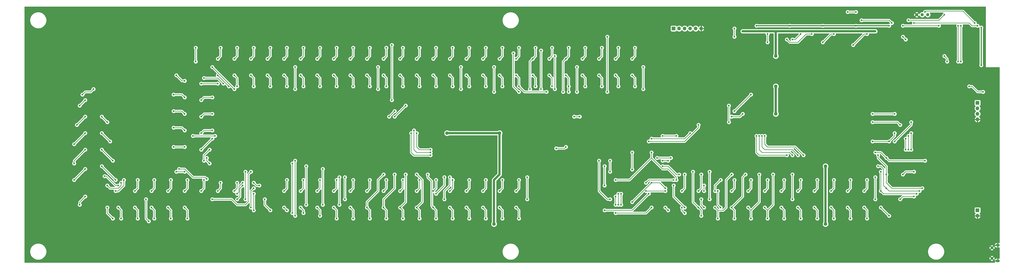
<source format=gbl>
G04 #@! TF.GenerationSoftware,KiCad,Pcbnew,(5.1.10-1-10_14)*
G04 #@! TF.CreationDate,2021-11-04T03:32:05+08:00*
G04 #@! TF.ProjectId,traintracker,74726169-6e74-4726-9163-6b65722e6b69,rev?*
G04 #@! TF.SameCoordinates,Original*
G04 #@! TF.FileFunction,Copper,L2,Bot*
G04 #@! TF.FilePolarity,Positive*
%FSLAX46Y46*%
G04 Gerber Fmt 4.6, Leading zero omitted, Abs format (unit mm)*
G04 Created by KiCad (PCBNEW (5.1.10-1-10_14)) date 2021-11-04 03:32:05*
%MOMM*%
%LPD*%
G01*
G04 APERTURE LIST*
G04 #@! TA.AperFunction,ComponentPad*
%ADD10O,1.900000X1.070000*%
G04 #@! TD*
G04 #@! TA.AperFunction,ComponentPad*
%ADD11O,1.900000X1.200000*%
G04 #@! TD*
G04 #@! TA.AperFunction,ComponentPad*
%ADD12C,1.300000*%
G04 #@! TD*
G04 #@! TA.AperFunction,ComponentPad*
%ADD13C,1.440000*%
G04 #@! TD*
G04 #@! TA.AperFunction,ComponentPad*
%ADD14R,1.700000X1.700000*%
G04 #@! TD*
G04 #@! TA.AperFunction,ComponentPad*
%ADD15O,1.700000X1.700000*%
G04 #@! TD*
G04 #@! TA.AperFunction,ViaPad*
%ADD16C,0.800000*%
G04 #@! TD*
G04 #@! TA.AperFunction,ViaPad*
%ADD17C,1.600000*%
G04 #@! TD*
G04 #@! TA.AperFunction,Conductor*
%ADD18C,0.500000*%
G04 #@! TD*
G04 #@! TA.AperFunction,Conductor*
%ADD19C,0.250000*%
G04 #@! TD*
G04 #@! TA.AperFunction,Conductor*
%ADD20C,1.000000*%
G04 #@! TD*
G04 #@! TA.AperFunction,Conductor*
%ADD21C,0.100000*%
G04 #@! TD*
G04 APERTURE END LIST*
D10*
G04 #@! TO.P,J2,6*
G04 #@! TO.N,GND*
X498231183Y-150735992D03*
D11*
X498231183Y-157935992D03*
D12*
X495581183Y-151910992D03*
X495581183Y-156760992D03*
G04 #@! TD*
D13*
G04 #@! TO.P,RV1,1*
G04 #@! TO.N,+3V3*
X466090000Y-44450000D03*
G04 #@! TO.P,RV1,2*
G04 #@! TO.N,Net-(RV1-Pad2)*
X463550000Y-44450000D03*
G04 #@! TO.P,RV1,3*
G04 #@! TO.N,GND*
X461010000Y-44450000D03*
G04 #@! TD*
D14*
G04 #@! TO.P,J4,1*
G04 #@! TO.N,MOSI_3.3V*
X349250000Y-50800000D03*
D15*
G04 #@! TO.P,J4,2*
G04 #@! TO.N,SCLK_3.3V*
X351790000Y-50800000D03*
G04 #@! TO.P,J4,3*
G04 #@! TO.N,CS0_3.3V*
X354330000Y-50800000D03*
G04 #@! TO.P,J4,4*
G04 #@! TO.N,CS1_3.3V*
X356870000Y-50800000D03*
G04 #@! TO.P,J4,5*
G04 #@! TO.N,CS2_3.3V*
X359410000Y-50800000D03*
G04 #@! TO.P,J4,6*
G04 #@! TO.N,GND*
X361950000Y-50800000D03*
G04 #@! TD*
D14*
G04 #@! TO.P,J1,1*
G04 #@! TO.N,+3V3*
X488950000Y-85090000D03*
D15*
G04 #@! TO.P,J1,2*
G04 #@! TO.N,/TX*
X488950000Y-87630000D03*
G04 #@! TO.P,J1,3*
G04 #@! TO.N,/RX*
X488950000Y-90170000D03*
G04 #@! TO.P,J1,4*
G04 #@! TO.N,GND*
X488950000Y-92710000D03*
G04 #@! TD*
D14*
G04 #@! TO.P,J3,1*
G04 #@! TO.N,+5V*
X488950000Y-134620000D03*
D15*
G04 #@! TO.P,J3,2*
G04 #@! TO.N,GND*
X488950000Y-137160000D03*
G04 #@! TD*
D16*
G04 #@! TO.N,GND*
X486504718Y-55556123D03*
X485234718Y-55556123D03*
X483964718Y-55556123D03*
X482694718Y-55556123D03*
X486504718Y-51746123D03*
X485234718Y-51746123D03*
X483964718Y-51746123D03*
X482694718Y-51746123D03*
X482694718Y-53016123D03*
X482694718Y-54286123D03*
X486504718Y-54286123D03*
X486504718Y-53016123D03*
X483964718Y-54286123D03*
X485234718Y-54286123D03*
X485234718Y-53016123D03*
X483964718Y-53016123D03*
D17*
X236220000Y-101600000D03*
X195580000Y-99060000D03*
X152400000Y-99060000D03*
X278130000Y-96520000D03*
X360680000Y-102870000D03*
X294640000Y-100330000D03*
X208280000Y-116840000D03*
X396240000Y-100330000D03*
X485140000Y-72390000D03*
X388620000Y-91440000D03*
X229870000Y-91440000D03*
D16*
G04 #@! TO.N,+3V3*
X387350000Y-49530000D03*
X448310000Y-49530000D03*
X433070000Y-49530000D03*
X402590000Y-49530000D03*
X417830000Y-49530000D03*
X490665000Y-67755000D03*
X490665000Y-50355000D03*
G04 #@! TO.N,Net-(C3-Pad1)*
X488950000Y-49530000D03*
X459740000Y-48260000D03*
G04 #@! TO.N,+5V*
X381000000Y-52070000D03*
X411480000Y-52070000D03*
X426720000Y-52070000D03*
X441960000Y-52070000D03*
D17*
X269240000Y-99060000D03*
X419100000Y-140970000D03*
X419100000Y-114300000D03*
X396240000Y-90170000D03*
X266700000Y-140970000D03*
X245110000Y-99060000D03*
X396240000Y-77470000D03*
X396240000Y-63500000D03*
D16*
X396240000Y-52070000D03*
G04 #@! TO.N,Net-(D1-Pad2)*
X481330000Y-49530000D03*
X481330000Y-66040000D03*
G04 #@! TO.N,Net-(D2-Pad2)*
X480060000Y-66040000D03*
X480060000Y-49530000D03*
G04 #@! TO.N,/grid1/GRID1*
X138430000Y-100330000D03*
X128270000Y-100330000D03*
X128270000Y-100330000D03*
G04 #@! TO.N,/grid1/SEG1*
X147320000Y-72390000D03*
X148590000Y-77470000D03*
X137160000Y-90170000D03*
X132080000Y-91440000D03*
X185420000Y-72390000D03*
X186690000Y-77470000D03*
X223520000Y-72390000D03*
X224790000Y-77470000D03*
X261620000Y-72390000D03*
X262890000Y-77470000D03*
X299720000Y-72390000D03*
X300990000Y-77470000D03*
X300990000Y-80010000D03*
G04 #@! TO.N,/grid1/SEG2*
X119380000Y-88900000D03*
X147320000Y-64770000D03*
X148590000Y-59690000D03*
X185420000Y-64770000D03*
X186690000Y-59690000D03*
X223520000Y-64770000D03*
X224790000Y-59690000D03*
X261620000Y-64770000D03*
X262890000Y-59690000D03*
X299720000Y-64770000D03*
X300990000Y-59690000D03*
X124460000Y-90170000D03*
X298450000Y-80010000D03*
G04 #@! TO.N,/grid1/SEG3*
X135890000Y-113030000D03*
X134620000Y-110490000D03*
X132080000Y-83820000D03*
X137160000Y-82550000D03*
X154940000Y-72390000D03*
X156210000Y-77470000D03*
X193040000Y-72390000D03*
X194310000Y-77470000D03*
X231140000Y-72390000D03*
X232410000Y-77470000D03*
X269240000Y-72390000D03*
X270510000Y-77470000D03*
X307340000Y-72390000D03*
X308610000Y-77470000D03*
G04 #@! TO.N,/grid1/SEG4*
X154940000Y-64770000D03*
X156210000Y-59690000D03*
X134591698Y-120171953D03*
X121920000Y-115570000D03*
X193040000Y-64770000D03*
X194310000Y-59690000D03*
X231140000Y-64770000D03*
X232410000Y-59690000D03*
X269240000Y-64770000D03*
X270510000Y-59690000D03*
X307340000Y-64770000D03*
X308610000Y-59690000D03*
X124460000Y-82550000D03*
X119380000Y-81280000D03*
X294640000Y-78740000D03*
X294640000Y-63500000D03*
G04 #@! TO.N,/grid1/SEG5*
X133350000Y-111760000D03*
X135890000Y-106680000D03*
X139700000Y-76200000D03*
X132080000Y-76200000D03*
X163830000Y-77470000D03*
X162560000Y-72390000D03*
X200660000Y-72390000D03*
X201930000Y-77470000D03*
X240030000Y-77470000D03*
X238760000Y-72390000D03*
X276860000Y-72390000D03*
X278130000Y-77470000D03*
X314960000Y-72390000D03*
X316230000Y-77470000D03*
X290830000Y-80010000D03*
G04 #@! TO.N,/grid1/SEG6*
X124460000Y-116840000D03*
X120650000Y-116840000D03*
X120650000Y-72390000D03*
X124460000Y-74930000D03*
X162560000Y-64770000D03*
X163830000Y-59690000D03*
X200660000Y-64770000D03*
X201930000Y-59690000D03*
X238760000Y-64770000D03*
X240030000Y-59690000D03*
X276860000Y-64770000D03*
X278130000Y-59690000D03*
X314960000Y-64770000D03*
X316230000Y-59690000D03*
X288290000Y-78740000D03*
X288290000Y-60960000D03*
G04 #@! TO.N,/grid1/SEG7*
X132080000Y-106680000D03*
X137160000Y-101600000D03*
X133350000Y-73660000D03*
X170180000Y-72390000D03*
X171450000Y-77470000D03*
X142240000Y-76200000D03*
X208280000Y-72390000D03*
X209550000Y-77470000D03*
X246380000Y-72390000D03*
X247650000Y-77470000D03*
X284480000Y-72390000D03*
X285750000Y-77470000D03*
X322580000Y-72390000D03*
X323850000Y-77470000D03*
G04 #@! TO.N,/grid1/SEG8*
X170180000Y-64770000D03*
X171450000Y-59690000D03*
X208280000Y-64770000D03*
X209550000Y-59690000D03*
X246380000Y-64770000D03*
X247650000Y-59690000D03*
X284480000Y-64770000D03*
X285750000Y-59690000D03*
X322580000Y-64770000D03*
X323850000Y-59690000D03*
X129540000Y-66040000D03*
X129540000Y-59690000D03*
X119380000Y-105410000D03*
X124460000Y-105410000D03*
X283210000Y-78740000D03*
G04 #@! TO.N,/grid1/SEG9*
X132080000Y-99060000D03*
X137160000Y-97790000D03*
X139700000Y-72390000D03*
X144780000Y-77470000D03*
X177800000Y-72390000D03*
X179070000Y-77470000D03*
X215900000Y-72390000D03*
X217170000Y-77470000D03*
X254000000Y-72390000D03*
X255270000Y-77470000D03*
X292100000Y-72390000D03*
X293370000Y-77470000D03*
X330200000Y-72390000D03*
X331470000Y-77470000D03*
G04 #@! TO.N,/grid1/SEG10*
X139700000Y-64770000D03*
X140970000Y-59690000D03*
X215900000Y-64770000D03*
X217170000Y-59690000D03*
X177800000Y-64770000D03*
X179070000Y-59690000D03*
X254000000Y-64770000D03*
X255270000Y-59690000D03*
X292100000Y-64770000D03*
X293370000Y-59690000D03*
X330200000Y-64770000D03*
X331470000Y-59690000D03*
X124460000Y-97790000D03*
X119380000Y-96520000D03*
X278130000Y-80010000D03*
X275590000Y-62230000D03*
G04 #@! TO.N,/grid1/GRID2*
X147320000Y-78740000D03*
X137160000Y-68580000D03*
G04 #@! TO.N,/grid1/GRID3*
X175260000Y-78740000D03*
X175260000Y-68580000D03*
G04 #@! TO.N,/grid1/GRID4*
X213360000Y-78740000D03*
X213360000Y-68580000D03*
G04 #@! TO.N,/grid1/GRID5*
X251460000Y-78740000D03*
X251460000Y-68580000D03*
G04 #@! TO.N,/grid1/GRID6*
X266700000Y-80010000D03*
X266700000Y-68580000D03*
G04 #@! TO.N,/grid1/GRID7*
X304800000Y-80010000D03*
X304800000Y-68580000D03*
G04 #@! TO.N,/grid1/GRID8*
X335280000Y-78740000D03*
X335280000Y-68580000D03*
X303530000Y-91440000D03*
X306070000Y-91440000D03*
G04 #@! TO.N,/grid2/GRID1*
X175260000Y-137160000D03*
X175260000Y-111760000D03*
G04 #@! TO.N,/grid2/SEG1*
X78740000Y-115570000D03*
X73660000Y-120650000D03*
X109220000Y-133350000D03*
X110490000Y-138430000D03*
X170180000Y-125730000D03*
X208280000Y-125730000D03*
X209550000Y-120650000D03*
X171450000Y-120650000D03*
X246380000Y-125730000D03*
X247650000Y-120650000D03*
X82550000Y-78740000D03*
X77470000Y-81280000D03*
G04 #@! TO.N,/grid2/SEG2*
X93980000Y-123190000D03*
X87630000Y-118897500D03*
X116840000Y-125730000D03*
X118110000Y-120650000D03*
X156210000Y-127000000D03*
X156240153Y-134650153D03*
X170180000Y-133350000D03*
X171450000Y-134620000D03*
X208280000Y-133350000D03*
X209550000Y-138430000D03*
X246380000Y-133350000D03*
X247650000Y-138430000D03*
X215900000Y-118110000D03*
G04 #@! TO.N,/grid2/SEG3*
X78740000Y-83820000D03*
X76200000Y-86360000D03*
X78740000Y-128270000D03*
X76200000Y-132080000D03*
X118110000Y-138430000D03*
X116840000Y-133350000D03*
X154940000Y-133350000D03*
X156210000Y-124460000D03*
X177800000Y-125730000D03*
X215900000Y-125730000D03*
X217170000Y-120650000D03*
X179070000Y-120650000D03*
X254000000Y-125730000D03*
X255270000Y-120650000D03*
G04 #@! TO.N,/grid2/SEG4*
X86360000Y-91440000D03*
X88900000Y-93980000D03*
X88900000Y-123190000D03*
X95250000Y-121920000D03*
X124460000Y-125730000D03*
X125730000Y-120650000D03*
X161290000Y-129540000D03*
X163830000Y-134620000D03*
X177800000Y-133350000D03*
X179070000Y-135890000D03*
X215900000Y-133350000D03*
X217170000Y-138430000D03*
X254000000Y-133350000D03*
X255270000Y-138430000D03*
X220980000Y-118110000D03*
G04 #@! TO.N,/grid2/SEG5*
X74930000Y-95250000D03*
X78740000Y-91440000D03*
X88900000Y-133350000D03*
X124460000Y-133350000D03*
X125730000Y-138430000D03*
X185420000Y-125730000D03*
X186690000Y-120650000D03*
X223520000Y-125730000D03*
X224790000Y-120650000D03*
X261620000Y-125730000D03*
X262890000Y-120650000D03*
X91440000Y-138430000D03*
G04 #@! TO.N,/grid2/SEG6*
X86360000Y-99060000D03*
X90170000Y-102870000D03*
X92710000Y-125730000D03*
X96520000Y-120650000D03*
X132080000Y-125730000D03*
X133350000Y-120650000D03*
X185420000Y-133350000D03*
X186690000Y-137160000D03*
X223520000Y-133350000D03*
X224790000Y-138430000D03*
X261620000Y-133350000D03*
X262890000Y-138430000D03*
X180340000Y-132080000D03*
X180340000Y-114300000D03*
X226060000Y-118110000D03*
G04 #@! TO.N,/grid2/SEG7*
X78740000Y-99060000D03*
X73660000Y-104140000D03*
X93980000Y-133350000D03*
X95250000Y-138430000D03*
X148590000Y-127000000D03*
X151130000Y-121920000D03*
X156210000Y-121920000D03*
X158750000Y-123190000D03*
X194310000Y-120650000D03*
X193040000Y-125730000D03*
X231140000Y-125730000D03*
X232410000Y-120650000D03*
X269240000Y-125730000D03*
X270510000Y-120650000D03*
G04 #@! TO.N,/grid2/SEG8*
X86360000Y-106680000D03*
X91440000Y-111760000D03*
X101600000Y-125730000D03*
X102870000Y-120650000D03*
X139700000Y-125730000D03*
X140970000Y-121920000D03*
X193040000Y-133350000D03*
X194310000Y-138430000D03*
X231140000Y-133350000D03*
X232410000Y-138430000D03*
X269240000Y-133350000D03*
X270510000Y-138430000D03*
X187960000Y-132080000D03*
X187960000Y-115570000D03*
X231140000Y-118110000D03*
G04 #@! TO.N,/grid2/SEG9*
X78740000Y-106680000D03*
X73660000Y-113030000D03*
X101600000Y-133350000D03*
X102870000Y-138430000D03*
X148590000Y-129540000D03*
X151130000Y-123190000D03*
X200660000Y-125730000D03*
X201930000Y-120650000D03*
X238760000Y-125730000D03*
X240030000Y-120650000D03*
X276860000Y-125730000D03*
X278130000Y-120650000D03*
G04 #@! TO.N,/grid2/SEG10*
X86360000Y-114300000D03*
X92710000Y-120650000D03*
X109220000Y-125730000D03*
X110490000Y-120650000D03*
X147320000Y-125730000D03*
X148590000Y-121920000D03*
X200660000Y-133350000D03*
X201930000Y-138430000D03*
X238760000Y-133350000D03*
X240030000Y-138430000D03*
X276860000Y-133350000D03*
X278130000Y-138430000D03*
X195580000Y-119380000D03*
X195580000Y-132080000D03*
X236220000Y-118110000D03*
G04 #@! TO.N,/grid2/GRID2*
X173990000Y-113030000D03*
X106680000Y-129540000D03*
X107950000Y-139700000D03*
X173990000Y-135890000D03*
G04 #@! TO.N,/grid2/GRID3*
X137160000Y-129540000D03*
X154940000Y-116840000D03*
G04 #@! TO.N,/grid2/GRID4*
X152400000Y-129540000D03*
X152400000Y-116840000D03*
G04 #@! TO.N,/grid2/GRID5*
X198120000Y-129540000D03*
X198120000Y-119380000D03*
G04 #@! TO.N,/grid2/GRID6*
X240030000Y-127000000D03*
X243840000Y-119380000D03*
X228600000Y-99060000D03*
X237490000Y-109220000D03*
G04 #@! TO.N,/grid2/GRID7*
X243840000Y-129540000D03*
X246380000Y-119380000D03*
X229870000Y-97790000D03*
X237490000Y-107950000D03*
G04 #@! TO.N,/grid2/GRID8*
X281940000Y-129540000D03*
X281940000Y-119380000D03*
X231140000Y-99060000D03*
X237490000Y-106680000D03*
G04 #@! TO.N,/grid3/SEG1*
X344170000Y-111760000D03*
X349250000Y-123190000D03*
X354330000Y-133350000D03*
X360680000Y-133350000D03*
X361950000Y-137160000D03*
X346710000Y-111760000D03*
X398780000Y-133350000D03*
X400050000Y-138430000D03*
X436880000Y-133350000D03*
X438150000Y-138430000D03*
X358140000Y-116840000D03*
G04 #@! TO.N,/grid3/GRID1*
X360680000Y-95250000D03*
X337820000Y-102870000D03*
X314960000Y-111760000D03*
X320040000Y-129540000D03*
G04 #@! TO.N,/grid3/SEG2*
X339090000Y-107950000D03*
X322580000Y-120650000D03*
X363220000Y-125730000D03*
X363220000Y-123190000D03*
X350520000Y-120650000D03*
X368300000Y-125730000D03*
X370840000Y-120650000D03*
X406400000Y-125730000D03*
X407670000Y-120650000D03*
X444500000Y-125730000D03*
X444500000Y-116840000D03*
X461010000Y-127000000D03*
G04 #@! TO.N,/grid3/SEG3*
X317500000Y-123190000D03*
X317500000Y-114300000D03*
X341630000Y-110490000D03*
X347980000Y-110490000D03*
X368300000Y-133350000D03*
X369570000Y-138430000D03*
X361950000Y-129540000D03*
X363220000Y-133350000D03*
X406400000Y-133350000D03*
X407670000Y-138430000D03*
X444500000Y-133350000D03*
X448310000Y-137160000D03*
X455930000Y-106680000D03*
X455930000Y-101600000D03*
X375920000Y-118110000D03*
G04 #@! TO.N,/grid3/SEG4*
X330200000Y-115812500D03*
X330200000Y-107950000D03*
X375920000Y-125730000D03*
X377190000Y-120650000D03*
X414020000Y-125730000D03*
X415290000Y-120650000D03*
X447040000Y-124460000D03*
X443230000Y-114300000D03*
X462280000Y-125730000D03*
G04 #@! TO.N,/grid3/SEG5*
X325120000Y-132080000D03*
X325120000Y-127000000D03*
X336550000Y-121920000D03*
X375920000Y-133350000D03*
X377190000Y-138430000D03*
X349250000Y-120650000D03*
X369570000Y-125730000D03*
X370840000Y-133350000D03*
X414020000Y-133350000D03*
X415290000Y-138430000D03*
X453390000Y-129540000D03*
X459740000Y-128270000D03*
X457200000Y-106680000D03*
X457200000Y-100330000D03*
X382270000Y-118110000D03*
G04 #@! TO.N,/grid3/SEG6*
X317500000Y-134620000D03*
X337820000Y-127000000D03*
X351790000Y-118110000D03*
X344170000Y-114300000D03*
X383540000Y-125730000D03*
X384810000Y-120650000D03*
X421640000Y-125730000D03*
X422910000Y-120650000D03*
X447040000Y-118110000D03*
X443230000Y-109220000D03*
X463550000Y-124460000D03*
G04 #@! TO.N,/grid3/SEG7*
X322580000Y-135890000D03*
X339090000Y-133350000D03*
X323850000Y-132080000D03*
X323850000Y-127000000D03*
X345440000Y-133350000D03*
X346710000Y-134620000D03*
X383540000Y-133350000D03*
X384810000Y-138430000D03*
X421640000Y-133350000D03*
X422910000Y-138430000D03*
X454660000Y-118110000D03*
X459740000Y-116840000D03*
X458470000Y-106680000D03*
X458470000Y-99060000D03*
X388620000Y-118110000D03*
G04 #@! TO.N,/grid3/SEG8*
X336550000Y-125730000D03*
X322580000Y-132080000D03*
X322580000Y-128270000D03*
X345440000Y-125730000D03*
X353060000Y-125730000D03*
X354330000Y-118110000D03*
X391160000Y-125730000D03*
X392430000Y-120650000D03*
X429260000Y-125730000D03*
X430530000Y-120650000D03*
X447040000Y-110490000D03*
X441960000Y-107950000D03*
X464820000Y-111760000D03*
G04 #@! TO.N,/grid3/SEG9*
X353060000Y-133350000D03*
X354330000Y-135890000D03*
X391160000Y-133350000D03*
X392430000Y-138430000D03*
X429260000Y-133350000D03*
X430530000Y-138430000D03*
X450850000Y-102870000D03*
X458470000Y-93980000D03*
X394970000Y-118110000D03*
G04 #@! TO.N,/grid3/SEG10*
X330200000Y-130810000D03*
X339090000Y-121920000D03*
X345440000Y-124460000D03*
X360680000Y-125730000D03*
X361950000Y-118110000D03*
X398780000Y-125730000D03*
X400050000Y-120650000D03*
X436880000Y-125730000D03*
X438150000Y-120650000D03*
X448310000Y-102870000D03*
X450850000Y-99060000D03*
X440690000Y-102870000D03*
G04 #@! TO.N,/grid3/GRID2*
X356870000Y-99060000D03*
X339090000Y-101600000D03*
X320040000Y-111760000D03*
X320040000Y-116840000D03*
G04 #@! TO.N,/grid3/GRID3*
X350520000Y-100330000D03*
X344170000Y-100330000D03*
G04 #@! TO.N,/grid3/GRID4*
X365760000Y-116840000D03*
X365760000Y-129540000D03*
G04 #@! TO.N,/grid3/GRID5*
X387350000Y-100330000D03*
X401320000Y-109220000D03*
X403860000Y-118110000D03*
X403860000Y-129540000D03*
G04 #@! TO.N,/grid3/GRID6*
X388620000Y-100330000D03*
X403860000Y-109220000D03*
X441960000Y-119380000D03*
X441960000Y-129540000D03*
G04 #@! TO.N,/grid3/GRID7*
X389890000Y-100330000D03*
X406400000Y-109220000D03*
X440690000Y-93980000D03*
X453390000Y-95250000D03*
G04 #@! TO.N,/grid3/GRID8*
X391160000Y-100330000D03*
X408940000Y-109220000D03*
X440690000Y-90170000D03*
X450850000Y-90170000D03*
G04 #@! TO.N,MOSI_3.3V*
X471170000Y-49530000D03*
X454660000Y-49530000D03*
X449580000Y-48260000D03*
X435610000Y-46990000D03*
G04 #@! TO.N,SCLK_3.3V*
X433070000Y-43180000D03*
X429260000Y-43180000D03*
X473710000Y-44450000D03*
X457200000Y-46990000D03*
G04 #@! TO.N,CS2_3.3V*
X454660000Y-54610000D03*
X455930000Y-55880000D03*
X412750000Y-53340000D03*
X401320000Y-55880000D03*
G04 #@! TO.N,Net-(R10-Pad2)*
X474980000Y-66040000D03*
X473710000Y-63500000D03*
X491490000Y-80010000D03*
X485140000Y-77470000D03*
G04 #@! TO.N,MOSI_5V*
X417830000Y-57150000D03*
X220980000Y-91440000D03*
X226060000Y-86360000D03*
X295275000Y-106045000D03*
X299720000Y-105410000D03*
X422910000Y-53340000D03*
X377190000Y-88900000D03*
X384810000Y-81280000D03*
G04 #@! TO.N,CS0_5V*
X318770000Y-80010000D03*
X318770000Y-54610000D03*
X392430000Y-57150000D03*
X392430000Y-53340000D03*
G04 #@! TO.N,CS2_5V*
X403860000Y-55880000D03*
X374650000Y-93980000D03*
X374650000Y-86360000D03*
X407670000Y-53340000D03*
G04 #@! TO.N,SCLK_5V*
X218440000Y-91440000D03*
X220980000Y-88900000D03*
X431800000Y-58420000D03*
X438150000Y-53340000D03*
X375880000Y-91440000D03*
X381000000Y-90170000D03*
G04 #@! TO.N,CS1_5V*
X377190000Y-50800000D03*
X377190000Y-54610000D03*
X219710000Y-83820000D03*
X219710000Y-58420000D03*
G04 #@! TO.N,Net-(RV1-Pad2)*
X464820000Y-43180000D03*
X487680000Y-48260000D03*
G04 #@! TD*
D18*
G04 #@! TO.N,+3V3*
X433070000Y-49530000D02*
X448310000Y-49530000D01*
X387350000Y-49530000D02*
X402590000Y-49530000D01*
X417830000Y-49530000D02*
X433070000Y-49530000D01*
X402590000Y-49530000D02*
X417830000Y-49530000D01*
X490665000Y-67755000D02*
X490665000Y-50355000D01*
D19*
G04 #@! TO.N,Net-(C3-Pad1)*
X486410000Y-49530000D02*
X488950000Y-49530000D01*
X459740000Y-48260000D02*
X485140000Y-48260000D01*
X485140000Y-48260000D02*
X486410000Y-49530000D01*
D18*
G04 #@! TO.N,+5V*
X419100000Y-114300000D02*
X419100000Y-114300000D01*
D20*
X419100000Y-140970000D02*
X419100000Y-114300000D01*
X419100000Y-114300000D02*
X419100000Y-114300000D01*
X266700000Y-140970000D02*
X266700000Y-120650000D01*
X266700000Y-120650000D02*
X269240000Y-118110000D01*
X269240000Y-118110000D02*
X269240000Y-99060000D01*
X269240000Y-99060000D02*
X245110000Y-99060000D01*
X396240000Y-90170000D02*
X396240000Y-77470000D01*
X396240000Y-63500000D02*
X396240000Y-52070000D01*
X381000000Y-52070000D02*
X441960000Y-52070000D01*
D19*
G04 #@! TO.N,Net-(D1-Pad2)*
X481330000Y-66040000D02*
X481330000Y-64770000D01*
X481330000Y-64770000D02*
X481330000Y-49530000D01*
G04 #@! TO.N,Net-(D2-Pad2)*
X480060000Y-66040000D02*
X480060000Y-49530000D01*
G04 #@! TO.N,/grid1/GRID1*
X138430000Y-100330000D02*
X128270000Y-100330000D01*
G04 #@! TO.N,/grid1/SEG1*
X147320000Y-72390000D02*
X148590000Y-73660000D01*
X148590000Y-73660000D02*
X148590000Y-77470000D01*
X132080000Y-91440000D02*
X133350000Y-90170000D01*
X133350000Y-90170000D02*
X137160000Y-90170000D01*
X186690000Y-73660000D02*
X186690000Y-77470000D01*
X185420000Y-72390000D02*
X186690000Y-73660000D01*
X224790000Y-73660000D02*
X224790000Y-77470000D01*
X223520000Y-72390000D02*
X224790000Y-73660000D01*
X262890000Y-73660000D02*
X262890000Y-77470000D01*
X261620000Y-72390000D02*
X262890000Y-73660000D01*
X299720000Y-72390000D02*
X300990000Y-73660000D01*
X300990000Y-80010000D02*
X300990000Y-76200000D01*
X300990000Y-76200000D02*
X300990000Y-77470000D01*
X300990000Y-73660000D02*
X300990000Y-76200000D01*
G04 #@! TO.N,/grid1/SEG2*
X148590000Y-63500000D02*
X148590000Y-59690000D01*
X147320000Y-64770000D02*
X148590000Y-63500000D01*
X185420000Y-64770000D02*
X186690000Y-63500000D01*
X186690000Y-63500000D02*
X186690000Y-59690000D01*
X223520000Y-64770000D02*
X224790000Y-63500000D01*
X224790000Y-63500000D02*
X224790000Y-59690000D01*
X262890000Y-63500000D02*
X262890000Y-59690000D01*
X261620000Y-64770000D02*
X262890000Y-63500000D01*
X300990000Y-63500000D02*
X300990000Y-59690000D01*
X299720000Y-64770000D02*
X300990000Y-63500000D01*
X123190000Y-88900000D02*
X119380000Y-88900000D01*
X124460000Y-90170000D02*
X123190000Y-88900000D01*
X298450000Y-66040000D02*
X299720000Y-64770000D01*
X298450000Y-80010000D02*
X298450000Y-66040000D01*
G04 #@! TO.N,/grid1/SEG3*
X134620000Y-111760000D02*
X134620000Y-110490000D01*
X135890000Y-113030000D02*
X134620000Y-111760000D01*
X133350000Y-82550000D02*
X137160000Y-82550000D01*
X132080000Y-83820000D02*
X133350000Y-82550000D01*
X154940000Y-72390000D02*
X156210000Y-73660000D01*
X156210000Y-73660000D02*
X156210000Y-77470000D01*
X194310000Y-73660000D02*
X194310000Y-77470000D01*
X193040000Y-72390000D02*
X194310000Y-73660000D01*
X232410000Y-73660000D02*
X232410000Y-77470000D01*
X231140000Y-72390000D02*
X232410000Y-73660000D01*
X270510000Y-73660000D02*
X270510000Y-77470000D01*
X269240000Y-72390000D02*
X270510000Y-73660000D01*
X308610000Y-73660000D02*
X308610000Y-77470000D01*
X307340000Y-72390000D02*
X308610000Y-73660000D01*
G04 #@! TO.N,/grid1/SEG4*
X156210000Y-63500000D02*
X156210000Y-59690000D01*
X154940000Y-64770000D02*
X156210000Y-63500000D01*
X134591698Y-120171953D02*
X133799745Y-119380000D01*
X133799745Y-119380000D02*
X128270000Y-119380000D01*
X124460000Y-115570000D02*
X121920000Y-115570000D01*
X128270000Y-119380000D02*
X124460000Y-115570000D01*
X194310000Y-63500000D02*
X194310000Y-59690000D01*
X193040000Y-64770000D02*
X194310000Y-63500000D01*
X232410000Y-63500000D02*
X232410000Y-59690000D01*
X231140000Y-64770000D02*
X232410000Y-63500000D01*
X270510000Y-63500000D02*
X270510000Y-59690000D01*
X269240000Y-64770000D02*
X270510000Y-63500000D01*
X308610000Y-63500000D02*
X308610000Y-59690000D01*
X307340000Y-64770000D02*
X308610000Y-63500000D01*
X123190000Y-81280000D02*
X119380000Y-81280000D01*
X124460000Y-82550000D02*
X123190000Y-81280000D01*
X294640000Y-78740000D02*
X294640000Y-63500000D01*
G04 #@! TO.N,/grid1/SEG5*
X133350000Y-111760000D02*
X133350000Y-109220000D01*
X133350000Y-109220000D02*
X135890000Y-106680000D01*
X132080000Y-76200000D02*
X135890000Y-76200000D01*
X139700000Y-76200000D02*
X135890000Y-76200000D01*
X162560000Y-72390000D02*
X163830000Y-73660000D01*
X163830000Y-73660000D02*
X163830000Y-77470000D01*
X201930000Y-73660000D02*
X201930000Y-77470000D01*
X200660000Y-72390000D02*
X201930000Y-73660000D01*
X240030000Y-73660000D02*
X240030000Y-77470000D01*
X238760000Y-72390000D02*
X240030000Y-73660000D01*
X278130000Y-73660000D02*
X278130000Y-77470000D01*
X276860000Y-72390000D02*
X278130000Y-73660000D01*
X316230000Y-73660000D02*
X316230000Y-77470000D01*
X314960000Y-72390000D02*
X316230000Y-73660000D01*
X280670000Y-80010000D02*
X278130000Y-77470000D01*
X290830000Y-80010000D02*
X280670000Y-80010000D01*
G04 #@! TO.N,/grid1/SEG6*
X123190000Y-116840000D02*
X124460000Y-116840000D01*
X120650000Y-116840000D02*
X123190000Y-116840000D01*
X124460000Y-74930000D02*
X123190000Y-74930000D01*
X123190000Y-74930000D02*
X120650000Y-72390000D01*
X163830000Y-63500000D02*
X163830000Y-59690000D01*
X162560000Y-64770000D02*
X163830000Y-63500000D01*
X201930000Y-63500000D02*
X201930000Y-59690000D01*
X200660000Y-64770000D02*
X201930000Y-63500000D01*
X240030000Y-63500000D02*
X240030000Y-59690000D01*
X238760000Y-64770000D02*
X240030000Y-63500000D01*
X278130000Y-63500000D02*
X278130000Y-59690000D01*
X276860000Y-64770000D02*
X278130000Y-63500000D01*
X316230000Y-63500000D02*
X316230000Y-59690000D01*
X314960000Y-64770000D02*
X316230000Y-63500000D01*
X288290000Y-78740000D02*
X288290000Y-60960000D01*
G04 #@! TO.N,/grid1/SEG7*
X137160000Y-101600000D02*
X135890000Y-102870000D01*
X135890000Y-102870000D02*
X134620000Y-104140000D01*
X132080000Y-106680000D02*
X134620000Y-104140000D01*
X170180000Y-72390000D02*
X171450000Y-73660000D01*
X171450000Y-73660000D02*
X171450000Y-77470000D01*
X139700000Y-73660000D02*
X142240000Y-76200000D01*
X133350000Y-73660000D02*
X139700000Y-73660000D01*
X209550000Y-73660000D02*
X209550000Y-77470000D01*
X208280000Y-72390000D02*
X209550000Y-73660000D01*
X247650000Y-73660000D02*
X247650000Y-77470000D01*
X246380000Y-72390000D02*
X247650000Y-73660000D01*
X285750000Y-73660000D02*
X285750000Y-77470000D01*
X284480000Y-72390000D02*
X285750000Y-73660000D01*
X323850000Y-73660000D02*
X323850000Y-77470000D01*
X322580000Y-72390000D02*
X323850000Y-73660000D01*
G04 #@! TO.N,/grid1/SEG8*
X171450000Y-63500000D02*
X171450000Y-59690000D01*
X170180000Y-64770000D02*
X171450000Y-63500000D01*
X209550000Y-63500000D02*
X209550000Y-59690000D01*
X208280000Y-64770000D02*
X209550000Y-63500000D01*
X246380000Y-64770000D02*
X247650000Y-63500000D01*
X247650000Y-63500000D02*
X247650000Y-59690000D01*
X285750000Y-63500000D02*
X285750000Y-59690000D01*
X284480000Y-64770000D02*
X285750000Y-63500000D01*
X323850000Y-63500000D02*
X323850000Y-59690000D01*
X322580000Y-64770000D02*
X323850000Y-63500000D01*
X129540000Y-66040000D02*
X129540000Y-59690000D01*
X124460000Y-105410000D02*
X119380000Y-105410000D01*
X283210000Y-66040000D02*
X284480000Y-64770000D01*
X283210000Y-78740000D02*
X283210000Y-66040000D01*
G04 #@! TO.N,/grid1/SEG9*
X133350000Y-97790000D02*
X137160000Y-97790000D01*
X132080000Y-99060000D02*
X133350000Y-97790000D01*
X139700000Y-72390000D02*
X144780000Y-77470000D01*
X177800000Y-72390000D02*
X179070000Y-73660000D01*
X179070000Y-73660000D02*
X179070000Y-77470000D01*
X217170000Y-73660000D02*
X217170000Y-77470000D01*
X215900000Y-72390000D02*
X217170000Y-73660000D01*
X255270000Y-73660000D02*
X255270000Y-77470000D01*
X254000000Y-72390000D02*
X255270000Y-73660000D01*
X293370000Y-73660000D02*
X293370000Y-77470000D01*
X292100000Y-72390000D02*
X293370000Y-73660000D01*
X331470000Y-73660000D02*
X331470000Y-77470000D01*
X330200000Y-72390000D02*
X331470000Y-73660000D01*
G04 #@! TO.N,/grid1/SEG10*
X140970000Y-63500000D02*
X140970000Y-59690000D01*
X139700000Y-64770000D02*
X140970000Y-63500000D01*
X215900000Y-64770000D02*
X217170000Y-63500000D01*
X217170000Y-63500000D02*
X217170000Y-59690000D01*
X177800000Y-64770000D02*
X179070000Y-63500000D01*
X179070000Y-63500000D02*
X179070000Y-59690000D01*
X255270000Y-63500000D02*
X255270000Y-59690000D01*
X254000000Y-64770000D02*
X255270000Y-63500000D01*
X293370000Y-63500000D02*
X293370000Y-59690000D01*
X292100000Y-64770000D02*
X293370000Y-63500000D01*
X330200000Y-64770000D02*
X331470000Y-63500000D01*
X331470000Y-63500000D02*
X331470000Y-59690000D01*
X123190000Y-96520000D02*
X119380000Y-96520000D01*
X124460000Y-97790000D02*
X123190000Y-96520000D01*
X278130000Y-80010000D02*
X275590000Y-77470000D01*
X275590000Y-77470000D02*
X275590000Y-62230000D01*
G04 #@! TO.N,/grid1/GRID2*
X147320000Y-78740000D02*
X137160000Y-68580000D01*
G04 #@! TO.N,/grid1/GRID3*
X175260000Y-78740000D02*
X175260000Y-68580000D01*
G04 #@! TO.N,/grid1/GRID4*
X213360000Y-78740000D02*
X213360000Y-68580000D01*
G04 #@! TO.N,/grid1/GRID5*
X251460000Y-78740000D02*
X251460000Y-68580000D01*
G04 #@! TO.N,/grid1/GRID6*
X266700000Y-80010000D02*
X266700000Y-68580000D01*
G04 #@! TO.N,/grid1/GRID7*
X304800000Y-80010000D02*
X304800000Y-68580000D01*
G04 #@! TO.N,/grid1/GRID8*
X335280000Y-78740000D02*
X335280000Y-68580000D01*
X303530000Y-91440000D02*
X306070000Y-91440000D01*
G04 #@! TO.N,/grid2/GRID1*
X175260000Y-137160000D02*
X175260000Y-111760000D01*
G04 #@! TO.N,/grid2/SEG1*
X78740000Y-115570000D02*
X77470000Y-116840000D01*
X77470000Y-116840000D02*
X73660000Y-120650000D01*
X109220000Y-133350000D02*
X110490000Y-134620000D01*
X110490000Y-134620000D02*
X110490000Y-138430000D01*
X170180000Y-125730000D02*
X171450000Y-124460000D01*
X209550000Y-124460000D02*
X209550000Y-120650000D01*
X208280000Y-125730000D02*
X209550000Y-124460000D01*
X171450000Y-120650000D02*
X171450000Y-123190000D01*
X171450000Y-124460000D02*
X171450000Y-123190000D01*
X247650000Y-124460000D02*
X247650000Y-120650000D01*
X246380000Y-125730000D02*
X247650000Y-124460000D01*
X82550000Y-78740000D02*
X81280000Y-80010000D01*
X78740000Y-80010000D02*
X77470000Y-81280000D01*
X81280000Y-80010000D02*
X78740000Y-80010000D01*
G04 #@! TO.N,/grid2/SEG2*
X88417500Y-118897500D02*
X92710000Y-123190000D01*
X92710000Y-123190000D02*
X93980000Y-123190000D01*
X87630000Y-118897500D02*
X88417500Y-118897500D01*
X118110000Y-124460000D02*
X118110000Y-120650000D01*
X116840000Y-125730000D02*
X118110000Y-124460000D01*
X156210000Y-134620000D02*
X156240153Y-134650153D01*
X156210000Y-127000000D02*
X156210000Y-134620000D01*
X170180000Y-133350000D02*
X171450000Y-134620000D01*
X209550000Y-134620000D02*
X209550000Y-138430000D01*
X208280000Y-133350000D02*
X209550000Y-134620000D01*
X246380000Y-133350000D02*
X247650000Y-134620000D01*
X247650000Y-134620000D02*
X247650000Y-138430000D01*
X208280000Y-133350000D02*
X208280000Y-130810000D01*
X208280000Y-130810000D02*
X213360000Y-125730000D01*
X213360000Y-125730000D02*
X213360000Y-120650000D01*
X213360000Y-120650000D02*
X215900000Y-118110000D01*
G04 #@! TO.N,/grid2/SEG3*
X78740000Y-83820000D02*
X76200000Y-86360000D01*
X76200000Y-130810000D02*
X76200000Y-132080000D01*
X78740000Y-128270000D02*
X76200000Y-130810000D01*
X118110000Y-134620000D02*
X118110000Y-138430000D01*
X116840000Y-133350000D02*
X118110000Y-134620000D01*
X154940000Y-133350000D02*
X154940000Y-127000000D01*
X154940000Y-127000000D02*
X154940000Y-125730000D01*
X154940000Y-125730000D02*
X156210000Y-124460000D01*
X217170000Y-124460000D02*
X217170000Y-120650000D01*
X215900000Y-125730000D02*
X217170000Y-124460000D01*
X179070000Y-120650000D02*
X179070000Y-124460000D01*
X179070000Y-124460000D02*
X177800000Y-125730000D01*
X255270000Y-124460000D02*
X255270000Y-120650000D01*
X254000000Y-125730000D02*
X255270000Y-124460000D01*
G04 #@! TO.N,/grid2/SEG4*
X86360000Y-91440000D02*
X88900000Y-93980000D01*
X88900000Y-123190000D02*
X90170000Y-124460000D01*
X90170000Y-124460000D02*
X93980000Y-124460000D01*
X95250000Y-123190000D02*
X95250000Y-121920000D01*
X93980000Y-124460000D02*
X95250000Y-123190000D01*
X125730000Y-124460000D02*
X125730000Y-120650000D01*
X124460000Y-125730000D02*
X125730000Y-124460000D01*
X161290000Y-132080000D02*
X163830000Y-134620000D01*
X161290000Y-129540000D02*
X161290000Y-132080000D01*
X179070000Y-134620000D02*
X179070000Y-135890000D01*
X177800000Y-133350000D02*
X179070000Y-134620000D01*
X217170000Y-134620000D02*
X217170000Y-138430000D01*
X215900000Y-133350000D02*
X217170000Y-134620000D01*
X255270000Y-134620000D02*
X255270000Y-138430000D01*
X254000000Y-133350000D02*
X255270000Y-134620000D01*
X215900000Y-133350000D02*
X215900000Y-129540000D01*
X220980000Y-124460000D02*
X220980000Y-118110000D01*
X215900000Y-129540000D02*
X220980000Y-124460000D01*
G04 #@! TO.N,/grid2/SEG5*
X78740000Y-91440000D02*
X74930000Y-95250000D01*
X125730000Y-134620000D02*
X125730000Y-138430000D01*
X124460000Y-133350000D02*
X125730000Y-134620000D01*
X186690000Y-124460000D02*
X186690000Y-120650000D01*
X185420000Y-125730000D02*
X186690000Y-124460000D01*
X224790000Y-124460000D02*
X224790000Y-120650000D01*
X223520000Y-125730000D02*
X224790000Y-124460000D01*
X262890000Y-124460000D02*
X262890000Y-120650000D01*
X261620000Y-125730000D02*
X262890000Y-124460000D01*
X91440000Y-138430000D02*
X88900000Y-135890000D01*
X88900000Y-133350000D02*
X88900000Y-135890000D01*
G04 #@! TO.N,/grid2/SEG6*
X86360000Y-99060000D02*
X90170000Y-102870000D01*
X92710000Y-125730000D02*
X93980000Y-125730000D01*
X96520000Y-123190000D02*
X96520000Y-120650000D01*
X93980000Y-125730000D02*
X96520000Y-123190000D01*
X133350000Y-124460000D02*
X133350000Y-120650000D01*
X132080000Y-125730000D02*
X133350000Y-124460000D01*
X186690000Y-134620000D02*
X186690000Y-137160000D01*
X185420000Y-133350000D02*
X186690000Y-134620000D01*
X223520000Y-133350000D02*
X224790000Y-134620000D01*
X224790000Y-134620000D02*
X224790000Y-138430000D01*
X262890000Y-134620000D02*
X262890000Y-138430000D01*
X261620000Y-133350000D02*
X262890000Y-134620000D01*
X180340000Y-118110000D02*
X180340000Y-132080000D01*
X180340000Y-114300000D02*
X180340000Y-118110000D01*
X226060000Y-130810000D02*
X226060000Y-118110000D01*
X223520000Y-133350000D02*
X226060000Y-130810000D01*
G04 #@! TO.N,/grid2/SEG7*
X78740000Y-99060000D02*
X73660000Y-104140000D01*
X93980000Y-133350000D02*
X95250000Y-134620000D01*
X95250000Y-134620000D02*
X95250000Y-138430000D01*
X149409990Y-123640010D02*
X151130000Y-121920000D01*
X149409990Y-126180010D02*
X149409990Y-123640010D01*
X148590000Y-127000000D02*
X149409990Y-126180010D01*
X157480000Y-123190000D02*
X158750000Y-123190000D01*
X156210000Y-121920000D02*
X157480000Y-123190000D01*
X194310000Y-124460000D02*
X194310000Y-120650000D01*
X193040000Y-125730000D02*
X194310000Y-124460000D01*
X232410000Y-124460000D02*
X232410000Y-120650000D01*
X231140000Y-125730000D02*
X232410000Y-124460000D01*
X270510000Y-124460000D02*
X270510000Y-120650000D01*
X269240000Y-125730000D02*
X270510000Y-124460000D01*
G04 #@! TO.N,/grid2/SEG8*
X86360000Y-106680000D02*
X91440000Y-111760000D01*
X102870000Y-124460000D02*
X102870000Y-120650000D01*
X101600000Y-125730000D02*
X102870000Y-124460000D01*
X140970000Y-124460000D02*
X140970000Y-121920000D01*
X139700000Y-125730000D02*
X140970000Y-124460000D01*
X193040000Y-133350000D02*
X194310000Y-134620000D01*
X194310000Y-134620000D02*
X194310000Y-138430000D01*
X232410000Y-134620000D02*
X232410000Y-138430000D01*
X231140000Y-133350000D02*
X232410000Y-134620000D01*
X270510000Y-134620000D02*
X270510000Y-138430000D01*
X269240000Y-133350000D02*
X270510000Y-134620000D01*
X187960000Y-119380000D02*
X187960000Y-132080000D01*
X187960000Y-115570000D02*
X187960000Y-119380000D01*
X233680000Y-130810000D02*
X231140000Y-133350000D01*
X231140000Y-118110000D02*
X233680000Y-120650000D01*
X233680000Y-120650000D02*
X233680000Y-130810000D01*
G04 #@! TO.N,/grid2/SEG9*
X73660000Y-113030000D02*
X73660000Y-111760000D01*
X73660000Y-111760000D02*
X74930000Y-110490000D01*
X78740000Y-106680000D02*
X74930000Y-110490000D01*
X102870000Y-134620000D02*
X102870000Y-138430000D01*
X101600000Y-133350000D02*
X102870000Y-134620000D01*
X148590000Y-129540000D02*
X149860000Y-128270000D01*
X149860000Y-128270000D02*
X149860000Y-124460000D01*
X149860000Y-124460000D02*
X151130000Y-123190000D01*
X200660000Y-125730000D02*
X201930000Y-124460000D01*
X201930000Y-124460000D02*
X201930000Y-120650000D01*
X240030000Y-124460000D02*
X240030000Y-120650000D01*
X238760000Y-125730000D02*
X240030000Y-124460000D01*
X278130000Y-124460000D02*
X278130000Y-120650000D01*
X276860000Y-125730000D02*
X278130000Y-124460000D01*
G04 #@! TO.N,/grid2/SEG10*
X86360000Y-114300000D02*
X92710000Y-120650000D01*
X110490000Y-124460000D02*
X110490000Y-120650000D01*
X109220000Y-125730000D02*
X110490000Y-124460000D01*
X148590000Y-124460000D02*
X148590000Y-121920000D01*
X147320000Y-125730000D02*
X148590000Y-124460000D01*
X201930000Y-134620000D02*
X201930000Y-138430000D01*
X200660000Y-133350000D02*
X201930000Y-134620000D01*
X240030000Y-134620000D02*
X240030000Y-138430000D01*
X238760000Y-133350000D02*
X240030000Y-134620000D01*
X278130000Y-134620000D02*
X278130000Y-138430000D01*
X276860000Y-133350000D02*
X278130000Y-134620000D01*
X195580000Y-119380000D02*
X195580000Y-132080000D01*
X238034999Y-132624999D02*
X238760000Y-133350000D01*
X238034999Y-121194999D02*
X238034999Y-132624999D01*
X236220000Y-118110000D02*
X236220000Y-119380000D01*
X236220000Y-119380000D02*
X238034999Y-121194999D01*
G04 #@! TO.N,/grid2/GRID2*
X173990000Y-135890000D02*
X173990000Y-113030000D01*
X106680000Y-129540000D02*
X106680000Y-138430000D01*
X106680000Y-138430000D02*
X107950000Y-139700000D01*
G04 #@! TO.N,/grid2/GRID3*
X137160000Y-129540000D02*
X146050000Y-129540000D01*
X146050000Y-129540000D02*
X148590000Y-132080000D01*
X148590000Y-132080000D02*
X152400000Y-132080000D01*
X152400000Y-132080000D02*
X153670000Y-130810000D01*
X153670000Y-130810000D02*
X153670000Y-118110000D01*
X153670000Y-118110000D02*
X154940000Y-116840000D01*
G04 #@! TO.N,/grid2/GRID4*
X152400000Y-129540000D02*
X152400000Y-116840000D01*
G04 #@! TO.N,/grid2/GRID5*
X198120000Y-129540000D02*
X198120000Y-119380000D01*
G04 #@! TO.N,/grid2/GRID6*
X243840000Y-123190000D02*
X240030000Y-127000000D01*
X243840000Y-119380000D02*
X243840000Y-123190000D01*
X228600000Y-99060000D02*
X228600000Y-107950000D01*
X228600000Y-107950000D02*
X229870000Y-109220000D01*
X229870000Y-109220000D02*
X237490000Y-109220000D01*
G04 #@! TO.N,/grid2/GRID7*
X243840000Y-129540000D02*
X243840000Y-125730000D01*
X246380000Y-123190000D02*
X246380000Y-119380000D01*
X243840000Y-125730000D02*
X246380000Y-123190000D01*
X229870000Y-97790000D02*
X229870000Y-106680000D01*
X229870000Y-106680000D02*
X231140000Y-107950000D01*
X231140000Y-107950000D02*
X237490000Y-107950000D01*
G04 #@! TO.N,/grid2/GRID8*
X281940000Y-119380000D02*
X281940000Y-129540000D01*
X231140000Y-99060000D02*
X231140000Y-105410000D01*
X231140000Y-105410000D02*
X232410000Y-106680000D01*
X232410000Y-106680000D02*
X237490000Y-106680000D01*
G04 #@! TO.N,/grid3/SEG1*
X350520000Y-129540000D02*
X354330000Y-133350000D01*
X349250000Y-128270000D02*
X350520000Y-129540000D01*
X349250000Y-123190000D02*
X349250000Y-128270000D01*
X360680000Y-133350000D02*
X361950000Y-134620000D01*
X361950000Y-134620000D02*
X361950000Y-137160000D01*
X344170000Y-111760000D02*
X346710000Y-111760000D01*
X400050000Y-134620000D02*
X400050000Y-138430000D01*
X398780000Y-133350000D02*
X400050000Y-134620000D01*
X438150000Y-134620000D02*
X438150000Y-138430000D01*
X436880000Y-133350000D02*
X438150000Y-134620000D01*
X358140000Y-130810000D02*
X360680000Y-133350000D01*
X358140000Y-116840000D02*
X358140000Y-130810000D01*
G04 #@! TO.N,/grid3/GRID1*
X360680000Y-95250000D02*
X360680000Y-96520000D01*
X354330000Y-102870000D02*
X337820000Y-102870000D01*
X360680000Y-96520000D02*
X354330000Y-102870000D01*
X314960000Y-111760000D02*
X314960000Y-125730000D01*
X314960000Y-125730000D02*
X318770000Y-129540000D01*
X318770000Y-129540000D02*
X320040000Y-129540000D01*
G04 #@! TO.N,/grid3/SEG2*
X339090000Y-107950000D02*
X339090000Y-110490000D01*
X328930000Y-120650000D02*
X322580000Y-120650000D01*
X339090000Y-110490000D02*
X328930000Y-120650000D01*
X363220000Y-125730000D02*
X363220000Y-123190000D01*
X350520000Y-120650000D02*
X350520000Y-119380000D01*
X350520000Y-119380000D02*
X346710000Y-115570000D01*
X344170000Y-115570000D02*
X339090000Y-110490000D01*
X346710000Y-115570000D02*
X344170000Y-115570000D01*
X368300000Y-125730000D02*
X368300000Y-123190000D01*
X368300000Y-123190000D02*
X370840000Y-120650000D01*
X407670000Y-124460000D02*
X407670000Y-120650000D01*
X406400000Y-125730000D02*
X407670000Y-124460000D01*
X444500000Y-125730000D02*
X444500000Y-116840000D01*
X445770000Y-127000000D02*
X444500000Y-125730000D01*
X461010000Y-127000000D02*
X445770000Y-127000000D01*
G04 #@! TO.N,/grid3/SEG3*
X317500000Y-123190000D02*
X317500000Y-114300000D01*
X341630000Y-110490000D02*
X347980000Y-110490000D01*
X368300000Y-133350000D02*
X369570000Y-134620000D01*
X369570000Y-134620000D02*
X369570000Y-138430000D01*
X361950000Y-132080000D02*
X363220000Y-133350000D01*
X361950000Y-129540000D02*
X361950000Y-132080000D01*
X407670000Y-134620000D02*
X407670000Y-138430000D01*
X406400000Y-133350000D02*
X407670000Y-134620000D01*
X444500000Y-133350000D02*
X448310000Y-137160000D01*
X455930000Y-106680000D02*
X455930000Y-101600000D01*
X373380000Y-120650000D02*
X375920000Y-118110000D01*
X373380000Y-133350000D02*
X373380000Y-120650000D01*
X372110000Y-134620000D02*
X373380000Y-133350000D01*
X369570000Y-134620000D02*
X372110000Y-134620000D01*
G04 #@! TO.N,/grid3/SEG4*
X330200000Y-115812500D02*
X330200000Y-107950000D01*
X377190000Y-124460000D02*
X377190000Y-120650000D01*
X375920000Y-125730000D02*
X377190000Y-124460000D01*
X415290000Y-124460000D02*
X415290000Y-120650000D01*
X414020000Y-125730000D02*
X415290000Y-124460000D01*
X447040000Y-124460000D02*
X445770000Y-123190000D01*
X445770000Y-123190000D02*
X445770000Y-115570000D01*
X445770000Y-115570000D02*
X444500000Y-114300000D01*
X444500000Y-114300000D02*
X443230000Y-114300000D01*
X448310000Y-125730000D02*
X447040000Y-124460000D01*
X462280000Y-125730000D02*
X448310000Y-125730000D01*
G04 #@! TO.N,/grid3/SEG5*
X325120000Y-132080000D02*
X325120000Y-127000000D01*
X337820000Y-120650000D02*
X336550000Y-121920000D01*
X375920000Y-133350000D02*
X377190000Y-134620000D01*
X377190000Y-134620000D02*
X377190000Y-138430000D01*
X349250000Y-120650000D02*
X345440000Y-120650000D01*
X345440000Y-120650000D02*
X337820000Y-120650000D01*
X369570000Y-125730000D02*
X369570000Y-132080000D01*
X369570000Y-132080000D02*
X370840000Y-133350000D01*
X415290000Y-134620000D02*
X415290000Y-138430000D01*
X414020000Y-133350000D02*
X415290000Y-134620000D01*
X454660000Y-128270000D02*
X459740000Y-128270000D01*
X453390000Y-129540000D02*
X454660000Y-128270000D01*
X457200000Y-106680000D02*
X457200000Y-100330000D01*
X382270000Y-118110000D02*
X381000000Y-119380000D01*
X381000000Y-128270000D02*
X375920000Y-133350000D01*
X381000000Y-119380000D02*
X381000000Y-128270000D01*
G04 #@! TO.N,/grid3/SEG6*
X330200000Y-134620000D02*
X337820000Y-127000000D01*
X317500000Y-134620000D02*
X330200000Y-134620000D01*
X351790000Y-118110000D02*
X350520000Y-118110000D01*
X346710000Y-114300000D02*
X344170000Y-114300000D01*
X350520000Y-118110000D02*
X346710000Y-114300000D01*
X384810000Y-124460000D02*
X384810000Y-120650000D01*
X383540000Y-125730000D02*
X384810000Y-124460000D01*
X422910000Y-124460000D02*
X422910000Y-120650000D01*
X421640000Y-125730000D02*
X422910000Y-124460000D01*
X443230000Y-110490000D02*
X447040000Y-114300000D01*
X443230000Y-109220000D02*
X443230000Y-110490000D01*
X447040000Y-118110000D02*
X447040000Y-114300000D01*
X463550000Y-124460000D02*
X449580000Y-124460000D01*
X447040000Y-121920000D02*
X447040000Y-118110000D01*
X449580000Y-124460000D02*
X447040000Y-121920000D01*
G04 #@! TO.N,/grid3/SEG7*
X322580000Y-135890000D02*
X330200000Y-135890000D01*
X336550000Y-135890000D02*
X339090000Y-133350000D01*
X330200000Y-135890000D02*
X336550000Y-135890000D01*
X323850000Y-132080000D02*
X323850000Y-127000000D01*
X345440000Y-133350000D02*
X346710000Y-134620000D01*
X384810000Y-134620000D02*
X384810000Y-138430000D01*
X383540000Y-133350000D02*
X384810000Y-134620000D01*
X422910000Y-134620000D02*
X422910000Y-138430000D01*
X421640000Y-133350000D02*
X422910000Y-134620000D01*
X455930000Y-116840000D02*
X459740000Y-116840000D01*
X454660000Y-118110000D02*
X455930000Y-116840000D01*
X458470000Y-106680000D02*
X458470000Y-99060000D01*
X384810000Y-134620000D02*
X388620000Y-130810000D01*
X388620000Y-130810000D02*
X388620000Y-127000000D01*
X388620000Y-118110000D02*
X388620000Y-127000000D01*
G04 #@! TO.N,/grid3/SEG8*
X322580000Y-128270000D02*
X322580000Y-130810000D01*
X322580000Y-132080000D02*
X322580000Y-130810000D01*
X336550000Y-125730000D02*
X345440000Y-125730000D01*
X354330000Y-124460000D02*
X354330000Y-118110000D01*
X353060000Y-125730000D02*
X354330000Y-124460000D01*
X392430000Y-124460000D02*
X392430000Y-120650000D01*
X391160000Y-125730000D02*
X392430000Y-124460000D01*
X430530000Y-124460000D02*
X430530000Y-120650000D01*
X429260000Y-125730000D02*
X430530000Y-124460000D01*
X447040000Y-110490000D02*
X444500000Y-107950000D01*
X444500000Y-107950000D02*
X441960000Y-107950000D01*
X448310000Y-111760000D02*
X447040000Y-110490000D01*
X464820000Y-111760000D02*
X448310000Y-111760000D01*
G04 #@! TO.N,/grid3/SEG9*
X353060000Y-133350000D02*
X353060000Y-134620000D01*
X353060000Y-134620000D02*
X354330000Y-135890000D01*
X391160000Y-133350000D02*
X392430000Y-134620000D01*
X392430000Y-134620000D02*
X392430000Y-138430000D01*
X430530000Y-134620000D02*
X430530000Y-138430000D01*
X429260000Y-133350000D02*
X430530000Y-134620000D01*
X458470000Y-95250000D02*
X458470000Y-93980000D01*
X450850000Y-102870000D02*
X458470000Y-95250000D01*
X394970000Y-132080000D02*
X392430000Y-134620000D01*
X394970000Y-118110000D02*
X394970000Y-132080000D01*
G04 #@! TO.N,/grid3/SEG10*
X330200000Y-130810000D02*
X339090000Y-121920000D01*
X339090000Y-121920000D02*
X342900000Y-121920000D01*
X342900000Y-121920000D02*
X345440000Y-124460000D01*
X361950000Y-124460000D02*
X361950000Y-118110000D01*
X360680000Y-125730000D02*
X361950000Y-124460000D01*
X400050000Y-124460000D02*
X400050000Y-120650000D01*
X398780000Y-125730000D02*
X400050000Y-124460000D01*
X438150000Y-124460000D02*
X438150000Y-120650000D01*
X436880000Y-125730000D02*
X438150000Y-124460000D01*
X450850000Y-100330000D02*
X450850000Y-99060000D01*
X448310000Y-102870000D02*
X450850000Y-100330000D01*
X440690000Y-102870000D02*
X448310000Y-102870000D01*
G04 #@! TO.N,/grid3/GRID2*
X356870000Y-99060000D02*
X354330000Y-101600000D01*
X354330000Y-101600000D02*
X339090000Y-101600000D01*
X320040000Y-111760000D02*
X320040000Y-116840000D01*
G04 #@! TO.N,/grid3/GRID3*
X350520000Y-100330000D02*
X344170000Y-100330000D01*
G04 #@! TO.N,/grid3/GRID4*
X365760000Y-116840000D02*
X365760000Y-129540000D01*
G04 #@! TO.N,/grid3/GRID5*
X387350000Y-106680000D02*
X387350000Y-100330000D01*
X387350000Y-107950000D02*
X387350000Y-106680000D01*
X388620000Y-109220000D02*
X387350000Y-107950000D01*
X401320000Y-109220000D02*
X388620000Y-109220000D01*
X403860000Y-118110000D02*
X403860000Y-129540000D01*
G04 #@! TO.N,/grid3/GRID6*
X388620000Y-100330000D02*
X388620000Y-106680000D01*
X388620000Y-106680000D02*
X389890000Y-107950000D01*
X402590000Y-107950000D02*
X403860000Y-109220000D01*
X389890000Y-107950000D02*
X402590000Y-107950000D01*
X441960000Y-119380000D02*
X441960000Y-129540000D01*
G04 #@! TO.N,/grid3/GRID7*
X389890000Y-100330000D02*
X389890000Y-105410000D01*
X389890000Y-105410000D02*
X391160000Y-106680000D01*
X391160000Y-106680000D02*
X403860000Y-106680000D01*
X403860000Y-106680000D02*
X406400000Y-109220000D01*
X440690000Y-93980000D02*
X452120000Y-93980000D01*
X452120000Y-93980000D02*
X453390000Y-95250000D01*
G04 #@! TO.N,/grid3/GRID8*
X391160000Y-100330000D02*
X391160000Y-104140000D01*
X391160000Y-104140000D02*
X392430000Y-105410000D01*
X392430000Y-105410000D02*
X405130000Y-105410000D01*
X405130000Y-105410000D02*
X407670000Y-107950000D01*
X407670000Y-107950000D02*
X408940000Y-109220000D01*
X440690000Y-90170000D02*
X450850000Y-90170000D01*
G04 #@! TO.N,MOSI_3.3V*
X471170000Y-49530000D02*
X454660000Y-49530000D01*
X448310000Y-46990000D02*
X435610000Y-46990000D01*
X449580000Y-48260000D02*
X448310000Y-46990000D01*
G04 #@! TO.N,SCLK_3.3V*
X433070000Y-43180000D02*
X429260000Y-43180000D01*
X473710000Y-44450000D02*
X471170000Y-46990000D01*
X471170000Y-46990000D02*
X457200000Y-46990000D01*
G04 #@! TO.N,CS2_3.3V*
X455930000Y-55880000D02*
X454660000Y-54610000D01*
X410210000Y-53340000D02*
X412750000Y-53340000D01*
X402590000Y-57150000D02*
X405130000Y-57150000D01*
X405130000Y-57150000D02*
X406400000Y-57150000D01*
X406400000Y-57150000D02*
X410210000Y-53340000D01*
X401320000Y-55880000D02*
X402590000Y-57150000D01*
G04 #@! TO.N,Net-(R10-Pad2)*
X474980000Y-64770000D02*
X473710000Y-63500000D01*
X474980000Y-66040000D02*
X474980000Y-64770000D01*
X488290000Y-79350000D02*
X488950000Y-80010000D01*
X488950000Y-80010000D02*
X490220000Y-80010000D01*
X490220000Y-80010000D02*
X491490000Y-80010000D01*
X485140000Y-77470000D02*
X486410000Y-77470000D01*
X486410000Y-77470000D02*
X488290000Y-79350000D01*
G04 #@! TO.N,MOSI_5V*
X417830000Y-57150000D02*
X420370000Y-54610000D01*
X220980000Y-91440000D02*
X226060000Y-86360000D01*
X299085000Y-106045000D02*
X295275000Y-106045000D01*
X299720000Y-105410000D02*
X299085000Y-106045000D01*
X421640000Y-53340000D02*
X422910000Y-53340000D01*
X420370000Y-54610000D02*
X421640000Y-53340000D01*
X377190000Y-88900000D02*
X384810000Y-81280000D01*
G04 #@! TO.N,CS0_5V*
X318770000Y-80010000D02*
X318770000Y-54610000D01*
X392430000Y-53340000D02*
X392430000Y-57150000D01*
G04 #@! TO.N,CS2_5V*
X374650000Y-93980000D02*
X374650000Y-86360000D01*
X405130000Y-55880000D02*
X403860000Y-55880000D01*
X407670000Y-53340000D02*
X405130000Y-55880000D01*
G04 #@! TO.N,SCLK_5V*
X218440000Y-91440000D02*
X220980000Y-88900000D01*
X436880000Y-53340000D02*
X438150000Y-53340000D01*
X436880000Y-53340000D02*
X431800000Y-58420000D01*
X375880000Y-91440000D02*
X379730000Y-91440000D01*
X379730000Y-91440000D02*
X381000000Y-90170000D01*
G04 #@! TO.N,CS1_5V*
X377190000Y-50800000D02*
X377190000Y-54610000D01*
X219710000Y-83820000D02*
X219710000Y-58420000D01*
G04 #@! TO.N,Net-(RV1-Pad2)*
X465219999Y-42780001D02*
X482200001Y-42780001D01*
X464820000Y-43180000D02*
X465219999Y-42780001D01*
X482200001Y-42780001D02*
X487680000Y-48260000D01*
G04 #@! TD*
G04 #@! TO.N,GND*
X492635000Y-68580000D02*
X492637402Y-68604386D01*
X492644515Y-68627835D01*
X492656066Y-68649446D01*
X492671612Y-68668388D01*
X492690554Y-68683934D01*
X492712165Y-68695485D01*
X492735614Y-68702598D01*
X492760000Y-68705000D01*
X498985000Y-68705000D01*
X498985000Y-149620564D01*
X498771183Y-149575992D01*
X498356183Y-149575992D01*
X498356183Y-150610992D01*
X498376183Y-150610992D01*
X498376183Y-150860992D01*
X498356183Y-150860992D01*
X498356183Y-151895992D01*
X498771183Y-151895992D01*
X498985000Y-151851420D01*
X498985000Y-156776584D01*
X498942767Y-156758916D01*
X498706183Y-156710992D01*
X498356183Y-156710992D01*
X498356183Y-157810992D01*
X498376183Y-157810992D01*
X498376183Y-158060992D01*
X498356183Y-158060992D01*
X498356183Y-158080992D01*
X498106183Y-158080992D01*
X498106183Y-158060992D01*
X496819768Y-158060992D01*
X496697134Y-158250085D01*
X496701595Y-158289294D01*
X496793186Y-158512632D01*
X496867698Y-158625000D01*
X50925000Y-158625000D01*
X50925000Y-157639892D01*
X494879060Y-157639892D01*
X494932851Y-157866008D01*
X495160887Y-157971258D01*
X495405073Y-158029999D01*
X495656027Y-158039973D01*
X495904106Y-158000796D01*
X496139775Y-157913975D01*
X496229515Y-157866008D01*
X496283306Y-157639892D01*
X496265313Y-157621899D01*
X496697134Y-157621899D01*
X496819768Y-157810992D01*
X498106183Y-157810992D01*
X498106183Y-156710992D01*
X497756183Y-156710992D01*
X497519599Y-156758916D01*
X497296911Y-156852075D01*
X497096676Y-156986888D01*
X496926589Y-157158174D01*
X496793186Y-157359352D01*
X496701595Y-157582690D01*
X496697134Y-157621899D01*
X496265313Y-157621899D01*
X495581183Y-156937769D01*
X494879060Y-157639892D01*
X50925000Y-157639892D01*
X50925000Y-153293270D01*
X53325000Y-153293270D01*
X53325000Y-154046730D01*
X53471992Y-154785711D01*
X53760329Y-155481817D01*
X54178928Y-156108296D01*
X54711704Y-156641072D01*
X55338183Y-157059671D01*
X56034289Y-157348008D01*
X56773270Y-157495000D01*
X57526730Y-157495000D01*
X58265711Y-157348008D01*
X58961817Y-157059671D01*
X59588296Y-156641072D01*
X60121072Y-156108296D01*
X60539671Y-155481817D01*
X60828008Y-154785711D01*
X60975000Y-154046730D01*
X60975000Y-153293270D01*
X270495000Y-153293270D01*
X270495000Y-154046730D01*
X270641992Y-154785711D01*
X270930329Y-155481817D01*
X271348928Y-156108296D01*
X271881704Y-156641072D01*
X272508183Y-157059671D01*
X273204289Y-157348008D01*
X273943270Y-157495000D01*
X274696730Y-157495000D01*
X275435711Y-157348008D01*
X276131817Y-157059671D01*
X276758296Y-156641072D01*
X277291072Y-156108296D01*
X277709671Y-155481817D01*
X277998008Y-154785711D01*
X278145000Y-154046730D01*
X278145000Y-153293270D01*
X466075000Y-153293270D01*
X466075000Y-154046730D01*
X466221992Y-154785711D01*
X466510329Y-155481817D01*
X466928928Y-156108296D01*
X467461704Y-156641072D01*
X468088183Y-157059671D01*
X468784289Y-157348008D01*
X469523270Y-157495000D01*
X470276730Y-157495000D01*
X471015711Y-157348008D01*
X471711817Y-157059671D01*
X472046810Y-156835836D01*
X494302202Y-156835836D01*
X494341379Y-157083915D01*
X494428200Y-157319584D01*
X494476167Y-157409324D01*
X494702283Y-157463115D01*
X495404406Y-156760992D01*
X495757960Y-156760992D01*
X496460083Y-157463115D01*
X496686199Y-157409324D01*
X496791449Y-157181288D01*
X496850190Y-156937102D01*
X496860164Y-156686148D01*
X496820987Y-156438069D01*
X496734166Y-156202400D01*
X496686199Y-156112660D01*
X496460083Y-156058869D01*
X495757960Y-156760992D01*
X495404406Y-156760992D01*
X494702283Y-156058869D01*
X494476167Y-156112660D01*
X494370917Y-156340696D01*
X494312176Y-156584882D01*
X494302202Y-156835836D01*
X472046810Y-156835836D01*
X472338296Y-156641072D01*
X472871072Y-156108296D01*
X473022216Y-155882092D01*
X494879060Y-155882092D01*
X495581183Y-156584215D01*
X496283306Y-155882092D01*
X496229515Y-155655976D01*
X496001479Y-155550726D01*
X495757293Y-155491985D01*
X495506339Y-155482011D01*
X495258260Y-155521188D01*
X495022591Y-155608009D01*
X494932851Y-155655976D01*
X494879060Y-155882092D01*
X473022216Y-155882092D01*
X473289671Y-155481817D01*
X473578008Y-154785711D01*
X473725000Y-154046730D01*
X473725000Y-153293270D01*
X473624873Y-152789892D01*
X494879060Y-152789892D01*
X494932851Y-153016008D01*
X495160887Y-153121258D01*
X495405073Y-153179999D01*
X495656027Y-153189973D01*
X495904106Y-153150796D01*
X496139775Y-153063975D01*
X496229515Y-153016008D01*
X496283306Y-152789892D01*
X495581183Y-152087769D01*
X494879060Y-152789892D01*
X473624873Y-152789892D01*
X473578008Y-152554289D01*
X473342547Y-151985836D01*
X494302202Y-151985836D01*
X494341379Y-152233915D01*
X494428200Y-152469584D01*
X494476167Y-152559324D01*
X494702283Y-152613115D01*
X495404406Y-151910992D01*
X495757960Y-151910992D01*
X496460083Y-152613115D01*
X496686199Y-152559324D01*
X496791449Y-152331288D01*
X496850190Y-152087102D01*
X496860164Y-151836148D01*
X496820987Y-151588069D01*
X496734166Y-151352400D01*
X496686199Y-151262660D01*
X496460083Y-151208869D01*
X495757960Y-151910992D01*
X495404406Y-151910992D01*
X494702283Y-151208869D01*
X494476167Y-151262660D01*
X494370917Y-151490696D01*
X494312176Y-151734882D01*
X494302202Y-151985836D01*
X473342547Y-151985836D01*
X473289671Y-151858183D01*
X472871072Y-151231704D01*
X472671460Y-151032092D01*
X494879060Y-151032092D01*
X495581183Y-151734215D01*
X496275538Y-151039860D01*
X496696691Y-151039860D01*
X496782232Y-151276520D01*
X496907551Y-151467848D01*
X497067788Y-151631051D01*
X497256785Y-151759857D01*
X497467280Y-151849317D01*
X497691183Y-151895992D01*
X498106183Y-151895992D01*
X498106183Y-150860992D01*
X496820247Y-150860992D01*
X496696691Y-151039860D01*
X496275538Y-151039860D01*
X496283306Y-151032092D01*
X496229515Y-150805976D01*
X496001479Y-150700726D01*
X495757293Y-150641985D01*
X495506339Y-150632011D01*
X495258260Y-150671188D01*
X495022591Y-150758009D01*
X494932851Y-150805976D01*
X494879060Y-151032092D01*
X472671460Y-151032092D01*
X472338296Y-150698928D01*
X471938995Y-150432124D01*
X496696691Y-150432124D01*
X496820247Y-150610992D01*
X498106183Y-150610992D01*
X498106183Y-149575992D01*
X497691183Y-149575992D01*
X497467280Y-149622667D01*
X497256785Y-149712127D01*
X497067788Y-149840933D01*
X496907551Y-150004136D01*
X496782232Y-150195464D01*
X496696691Y-150432124D01*
X471938995Y-150432124D01*
X471711817Y-150280329D01*
X471015711Y-149991992D01*
X470276730Y-149845000D01*
X469523270Y-149845000D01*
X468784289Y-149991992D01*
X468088183Y-150280329D01*
X467461704Y-150698928D01*
X466928928Y-151231704D01*
X466510329Y-151858183D01*
X466221992Y-152554289D01*
X466075000Y-153293270D01*
X278145000Y-153293270D01*
X277998008Y-152554289D01*
X277709671Y-151858183D01*
X277291072Y-151231704D01*
X276758296Y-150698928D01*
X276131817Y-150280329D01*
X275435711Y-149991992D01*
X274696730Y-149845000D01*
X273943270Y-149845000D01*
X273204289Y-149991992D01*
X272508183Y-150280329D01*
X271881704Y-150698928D01*
X271348928Y-151231704D01*
X270930329Y-151858183D01*
X270641992Y-152554289D01*
X270495000Y-153293270D01*
X60975000Y-153293270D01*
X60828008Y-152554289D01*
X60539671Y-151858183D01*
X60121072Y-151231704D01*
X59588296Y-150698928D01*
X58961817Y-150280329D01*
X58265711Y-149991992D01*
X57526730Y-149845000D01*
X56773270Y-149845000D01*
X56034289Y-149991992D01*
X55338183Y-150280329D01*
X54711704Y-150698928D01*
X54178928Y-151231704D01*
X53760329Y-151858183D01*
X53471992Y-152554289D01*
X53325000Y-153293270D01*
X50925000Y-153293270D01*
X50925000Y-133249046D01*
X87875000Y-133249046D01*
X87875000Y-133450954D01*
X87914390Y-133648982D01*
X87991656Y-133835520D01*
X88103830Y-134003400D01*
X88150000Y-134049570D01*
X88150001Y-135853163D01*
X88146373Y-135890000D01*
X88160853Y-136037025D01*
X88203739Y-136178400D01*
X88236157Y-136239050D01*
X88273382Y-136308693D01*
X88316131Y-136360782D01*
X88343624Y-136394283D01*
X88343627Y-136394286D01*
X88367106Y-136422895D01*
X88395715Y-136446374D01*
X90415000Y-138465661D01*
X90415000Y-138530954D01*
X90454390Y-138728982D01*
X90531656Y-138915520D01*
X90643830Y-139083400D01*
X90786600Y-139226170D01*
X90954480Y-139338344D01*
X91141018Y-139415610D01*
X91339046Y-139455000D01*
X91540954Y-139455000D01*
X91738982Y-139415610D01*
X91925520Y-139338344D01*
X92093400Y-139226170D01*
X92236170Y-139083400D01*
X92348344Y-138915520D01*
X92425610Y-138728982D01*
X92465000Y-138530954D01*
X92465000Y-138329046D01*
X92425610Y-138131018D01*
X92348344Y-137944480D01*
X92236170Y-137776600D01*
X92093400Y-137633830D01*
X91925520Y-137521656D01*
X91738982Y-137444390D01*
X91540954Y-137405000D01*
X91475661Y-137405000D01*
X89650000Y-135579341D01*
X89650000Y-134049570D01*
X89696170Y-134003400D01*
X89808344Y-133835520D01*
X89885610Y-133648982D01*
X89925000Y-133450954D01*
X89925000Y-133249046D01*
X92955000Y-133249046D01*
X92955000Y-133450954D01*
X92994390Y-133648982D01*
X93071656Y-133835520D01*
X93183830Y-134003400D01*
X93326600Y-134146170D01*
X93494480Y-134258344D01*
X93681018Y-134335610D01*
X93879046Y-134375000D01*
X93944341Y-134375000D01*
X94500000Y-134930660D01*
X94500001Y-137730429D01*
X94453830Y-137776600D01*
X94341656Y-137944480D01*
X94264390Y-138131018D01*
X94225000Y-138329046D01*
X94225000Y-138530954D01*
X94264390Y-138728982D01*
X94341656Y-138915520D01*
X94453830Y-139083400D01*
X94596600Y-139226170D01*
X94764480Y-139338344D01*
X94951018Y-139415610D01*
X95149046Y-139455000D01*
X95350954Y-139455000D01*
X95548982Y-139415610D01*
X95735520Y-139338344D01*
X95903400Y-139226170D01*
X96046170Y-139083400D01*
X96158344Y-138915520D01*
X96235610Y-138728982D01*
X96275000Y-138530954D01*
X96275000Y-138329046D01*
X96235610Y-138131018D01*
X96158344Y-137944480D01*
X96046170Y-137776600D01*
X96000000Y-137730430D01*
X96000000Y-134656827D01*
X96003627Y-134619999D01*
X96000000Y-134583171D01*
X96000000Y-134583165D01*
X95989147Y-134472974D01*
X95946261Y-134331599D01*
X95876619Y-134201307D01*
X95821775Y-134134480D01*
X95806376Y-134115716D01*
X95806374Y-134115714D01*
X95782895Y-134087105D01*
X95754287Y-134063627D01*
X95005000Y-133314341D01*
X95005000Y-133249046D01*
X100575000Y-133249046D01*
X100575000Y-133450954D01*
X100614390Y-133648982D01*
X100691656Y-133835520D01*
X100803830Y-134003400D01*
X100946600Y-134146170D01*
X101114480Y-134258344D01*
X101301018Y-134335610D01*
X101499046Y-134375000D01*
X101564341Y-134375000D01*
X102120000Y-134930660D01*
X102120001Y-137730429D01*
X102073830Y-137776600D01*
X101961656Y-137944480D01*
X101884390Y-138131018D01*
X101845000Y-138329046D01*
X101845000Y-138530954D01*
X101884390Y-138728982D01*
X101961656Y-138915520D01*
X102073830Y-139083400D01*
X102216600Y-139226170D01*
X102384480Y-139338344D01*
X102571018Y-139415610D01*
X102769046Y-139455000D01*
X102970954Y-139455000D01*
X103168982Y-139415610D01*
X103355520Y-139338344D01*
X103523400Y-139226170D01*
X103666170Y-139083400D01*
X103778344Y-138915520D01*
X103855610Y-138728982D01*
X103895000Y-138530954D01*
X103895000Y-138329046D01*
X103855610Y-138131018D01*
X103778344Y-137944480D01*
X103666170Y-137776600D01*
X103620000Y-137730430D01*
X103620000Y-134656827D01*
X103623627Y-134619999D01*
X103620000Y-134583171D01*
X103620000Y-134583165D01*
X103609147Y-134472974D01*
X103566261Y-134331599D01*
X103496619Y-134201307D01*
X103441775Y-134134480D01*
X103426376Y-134115716D01*
X103426374Y-134115714D01*
X103402895Y-134087105D01*
X103374287Y-134063627D01*
X102625000Y-133314341D01*
X102625000Y-133249046D01*
X102585610Y-133051018D01*
X102508344Y-132864480D01*
X102396170Y-132696600D01*
X102253400Y-132553830D01*
X102085520Y-132441656D01*
X101898982Y-132364390D01*
X101700954Y-132325000D01*
X101499046Y-132325000D01*
X101301018Y-132364390D01*
X101114480Y-132441656D01*
X100946600Y-132553830D01*
X100803830Y-132696600D01*
X100691656Y-132864480D01*
X100614390Y-133051018D01*
X100575000Y-133249046D01*
X95005000Y-133249046D01*
X94965610Y-133051018D01*
X94888344Y-132864480D01*
X94776170Y-132696600D01*
X94633400Y-132553830D01*
X94465520Y-132441656D01*
X94278982Y-132364390D01*
X94080954Y-132325000D01*
X93879046Y-132325000D01*
X93681018Y-132364390D01*
X93494480Y-132441656D01*
X93326600Y-132553830D01*
X93183830Y-132696600D01*
X93071656Y-132864480D01*
X92994390Y-133051018D01*
X92955000Y-133249046D01*
X89925000Y-133249046D01*
X89885610Y-133051018D01*
X89808344Y-132864480D01*
X89696170Y-132696600D01*
X89553400Y-132553830D01*
X89385520Y-132441656D01*
X89198982Y-132364390D01*
X89000954Y-132325000D01*
X88799046Y-132325000D01*
X88601018Y-132364390D01*
X88414480Y-132441656D01*
X88246600Y-132553830D01*
X88103830Y-132696600D01*
X87991656Y-132864480D01*
X87914390Y-133051018D01*
X87875000Y-133249046D01*
X50925000Y-133249046D01*
X50925000Y-131979046D01*
X75175000Y-131979046D01*
X75175000Y-132180954D01*
X75214390Y-132378982D01*
X75291656Y-132565520D01*
X75403830Y-132733400D01*
X75546600Y-132876170D01*
X75714480Y-132988344D01*
X75901018Y-133065610D01*
X76099046Y-133105000D01*
X76300954Y-133105000D01*
X76498982Y-133065610D01*
X76685520Y-132988344D01*
X76853400Y-132876170D01*
X76996170Y-132733400D01*
X77108344Y-132565520D01*
X77185610Y-132378982D01*
X77225000Y-132180954D01*
X77225000Y-131979046D01*
X77185610Y-131781018D01*
X77108344Y-131594480D01*
X76996170Y-131426600D01*
X76950000Y-131380430D01*
X76950000Y-131120659D01*
X78631614Y-129439046D01*
X105655000Y-129439046D01*
X105655000Y-129640954D01*
X105694390Y-129838982D01*
X105771656Y-130025520D01*
X105883830Y-130193400D01*
X105930000Y-130239570D01*
X105930001Y-138393163D01*
X105926373Y-138430000D01*
X105940853Y-138577025D01*
X105983739Y-138718400D01*
X106016157Y-138779050D01*
X106053382Y-138848693D01*
X106096131Y-138900782D01*
X106123624Y-138934283D01*
X106123627Y-138934286D01*
X106147106Y-138962895D01*
X106175715Y-138986374D01*
X106925000Y-139735660D01*
X106925000Y-139800954D01*
X106964390Y-139998982D01*
X107041656Y-140185520D01*
X107153830Y-140353400D01*
X107296600Y-140496170D01*
X107464480Y-140608344D01*
X107651018Y-140685610D01*
X107849046Y-140725000D01*
X108050954Y-140725000D01*
X108248982Y-140685610D01*
X108435520Y-140608344D01*
X108603400Y-140496170D01*
X108746170Y-140353400D01*
X108858344Y-140185520D01*
X108935610Y-139998982D01*
X108975000Y-139800954D01*
X108975000Y-139599046D01*
X108935610Y-139401018D01*
X108858344Y-139214480D01*
X108746170Y-139046600D01*
X108603400Y-138903830D01*
X108435520Y-138791656D01*
X108248982Y-138714390D01*
X108050954Y-138675000D01*
X107985660Y-138675000D01*
X107430000Y-138119341D01*
X107430000Y-133249046D01*
X108195000Y-133249046D01*
X108195000Y-133450954D01*
X108234390Y-133648982D01*
X108311656Y-133835520D01*
X108423830Y-134003400D01*
X108566600Y-134146170D01*
X108734480Y-134258344D01*
X108921018Y-134335610D01*
X109119046Y-134375000D01*
X109184341Y-134375000D01*
X109740000Y-134930660D01*
X109740001Y-137730429D01*
X109693830Y-137776600D01*
X109581656Y-137944480D01*
X109504390Y-138131018D01*
X109465000Y-138329046D01*
X109465000Y-138530954D01*
X109504390Y-138728982D01*
X109581656Y-138915520D01*
X109693830Y-139083400D01*
X109836600Y-139226170D01*
X110004480Y-139338344D01*
X110191018Y-139415610D01*
X110389046Y-139455000D01*
X110590954Y-139455000D01*
X110788982Y-139415610D01*
X110975520Y-139338344D01*
X111143400Y-139226170D01*
X111286170Y-139083400D01*
X111398344Y-138915520D01*
X111475610Y-138728982D01*
X111515000Y-138530954D01*
X111515000Y-138329046D01*
X111475610Y-138131018D01*
X111398344Y-137944480D01*
X111286170Y-137776600D01*
X111240000Y-137730430D01*
X111240000Y-134656827D01*
X111243627Y-134619999D01*
X111240000Y-134583171D01*
X111240000Y-134583165D01*
X111229147Y-134472974D01*
X111186261Y-134331599D01*
X111116619Y-134201307D01*
X111061775Y-134134480D01*
X111046376Y-134115716D01*
X111046374Y-134115714D01*
X111022895Y-134087105D01*
X110994287Y-134063627D01*
X110245000Y-133314341D01*
X110245000Y-133249046D01*
X115815000Y-133249046D01*
X115815000Y-133450954D01*
X115854390Y-133648982D01*
X115931656Y-133835520D01*
X116043830Y-134003400D01*
X116186600Y-134146170D01*
X116354480Y-134258344D01*
X116541018Y-134335610D01*
X116739046Y-134375000D01*
X116804341Y-134375000D01*
X117360000Y-134930660D01*
X117360001Y-137730429D01*
X117313830Y-137776600D01*
X117201656Y-137944480D01*
X117124390Y-138131018D01*
X117085000Y-138329046D01*
X117085000Y-138530954D01*
X117124390Y-138728982D01*
X117201656Y-138915520D01*
X117313830Y-139083400D01*
X117456600Y-139226170D01*
X117624480Y-139338344D01*
X117811018Y-139415610D01*
X118009046Y-139455000D01*
X118210954Y-139455000D01*
X118408982Y-139415610D01*
X118595520Y-139338344D01*
X118763400Y-139226170D01*
X118906170Y-139083400D01*
X119018344Y-138915520D01*
X119095610Y-138728982D01*
X119135000Y-138530954D01*
X119135000Y-138329046D01*
X119095610Y-138131018D01*
X119018344Y-137944480D01*
X118906170Y-137776600D01*
X118860000Y-137730430D01*
X118860000Y-134656827D01*
X118863627Y-134619999D01*
X118860000Y-134583171D01*
X118860000Y-134583165D01*
X118849147Y-134472974D01*
X118806261Y-134331599D01*
X118736619Y-134201307D01*
X118681775Y-134134480D01*
X118666376Y-134115716D01*
X118666374Y-134115714D01*
X118642895Y-134087105D01*
X118614287Y-134063627D01*
X117865000Y-133314341D01*
X117865000Y-133249046D01*
X123435000Y-133249046D01*
X123435000Y-133450954D01*
X123474390Y-133648982D01*
X123551656Y-133835520D01*
X123663830Y-134003400D01*
X123806600Y-134146170D01*
X123974480Y-134258344D01*
X124161018Y-134335610D01*
X124359046Y-134375000D01*
X124424341Y-134375000D01*
X124980000Y-134930660D01*
X124980001Y-137730429D01*
X124933830Y-137776600D01*
X124821656Y-137944480D01*
X124744390Y-138131018D01*
X124705000Y-138329046D01*
X124705000Y-138530954D01*
X124744390Y-138728982D01*
X124821656Y-138915520D01*
X124933830Y-139083400D01*
X125076600Y-139226170D01*
X125244480Y-139338344D01*
X125431018Y-139415610D01*
X125629046Y-139455000D01*
X125830954Y-139455000D01*
X126028982Y-139415610D01*
X126215520Y-139338344D01*
X126383400Y-139226170D01*
X126526170Y-139083400D01*
X126638344Y-138915520D01*
X126715610Y-138728982D01*
X126755000Y-138530954D01*
X126755000Y-138329046D01*
X126715610Y-138131018D01*
X126638344Y-137944480D01*
X126526170Y-137776600D01*
X126480000Y-137730430D01*
X126480000Y-134656827D01*
X126483627Y-134619999D01*
X126480000Y-134583171D01*
X126480000Y-134583165D01*
X126469147Y-134472974D01*
X126426261Y-134331599D01*
X126356619Y-134201307D01*
X126301775Y-134134480D01*
X126286376Y-134115716D01*
X126286374Y-134115714D01*
X126262895Y-134087105D01*
X126234287Y-134063627D01*
X125485000Y-133314341D01*
X125485000Y-133249046D01*
X125445610Y-133051018D01*
X125368344Y-132864480D01*
X125256170Y-132696600D01*
X125113400Y-132553830D01*
X124945520Y-132441656D01*
X124758982Y-132364390D01*
X124560954Y-132325000D01*
X124359046Y-132325000D01*
X124161018Y-132364390D01*
X123974480Y-132441656D01*
X123806600Y-132553830D01*
X123663830Y-132696600D01*
X123551656Y-132864480D01*
X123474390Y-133051018D01*
X123435000Y-133249046D01*
X117865000Y-133249046D01*
X117825610Y-133051018D01*
X117748344Y-132864480D01*
X117636170Y-132696600D01*
X117493400Y-132553830D01*
X117325520Y-132441656D01*
X117138982Y-132364390D01*
X116940954Y-132325000D01*
X116739046Y-132325000D01*
X116541018Y-132364390D01*
X116354480Y-132441656D01*
X116186600Y-132553830D01*
X116043830Y-132696600D01*
X115931656Y-132864480D01*
X115854390Y-133051018D01*
X115815000Y-133249046D01*
X110245000Y-133249046D01*
X110205610Y-133051018D01*
X110128344Y-132864480D01*
X110016170Y-132696600D01*
X109873400Y-132553830D01*
X109705520Y-132441656D01*
X109518982Y-132364390D01*
X109320954Y-132325000D01*
X109119046Y-132325000D01*
X108921018Y-132364390D01*
X108734480Y-132441656D01*
X108566600Y-132553830D01*
X108423830Y-132696600D01*
X108311656Y-132864480D01*
X108234390Y-133051018D01*
X108195000Y-133249046D01*
X107430000Y-133249046D01*
X107430000Y-130239570D01*
X107476170Y-130193400D01*
X107588344Y-130025520D01*
X107665610Y-129838982D01*
X107705000Y-129640954D01*
X107705000Y-129439046D01*
X136135000Y-129439046D01*
X136135000Y-129640954D01*
X136174390Y-129838982D01*
X136251656Y-130025520D01*
X136363830Y-130193400D01*
X136506600Y-130336170D01*
X136674480Y-130448344D01*
X136861018Y-130525610D01*
X137059046Y-130565000D01*
X137260954Y-130565000D01*
X137458982Y-130525610D01*
X137645520Y-130448344D01*
X137813400Y-130336170D01*
X137859570Y-130290000D01*
X145739341Y-130290000D01*
X148033630Y-132584291D01*
X148057105Y-132612895D01*
X148085708Y-132636369D01*
X148085715Y-132636376D01*
X148159099Y-132696600D01*
X148171307Y-132706619D01*
X148301599Y-132776261D01*
X148442974Y-132819147D01*
X148553165Y-132830000D01*
X148553174Y-132830000D01*
X148589999Y-132833627D01*
X148626824Y-132830000D01*
X152363173Y-132830000D01*
X152400000Y-132833627D01*
X152436827Y-132830000D01*
X152436835Y-132830000D01*
X152547026Y-132819147D01*
X152688401Y-132776261D01*
X152818693Y-132706619D01*
X152932895Y-132612895D01*
X152956378Y-132584281D01*
X154174287Y-131366373D01*
X154190000Y-131353477D01*
X154190000Y-132650430D01*
X154143830Y-132696600D01*
X154031656Y-132864480D01*
X153954390Y-133051018D01*
X153915000Y-133249046D01*
X153915000Y-133450954D01*
X153954390Y-133648982D01*
X154031656Y-133835520D01*
X154143830Y-134003400D01*
X154286600Y-134146170D01*
X154454480Y-134258344D01*
X154641018Y-134335610D01*
X154839046Y-134375000D01*
X155040954Y-134375000D01*
X155238982Y-134335610D01*
X155265546Y-134324607D01*
X155254543Y-134351171D01*
X155215153Y-134549199D01*
X155215153Y-134751107D01*
X155254543Y-134949135D01*
X155331809Y-135135673D01*
X155443983Y-135303553D01*
X155586753Y-135446323D01*
X155754633Y-135558497D01*
X155941171Y-135635763D01*
X156139199Y-135675153D01*
X156341107Y-135675153D01*
X156539135Y-135635763D01*
X156725673Y-135558497D01*
X156893553Y-135446323D01*
X157036323Y-135303553D01*
X157148497Y-135135673D01*
X157225763Y-134949135D01*
X157265153Y-134751107D01*
X157265153Y-134549199D01*
X157225763Y-134351171D01*
X157148497Y-134164633D01*
X157036323Y-133996753D01*
X156960000Y-133920430D01*
X156960000Y-129439046D01*
X160265000Y-129439046D01*
X160265000Y-129640954D01*
X160304390Y-129838982D01*
X160381656Y-130025520D01*
X160493830Y-130193400D01*
X160540000Y-130239570D01*
X160540001Y-132043163D01*
X160536373Y-132080000D01*
X160550853Y-132227025D01*
X160593739Y-132368400D01*
X160626157Y-132429050D01*
X160663382Y-132498693D01*
X160706131Y-132550782D01*
X160733624Y-132584283D01*
X160733626Y-132584285D01*
X160757106Y-132612895D01*
X160785715Y-132636374D01*
X162805000Y-134655661D01*
X162805000Y-134720954D01*
X162844390Y-134918982D01*
X162921656Y-135105520D01*
X163033830Y-135273400D01*
X163176600Y-135416170D01*
X163344480Y-135528344D01*
X163531018Y-135605610D01*
X163729046Y-135645000D01*
X163930954Y-135645000D01*
X164128982Y-135605610D01*
X164315520Y-135528344D01*
X164483400Y-135416170D01*
X164626170Y-135273400D01*
X164738344Y-135105520D01*
X164815610Y-134918982D01*
X164855000Y-134720954D01*
X164855000Y-134519046D01*
X164815610Y-134321018D01*
X164738344Y-134134480D01*
X164626170Y-133966600D01*
X164483400Y-133823830D01*
X164315520Y-133711656D01*
X164128982Y-133634390D01*
X163930954Y-133595000D01*
X163865661Y-133595000D01*
X163519707Y-133249046D01*
X169155000Y-133249046D01*
X169155000Y-133450954D01*
X169194390Y-133648982D01*
X169271656Y-133835520D01*
X169383830Y-134003400D01*
X169526600Y-134146170D01*
X169694480Y-134258344D01*
X169881018Y-134335610D01*
X170079046Y-134375000D01*
X170144341Y-134375000D01*
X170425000Y-134655660D01*
X170425000Y-134720954D01*
X170464390Y-134918982D01*
X170541656Y-135105520D01*
X170653830Y-135273400D01*
X170796600Y-135416170D01*
X170964480Y-135528344D01*
X171151018Y-135605610D01*
X171349046Y-135645000D01*
X171550954Y-135645000D01*
X171748982Y-135605610D01*
X171935520Y-135528344D01*
X172103400Y-135416170D01*
X172246170Y-135273400D01*
X172358344Y-135105520D01*
X172435610Y-134918982D01*
X172475000Y-134720954D01*
X172475000Y-134519046D01*
X172435610Y-134321018D01*
X172358344Y-134134480D01*
X172246170Y-133966600D01*
X172103400Y-133823830D01*
X171935520Y-133711656D01*
X171748982Y-133634390D01*
X171550954Y-133595000D01*
X171485660Y-133595000D01*
X171205000Y-133314341D01*
X171205000Y-133249046D01*
X171165610Y-133051018D01*
X171088344Y-132864480D01*
X170976170Y-132696600D01*
X170833400Y-132553830D01*
X170665520Y-132441656D01*
X170478982Y-132364390D01*
X170280954Y-132325000D01*
X170079046Y-132325000D01*
X169881018Y-132364390D01*
X169694480Y-132441656D01*
X169526600Y-132553830D01*
X169383830Y-132696600D01*
X169271656Y-132864480D01*
X169194390Y-133051018D01*
X169155000Y-133249046D01*
X163519707Y-133249046D01*
X162040000Y-131769341D01*
X162040000Y-130239570D01*
X162086170Y-130193400D01*
X162198344Y-130025520D01*
X162275610Y-129838982D01*
X162315000Y-129640954D01*
X162315000Y-129439046D01*
X162275610Y-129241018D01*
X162198344Y-129054480D01*
X162086170Y-128886600D01*
X161943400Y-128743830D01*
X161775520Y-128631656D01*
X161588982Y-128554390D01*
X161390954Y-128515000D01*
X161189046Y-128515000D01*
X160991018Y-128554390D01*
X160804480Y-128631656D01*
X160636600Y-128743830D01*
X160493830Y-128886600D01*
X160381656Y-129054480D01*
X160304390Y-129241018D01*
X160265000Y-129439046D01*
X156960000Y-129439046D01*
X156960000Y-127699570D01*
X157006170Y-127653400D01*
X157118344Y-127485520D01*
X157195610Y-127298982D01*
X157235000Y-127100954D01*
X157235000Y-126899046D01*
X157195610Y-126701018D01*
X157118344Y-126514480D01*
X157006170Y-126346600D01*
X156863400Y-126203830D01*
X156695520Y-126091656D01*
X156508982Y-126014390D01*
X156310954Y-125975000D01*
X156109046Y-125975000D01*
X155911018Y-126014390D01*
X155724480Y-126091656D01*
X155690000Y-126114695D01*
X155690000Y-126040659D01*
X156101613Y-125629046D01*
X169155000Y-125629046D01*
X169155000Y-125830954D01*
X169194390Y-126028982D01*
X169271656Y-126215520D01*
X169383830Y-126383400D01*
X169526600Y-126526170D01*
X169694480Y-126638344D01*
X169881018Y-126715610D01*
X170079046Y-126755000D01*
X170280954Y-126755000D01*
X170478982Y-126715610D01*
X170665520Y-126638344D01*
X170833400Y-126526170D01*
X170976170Y-126383400D01*
X171088344Y-126215520D01*
X171165610Y-126028982D01*
X171205000Y-125830954D01*
X171205000Y-125765659D01*
X171954287Y-125016373D01*
X171982895Y-124992895D01*
X172006377Y-124964283D01*
X172031369Y-124933830D01*
X172076619Y-124878693D01*
X172146261Y-124748401D01*
X172189147Y-124607026D01*
X172200000Y-124496835D01*
X172200000Y-124496829D01*
X172203627Y-124460001D01*
X172200000Y-124423173D01*
X172200000Y-121349570D01*
X172246170Y-121303400D01*
X172358344Y-121135520D01*
X172435610Y-120948982D01*
X172475000Y-120750954D01*
X172475000Y-120549046D01*
X172435610Y-120351018D01*
X172358344Y-120164480D01*
X172246170Y-119996600D01*
X172103400Y-119853830D01*
X171935520Y-119741656D01*
X171748982Y-119664390D01*
X171550954Y-119625000D01*
X171349046Y-119625000D01*
X171151018Y-119664390D01*
X170964480Y-119741656D01*
X170796600Y-119853830D01*
X170653830Y-119996600D01*
X170541656Y-120164480D01*
X170464390Y-120351018D01*
X170425000Y-120549046D01*
X170425000Y-120750954D01*
X170464390Y-120948982D01*
X170541656Y-121135520D01*
X170653830Y-121303400D01*
X170700000Y-121349570D01*
X170700001Y-123153165D01*
X170700000Y-124149340D01*
X170144341Y-124705000D01*
X170079046Y-124705000D01*
X169881018Y-124744390D01*
X169694480Y-124821656D01*
X169526600Y-124933830D01*
X169383830Y-125076600D01*
X169271656Y-125244480D01*
X169194390Y-125431018D01*
X169155000Y-125629046D01*
X156101613Y-125629046D01*
X156245660Y-125485000D01*
X156310954Y-125485000D01*
X156508982Y-125445610D01*
X156695520Y-125368344D01*
X156863400Y-125256170D01*
X157006170Y-125113400D01*
X157118344Y-124945520D01*
X157195610Y-124758982D01*
X157235000Y-124560954D01*
X157235000Y-124359046D01*
X157195610Y-124161018D01*
X157118344Y-123974480D01*
X157006170Y-123806600D01*
X156863400Y-123663830D01*
X156695520Y-123551656D01*
X156508982Y-123474390D01*
X156310954Y-123435000D01*
X156109046Y-123435000D01*
X155911018Y-123474390D01*
X155724480Y-123551656D01*
X155556600Y-123663830D01*
X155413830Y-123806600D01*
X155301656Y-123974480D01*
X155224390Y-124161018D01*
X155185000Y-124359046D01*
X155185000Y-124424340D01*
X154435717Y-125173624D01*
X154420000Y-125186523D01*
X154420000Y-121819046D01*
X155185000Y-121819046D01*
X155185000Y-122020954D01*
X155224390Y-122218982D01*
X155301656Y-122405520D01*
X155413830Y-122573400D01*
X155556600Y-122716170D01*
X155724480Y-122828344D01*
X155911018Y-122905610D01*
X156109046Y-122945000D01*
X156174341Y-122945000D01*
X156923624Y-123694284D01*
X156947105Y-123722895D01*
X157061307Y-123816619D01*
X157191599Y-123886261D01*
X157332973Y-123929147D01*
X157347817Y-123930609D01*
X157443165Y-123940000D01*
X157443171Y-123940000D01*
X157479999Y-123943627D01*
X157516827Y-123940000D01*
X158050430Y-123940000D01*
X158096600Y-123986170D01*
X158264480Y-124098344D01*
X158451018Y-124175610D01*
X158649046Y-124215000D01*
X158850954Y-124215000D01*
X159048982Y-124175610D01*
X159235520Y-124098344D01*
X159403400Y-123986170D01*
X159546170Y-123843400D01*
X159658344Y-123675520D01*
X159735610Y-123488982D01*
X159775000Y-123290954D01*
X159775000Y-123089046D01*
X159735610Y-122891018D01*
X159658344Y-122704480D01*
X159546170Y-122536600D01*
X159403400Y-122393830D01*
X159235520Y-122281656D01*
X159048982Y-122204390D01*
X158850954Y-122165000D01*
X158649046Y-122165000D01*
X158451018Y-122204390D01*
X158264480Y-122281656D01*
X158096600Y-122393830D01*
X158050430Y-122440000D01*
X157790660Y-122440000D01*
X157235000Y-121884341D01*
X157235000Y-121819046D01*
X157195610Y-121621018D01*
X157118344Y-121434480D01*
X157006170Y-121266600D01*
X156863400Y-121123830D01*
X156695520Y-121011656D01*
X156508982Y-120934390D01*
X156310954Y-120895000D01*
X156109046Y-120895000D01*
X155911018Y-120934390D01*
X155724480Y-121011656D01*
X155556600Y-121123830D01*
X155413830Y-121266600D01*
X155301656Y-121434480D01*
X155224390Y-121621018D01*
X155185000Y-121819046D01*
X154420000Y-121819046D01*
X154420000Y-118420659D01*
X154975660Y-117865000D01*
X155040954Y-117865000D01*
X155238982Y-117825610D01*
X155425520Y-117748344D01*
X155593400Y-117636170D01*
X155736170Y-117493400D01*
X155848344Y-117325520D01*
X155925610Y-117138982D01*
X155965000Y-116940954D01*
X155965000Y-116739046D01*
X155925610Y-116541018D01*
X155848344Y-116354480D01*
X155736170Y-116186600D01*
X155593400Y-116043830D01*
X155425520Y-115931656D01*
X155238982Y-115854390D01*
X155040954Y-115815000D01*
X154839046Y-115815000D01*
X154641018Y-115854390D01*
X154454480Y-115931656D01*
X154286600Y-116043830D01*
X154143830Y-116186600D01*
X154031656Y-116354480D01*
X153954390Y-116541018D01*
X153915000Y-116739046D01*
X153915000Y-116804340D01*
X153165717Y-117553624D01*
X153150000Y-117566523D01*
X153150000Y-117539570D01*
X153196170Y-117493400D01*
X153308344Y-117325520D01*
X153385610Y-117138982D01*
X153425000Y-116940954D01*
X153425000Y-116739046D01*
X153385610Y-116541018D01*
X153308344Y-116354480D01*
X153196170Y-116186600D01*
X153053400Y-116043830D01*
X152885520Y-115931656D01*
X152698982Y-115854390D01*
X152500954Y-115815000D01*
X152299046Y-115815000D01*
X152101018Y-115854390D01*
X151914480Y-115931656D01*
X151746600Y-116043830D01*
X151603830Y-116186600D01*
X151491656Y-116354480D01*
X151414390Y-116541018D01*
X151375000Y-116739046D01*
X151375000Y-116940954D01*
X151414390Y-117138982D01*
X151491656Y-117325520D01*
X151603830Y-117493400D01*
X151650001Y-117539571D01*
X151650001Y-121034695D01*
X151615520Y-121011656D01*
X151428982Y-120934390D01*
X151230954Y-120895000D01*
X151029046Y-120895000D01*
X150831018Y-120934390D01*
X150644480Y-121011656D01*
X150476600Y-121123830D01*
X150333830Y-121266600D01*
X150221656Y-121434480D01*
X150144390Y-121621018D01*
X150105000Y-121819046D01*
X150105000Y-121884340D01*
X149340000Y-122649340D01*
X149340000Y-122619570D01*
X149386170Y-122573400D01*
X149498344Y-122405520D01*
X149575610Y-122218982D01*
X149615000Y-122020954D01*
X149615000Y-121819046D01*
X149575610Y-121621018D01*
X149498344Y-121434480D01*
X149386170Y-121266600D01*
X149243400Y-121123830D01*
X149075520Y-121011656D01*
X148888982Y-120934390D01*
X148690954Y-120895000D01*
X148489046Y-120895000D01*
X148291018Y-120934390D01*
X148104480Y-121011656D01*
X147936600Y-121123830D01*
X147793830Y-121266600D01*
X147681656Y-121434480D01*
X147604390Y-121621018D01*
X147565000Y-121819046D01*
X147565000Y-122020954D01*
X147604390Y-122218982D01*
X147681656Y-122405520D01*
X147793830Y-122573400D01*
X147840001Y-122619571D01*
X147840000Y-124149340D01*
X147284341Y-124705000D01*
X147219046Y-124705000D01*
X147021018Y-124744390D01*
X146834480Y-124821656D01*
X146666600Y-124933830D01*
X146523830Y-125076600D01*
X146411656Y-125244480D01*
X146334390Y-125431018D01*
X146295000Y-125629046D01*
X146295000Y-125830954D01*
X146334390Y-126028982D01*
X146411656Y-126215520D01*
X146523830Y-126383400D01*
X146666600Y-126526170D01*
X146834480Y-126638344D01*
X147021018Y-126715610D01*
X147219046Y-126755000D01*
X147420954Y-126755000D01*
X147600767Y-126719233D01*
X147565000Y-126899046D01*
X147565000Y-127100954D01*
X147604390Y-127298982D01*
X147681656Y-127485520D01*
X147793830Y-127653400D01*
X147936600Y-127796170D01*
X148104480Y-127908344D01*
X148291018Y-127985610D01*
X148489046Y-128025000D01*
X148690954Y-128025000D01*
X148888982Y-127985610D01*
X149075520Y-127908344D01*
X149110000Y-127885305D01*
X149110000Y-127959340D01*
X148554341Y-128515000D01*
X148489046Y-128515000D01*
X148291018Y-128554390D01*
X148104480Y-128631656D01*
X147936600Y-128743830D01*
X147793830Y-128886600D01*
X147681656Y-129054480D01*
X147604390Y-129241018D01*
X147565000Y-129439046D01*
X147565000Y-129640954D01*
X147604390Y-129838982D01*
X147681656Y-130025520D01*
X147793830Y-130193400D01*
X147936600Y-130336170D01*
X148104480Y-130448344D01*
X148291018Y-130525610D01*
X148489046Y-130565000D01*
X148690954Y-130565000D01*
X148888982Y-130525610D01*
X149075520Y-130448344D01*
X149243400Y-130336170D01*
X149386170Y-130193400D01*
X149498344Y-130025520D01*
X149575610Y-129838982D01*
X149615000Y-129640954D01*
X149615000Y-129575659D01*
X150364287Y-128826373D01*
X150392895Y-128802895D01*
X150416377Y-128774283D01*
X150441369Y-128743830D01*
X150486619Y-128688693D01*
X150556261Y-128558401D01*
X150599147Y-128417026D01*
X150610000Y-128306835D01*
X150610000Y-128306829D01*
X150613627Y-128270001D01*
X150610000Y-128233173D01*
X150610000Y-124770659D01*
X151165660Y-124215000D01*
X151230954Y-124215000D01*
X151428982Y-124175610D01*
X151615520Y-124098344D01*
X151650000Y-124075305D01*
X151650000Y-128840430D01*
X151603830Y-128886600D01*
X151491656Y-129054480D01*
X151414390Y-129241018D01*
X151375000Y-129439046D01*
X151375000Y-129640954D01*
X151414390Y-129838982D01*
X151491656Y-130025520D01*
X151603830Y-130193400D01*
X151746600Y-130336170D01*
X151914480Y-130448344D01*
X152101018Y-130525610D01*
X152299046Y-130565000D01*
X152500954Y-130565000D01*
X152698982Y-130525610D01*
X152885520Y-130448344D01*
X152920000Y-130425305D01*
X152920000Y-130499340D01*
X152089341Y-131330000D01*
X148900661Y-131330000D01*
X146606376Y-129035717D01*
X146582895Y-129007105D01*
X146468693Y-128913381D01*
X146338401Y-128843739D01*
X146197026Y-128800853D01*
X146086835Y-128790000D01*
X146086827Y-128790000D01*
X146050000Y-128786373D01*
X146013173Y-128790000D01*
X137859570Y-128790000D01*
X137813400Y-128743830D01*
X137645520Y-128631656D01*
X137458982Y-128554390D01*
X137260954Y-128515000D01*
X137059046Y-128515000D01*
X136861018Y-128554390D01*
X136674480Y-128631656D01*
X136506600Y-128743830D01*
X136363830Y-128886600D01*
X136251656Y-129054480D01*
X136174390Y-129241018D01*
X136135000Y-129439046D01*
X107705000Y-129439046D01*
X107665610Y-129241018D01*
X107588344Y-129054480D01*
X107476170Y-128886600D01*
X107333400Y-128743830D01*
X107165520Y-128631656D01*
X106978982Y-128554390D01*
X106780954Y-128515000D01*
X106579046Y-128515000D01*
X106381018Y-128554390D01*
X106194480Y-128631656D01*
X106026600Y-128743830D01*
X105883830Y-128886600D01*
X105771656Y-129054480D01*
X105694390Y-129241018D01*
X105655000Y-129439046D01*
X78631614Y-129439046D01*
X78775661Y-129295000D01*
X78840954Y-129295000D01*
X79038982Y-129255610D01*
X79225520Y-129178344D01*
X79393400Y-129066170D01*
X79536170Y-128923400D01*
X79648344Y-128755520D01*
X79725610Y-128568982D01*
X79765000Y-128370954D01*
X79765000Y-128169046D01*
X79725610Y-127971018D01*
X79648344Y-127784480D01*
X79536170Y-127616600D01*
X79393400Y-127473830D01*
X79225520Y-127361656D01*
X79038982Y-127284390D01*
X78840954Y-127245000D01*
X78639046Y-127245000D01*
X78441018Y-127284390D01*
X78254480Y-127361656D01*
X78086600Y-127473830D01*
X77943830Y-127616600D01*
X77831656Y-127784480D01*
X77754390Y-127971018D01*
X77715000Y-128169046D01*
X77715000Y-128234339D01*
X75695719Y-130253622D01*
X75667105Y-130277105D01*
X75573381Y-130391308D01*
X75503739Y-130521600D01*
X75460853Y-130662975D01*
X75450000Y-130773166D01*
X75450000Y-130773173D01*
X75446373Y-130810000D01*
X75450000Y-130846828D01*
X75450000Y-131380430D01*
X75403830Y-131426600D01*
X75291656Y-131594480D01*
X75214390Y-131781018D01*
X75175000Y-131979046D01*
X50925000Y-131979046D01*
X50925000Y-120549046D01*
X72635000Y-120549046D01*
X72635000Y-120750954D01*
X72674390Y-120948982D01*
X72751656Y-121135520D01*
X72863830Y-121303400D01*
X73006600Y-121446170D01*
X73174480Y-121558344D01*
X73361018Y-121635610D01*
X73559046Y-121675000D01*
X73760954Y-121675000D01*
X73958982Y-121635610D01*
X74145520Y-121558344D01*
X74313400Y-121446170D01*
X74456170Y-121303400D01*
X74568344Y-121135520D01*
X74645610Y-120948982D01*
X74685000Y-120750954D01*
X74685000Y-120685659D01*
X76574113Y-118796546D01*
X86605000Y-118796546D01*
X86605000Y-118998454D01*
X86644390Y-119196482D01*
X86721656Y-119383020D01*
X86833830Y-119550900D01*
X86976600Y-119693670D01*
X87144480Y-119805844D01*
X87331018Y-119883110D01*
X87529046Y-119922500D01*
X87730954Y-119922500D01*
X87928982Y-119883110D01*
X88115520Y-119805844D01*
X88205238Y-119745897D01*
X92153624Y-123694284D01*
X92166522Y-123710000D01*
X90480660Y-123710000D01*
X89925000Y-123154341D01*
X89925000Y-123089046D01*
X89885610Y-122891018D01*
X89808344Y-122704480D01*
X89696170Y-122536600D01*
X89553400Y-122393830D01*
X89385520Y-122281656D01*
X89198982Y-122204390D01*
X89000954Y-122165000D01*
X88799046Y-122165000D01*
X88601018Y-122204390D01*
X88414480Y-122281656D01*
X88246600Y-122393830D01*
X88103830Y-122536600D01*
X87991656Y-122704480D01*
X87914390Y-122891018D01*
X87875000Y-123089046D01*
X87875000Y-123290954D01*
X87914390Y-123488982D01*
X87991656Y-123675520D01*
X88103830Y-123843400D01*
X88246600Y-123986170D01*
X88414480Y-124098344D01*
X88601018Y-124175610D01*
X88799046Y-124215000D01*
X88864341Y-124215000D01*
X89613624Y-124964284D01*
X89637105Y-124992895D01*
X89751307Y-125086619D01*
X89881597Y-125156260D01*
X89881599Y-125156261D01*
X90022973Y-125199147D01*
X90037817Y-125200609D01*
X90133165Y-125210000D01*
X90133171Y-125210000D01*
X90169999Y-125213627D01*
X90206827Y-125210000D01*
X91824695Y-125210000D01*
X91801656Y-125244480D01*
X91724390Y-125431018D01*
X91685000Y-125629046D01*
X91685000Y-125830954D01*
X91724390Y-126028982D01*
X91801656Y-126215520D01*
X91913830Y-126383400D01*
X92056600Y-126526170D01*
X92224480Y-126638344D01*
X92411018Y-126715610D01*
X92609046Y-126755000D01*
X92810954Y-126755000D01*
X93008982Y-126715610D01*
X93195520Y-126638344D01*
X93363400Y-126526170D01*
X93409570Y-126480000D01*
X93943173Y-126480000D01*
X93980000Y-126483627D01*
X94016827Y-126480000D01*
X94016835Y-126480000D01*
X94127026Y-126469147D01*
X94268401Y-126426261D01*
X94398693Y-126356619D01*
X94512895Y-126262895D01*
X94536378Y-126234281D01*
X95141613Y-125629046D01*
X100575000Y-125629046D01*
X100575000Y-125830954D01*
X100614390Y-126028982D01*
X100691656Y-126215520D01*
X100803830Y-126383400D01*
X100946600Y-126526170D01*
X101114480Y-126638344D01*
X101301018Y-126715610D01*
X101499046Y-126755000D01*
X101700954Y-126755000D01*
X101898982Y-126715610D01*
X102085520Y-126638344D01*
X102253400Y-126526170D01*
X102396170Y-126383400D01*
X102508344Y-126215520D01*
X102585610Y-126028982D01*
X102625000Y-125830954D01*
X102625000Y-125765659D01*
X102761613Y-125629046D01*
X108195000Y-125629046D01*
X108195000Y-125830954D01*
X108234390Y-126028982D01*
X108311656Y-126215520D01*
X108423830Y-126383400D01*
X108566600Y-126526170D01*
X108734480Y-126638344D01*
X108921018Y-126715610D01*
X109119046Y-126755000D01*
X109320954Y-126755000D01*
X109518982Y-126715610D01*
X109705520Y-126638344D01*
X109873400Y-126526170D01*
X110016170Y-126383400D01*
X110128344Y-126215520D01*
X110205610Y-126028982D01*
X110245000Y-125830954D01*
X110245000Y-125765659D01*
X110381613Y-125629046D01*
X115815000Y-125629046D01*
X115815000Y-125830954D01*
X115854390Y-126028982D01*
X115931656Y-126215520D01*
X116043830Y-126383400D01*
X116186600Y-126526170D01*
X116354480Y-126638344D01*
X116541018Y-126715610D01*
X116739046Y-126755000D01*
X116940954Y-126755000D01*
X117138982Y-126715610D01*
X117325520Y-126638344D01*
X117493400Y-126526170D01*
X117636170Y-126383400D01*
X117748344Y-126215520D01*
X117825610Y-126028982D01*
X117865000Y-125830954D01*
X117865000Y-125765659D01*
X118001613Y-125629046D01*
X123435000Y-125629046D01*
X123435000Y-125830954D01*
X123474390Y-126028982D01*
X123551656Y-126215520D01*
X123663830Y-126383400D01*
X123806600Y-126526170D01*
X123974480Y-126638344D01*
X124161018Y-126715610D01*
X124359046Y-126755000D01*
X124560954Y-126755000D01*
X124758982Y-126715610D01*
X124945520Y-126638344D01*
X125113400Y-126526170D01*
X125256170Y-126383400D01*
X125368344Y-126215520D01*
X125445610Y-126028982D01*
X125485000Y-125830954D01*
X125485000Y-125765659D01*
X126234287Y-125016373D01*
X126262895Y-124992895D01*
X126286377Y-124964283D01*
X126311369Y-124933830D01*
X126356619Y-124878693D01*
X126426261Y-124748401D01*
X126469147Y-124607026D01*
X126480000Y-124496835D01*
X126480000Y-124496829D01*
X126483627Y-124460001D01*
X126480000Y-124423173D01*
X126480000Y-121349570D01*
X126526170Y-121303400D01*
X126638344Y-121135520D01*
X126715610Y-120948982D01*
X126755000Y-120750954D01*
X126755000Y-120549046D01*
X126715610Y-120351018D01*
X126638344Y-120164480D01*
X126526170Y-119996600D01*
X126383400Y-119853830D01*
X126215520Y-119741656D01*
X126028982Y-119664390D01*
X125830954Y-119625000D01*
X125629046Y-119625000D01*
X125431018Y-119664390D01*
X125244480Y-119741656D01*
X125076600Y-119853830D01*
X124933830Y-119996600D01*
X124821656Y-120164480D01*
X124744390Y-120351018D01*
X124705000Y-120549046D01*
X124705000Y-120750954D01*
X124744390Y-120948982D01*
X124821656Y-121135520D01*
X124933830Y-121303400D01*
X124980001Y-121349571D01*
X124980000Y-124149340D01*
X124424341Y-124705000D01*
X124359046Y-124705000D01*
X124161018Y-124744390D01*
X123974480Y-124821656D01*
X123806600Y-124933830D01*
X123663830Y-125076600D01*
X123551656Y-125244480D01*
X123474390Y-125431018D01*
X123435000Y-125629046D01*
X118001613Y-125629046D01*
X118614287Y-125016373D01*
X118642895Y-124992895D01*
X118666377Y-124964283D01*
X118691369Y-124933830D01*
X118736619Y-124878693D01*
X118806261Y-124748401D01*
X118849147Y-124607026D01*
X118860000Y-124496835D01*
X118860000Y-124496829D01*
X118863627Y-124460001D01*
X118860000Y-124423173D01*
X118860000Y-121349570D01*
X118906170Y-121303400D01*
X119018344Y-121135520D01*
X119095610Y-120948982D01*
X119135000Y-120750954D01*
X119135000Y-120549046D01*
X119095610Y-120351018D01*
X119018344Y-120164480D01*
X118906170Y-119996600D01*
X118763400Y-119853830D01*
X118595520Y-119741656D01*
X118408982Y-119664390D01*
X118210954Y-119625000D01*
X118009046Y-119625000D01*
X117811018Y-119664390D01*
X117624480Y-119741656D01*
X117456600Y-119853830D01*
X117313830Y-119996600D01*
X117201656Y-120164480D01*
X117124390Y-120351018D01*
X117085000Y-120549046D01*
X117085000Y-120750954D01*
X117124390Y-120948982D01*
X117201656Y-121135520D01*
X117313830Y-121303400D01*
X117360001Y-121349571D01*
X117360000Y-124149340D01*
X116804341Y-124705000D01*
X116739046Y-124705000D01*
X116541018Y-124744390D01*
X116354480Y-124821656D01*
X116186600Y-124933830D01*
X116043830Y-125076600D01*
X115931656Y-125244480D01*
X115854390Y-125431018D01*
X115815000Y-125629046D01*
X110381613Y-125629046D01*
X110994287Y-125016373D01*
X111022895Y-124992895D01*
X111046377Y-124964283D01*
X111071369Y-124933830D01*
X111116619Y-124878693D01*
X111186261Y-124748401D01*
X111229147Y-124607026D01*
X111240000Y-124496835D01*
X111240000Y-124496829D01*
X111243627Y-124460001D01*
X111240000Y-124423173D01*
X111240000Y-121349570D01*
X111286170Y-121303400D01*
X111398344Y-121135520D01*
X111475610Y-120948982D01*
X111515000Y-120750954D01*
X111515000Y-120549046D01*
X111475610Y-120351018D01*
X111398344Y-120164480D01*
X111286170Y-119996600D01*
X111143400Y-119853830D01*
X110975520Y-119741656D01*
X110788982Y-119664390D01*
X110590954Y-119625000D01*
X110389046Y-119625000D01*
X110191018Y-119664390D01*
X110004480Y-119741656D01*
X109836600Y-119853830D01*
X109693830Y-119996600D01*
X109581656Y-120164480D01*
X109504390Y-120351018D01*
X109465000Y-120549046D01*
X109465000Y-120750954D01*
X109504390Y-120948982D01*
X109581656Y-121135520D01*
X109693830Y-121303400D01*
X109740001Y-121349571D01*
X109740000Y-124149340D01*
X109184341Y-124705000D01*
X109119046Y-124705000D01*
X108921018Y-124744390D01*
X108734480Y-124821656D01*
X108566600Y-124933830D01*
X108423830Y-125076600D01*
X108311656Y-125244480D01*
X108234390Y-125431018D01*
X108195000Y-125629046D01*
X102761613Y-125629046D01*
X103374287Y-125016373D01*
X103402895Y-124992895D01*
X103426377Y-124964283D01*
X103451369Y-124933830D01*
X103496619Y-124878693D01*
X103566261Y-124748401D01*
X103609147Y-124607026D01*
X103620000Y-124496835D01*
X103620000Y-124496829D01*
X103623627Y-124460001D01*
X103620000Y-124423173D01*
X103620000Y-121349570D01*
X103666170Y-121303400D01*
X103778344Y-121135520D01*
X103855610Y-120948982D01*
X103895000Y-120750954D01*
X103895000Y-120549046D01*
X103855610Y-120351018D01*
X103778344Y-120164480D01*
X103666170Y-119996600D01*
X103523400Y-119853830D01*
X103355520Y-119741656D01*
X103168982Y-119664390D01*
X102970954Y-119625000D01*
X102769046Y-119625000D01*
X102571018Y-119664390D01*
X102384480Y-119741656D01*
X102216600Y-119853830D01*
X102073830Y-119996600D01*
X101961656Y-120164480D01*
X101884390Y-120351018D01*
X101845000Y-120549046D01*
X101845000Y-120750954D01*
X101884390Y-120948982D01*
X101961656Y-121135520D01*
X102073830Y-121303400D01*
X102120001Y-121349571D01*
X102120000Y-124149340D01*
X101564341Y-124705000D01*
X101499046Y-124705000D01*
X101301018Y-124744390D01*
X101114480Y-124821656D01*
X100946600Y-124933830D01*
X100803830Y-125076600D01*
X100691656Y-125244480D01*
X100614390Y-125431018D01*
X100575000Y-125629046D01*
X95141613Y-125629046D01*
X97024292Y-123746369D01*
X97052895Y-123722895D01*
X97076369Y-123694292D01*
X97076376Y-123694285D01*
X97146618Y-123608694D01*
X97146619Y-123608693D01*
X97216261Y-123478401D01*
X97259147Y-123337026D01*
X97270000Y-123226835D01*
X97270000Y-123226826D01*
X97273627Y-123190001D01*
X97270000Y-123153176D01*
X97270000Y-121349570D01*
X97316170Y-121303400D01*
X97428344Y-121135520D01*
X97505610Y-120948982D01*
X97545000Y-120750954D01*
X97545000Y-120549046D01*
X97505610Y-120351018D01*
X97428344Y-120164480D01*
X97316170Y-119996600D01*
X97173400Y-119853830D01*
X97005520Y-119741656D01*
X96818982Y-119664390D01*
X96620954Y-119625000D01*
X96419046Y-119625000D01*
X96221018Y-119664390D01*
X96034480Y-119741656D01*
X95866600Y-119853830D01*
X95723830Y-119996600D01*
X95611656Y-120164480D01*
X95534390Y-120351018D01*
X95495000Y-120549046D01*
X95495000Y-120750954D01*
X95530767Y-120930767D01*
X95350954Y-120895000D01*
X95149046Y-120895000D01*
X94951018Y-120934390D01*
X94764480Y-121011656D01*
X94596600Y-121123830D01*
X94453830Y-121266600D01*
X94341656Y-121434480D01*
X94264390Y-121621018D01*
X94225000Y-121819046D01*
X94225000Y-122020954D01*
X94260767Y-122200767D01*
X94080954Y-122165000D01*
X93879046Y-122165000D01*
X93681018Y-122204390D01*
X93494480Y-122281656D01*
X93326600Y-122393830D01*
X93280430Y-122440000D01*
X93020660Y-122440000D01*
X88973879Y-118393220D01*
X88950395Y-118364605D01*
X88836193Y-118270881D01*
X88705901Y-118201239D01*
X88564526Y-118158353D01*
X88454335Y-118147500D01*
X88454327Y-118147500D01*
X88417500Y-118143873D01*
X88380673Y-118147500D01*
X88329570Y-118147500D01*
X88283400Y-118101330D01*
X88115520Y-117989156D01*
X87928982Y-117911890D01*
X87730954Y-117872500D01*
X87529046Y-117872500D01*
X87331018Y-117911890D01*
X87144480Y-117989156D01*
X86976600Y-118101330D01*
X86833830Y-118244100D01*
X86721656Y-118411980D01*
X86644390Y-118598518D01*
X86605000Y-118796546D01*
X76574113Y-118796546D01*
X78026376Y-117344284D01*
X78026380Y-117344279D01*
X78775660Y-116595000D01*
X78840954Y-116595000D01*
X79038982Y-116555610D01*
X79225520Y-116478344D01*
X79393400Y-116366170D01*
X79536170Y-116223400D01*
X79648344Y-116055520D01*
X79725610Y-115868982D01*
X79765000Y-115670954D01*
X79765000Y-115469046D01*
X79725610Y-115271018D01*
X79648344Y-115084480D01*
X79536170Y-114916600D01*
X79393400Y-114773830D01*
X79225520Y-114661656D01*
X79038982Y-114584390D01*
X78840954Y-114545000D01*
X78639046Y-114545000D01*
X78441018Y-114584390D01*
X78254480Y-114661656D01*
X78086600Y-114773830D01*
X77943830Y-114916600D01*
X77831656Y-115084480D01*
X77754390Y-115271018D01*
X77715000Y-115469046D01*
X77715000Y-115534340D01*
X76965721Y-116283620D01*
X76965716Y-116283624D01*
X73624341Y-119625000D01*
X73559046Y-119625000D01*
X73361018Y-119664390D01*
X73174480Y-119741656D01*
X73006600Y-119853830D01*
X72863830Y-119996600D01*
X72751656Y-120164480D01*
X72674390Y-120351018D01*
X72635000Y-120549046D01*
X50925000Y-120549046D01*
X50925000Y-114199046D01*
X85335000Y-114199046D01*
X85335000Y-114400954D01*
X85374390Y-114598982D01*
X85451656Y-114785520D01*
X85563830Y-114953400D01*
X85706600Y-115096170D01*
X85874480Y-115208344D01*
X86061018Y-115285610D01*
X86259046Y-115325000D01*
X86324341Y-115325000D01*
X91685000Y-120685660D01*
X91685000Y-120750954D01*
X91724390Y-120948982D01*
X91801656Y-121135520D01*
X91913830Y-121303400D01*
X92056600Y-121446170D01*
X92224480Y-121558344D01*
X92411018Y-121635610D01*
X92609046Y-121675000D01*
X92810954Y-121675000D01*
X93008982Y-121635610D01*
X93195520Y-121558344D01*
X93363400Y-121446170D01*
X93506170Y-121303400D01*
X93618344Y-121135520D01*
X93695610Y-120948982D01*
X93735000Y-120750954D01*
X93735000Y-120549046D01*
X93695610Y-120351018D01*
X93618344Y-120164480D01*
X93506170Y-119996600D01*
X93363400Y-119853830D01*
X93195520Y-119741656D01*
X93008982Y-119664390D01*
X92810954Y-119625000D01*
X92745660Y-119625000D01*
X89859706Y-116739046D01*
X119625000Y-116739046D01*
X119625000Y-116940954D01*
X119664390Y-117138982D01*
X119741656Y-117325520D01*
X119853830Y-117493400D01*
X119996600Y-117636170D01*
X120164480Y-117748344D01*
X120351018Y-117825610D01*
X120549046Y-117865000D01*
X120750954Y-117865000D01*
X120948982Y-117825610D01*
X121135520Y-117748344D01*
X121303400Y-117636170D01*
X121349570Y-117590000D01*
X123760430Y-117590000D01*
X123806600Y-117636170D01*
X123974480Y-117748344D01*
X124161018Y-117825610D01*
X124359046Y-117865000D01*
X124560954Y-117865000D01*
X124758982Y-117825610D01*
X124945520Y-117748344D01*
X125113400Y-117636170D01*
X125256170Y-117493400D01*
X125282834Y-117453494D01*
X127713626Y-119884286D01*
X127737105Y-119912895D01*
X127851307Y-120006619D01*
X127981599Y-120076261D01*
X128122974Y-120119147D01*
X128233165Y-120130000D01*
X128233172Y-120130000D01*
X128270000Y-120133627D01*
X128306828Y-120130000D01*
X132464695Y-120130000D01*
X132441656Y-120164480D01*
X132364390Y-120351018D01*
X132325000Y-120549046D01*
X132325000Y-120750954D01*
X132364390Y-120948982D01*
X132441656Y-121135520D01*
X132553830Y-121303400D01*
X132600001Y-121349571D01*
X132600000Y-124149340D01*
X132044341Y-124705000D01*
X131979046Y-124705000D01*
X131781018Y-124744390D01*
X131594480Y-124821656D01*
X131426600Y-124933830D01*
X131283830Y-125076600D01*
X131171656Y-125244480D01*
X131094390Y-125431018D01*
X131055000Y-125629046D01*
X131055000Y-125830954D01*
X131094390Y-126028982D01*
X131171656Y-126215520D01*
X131283830Y-126383400D01*
X131426600Y-126526170D01*
X131594480Y-126638344D01*
X131781018Y-126715610D01*
X131979046Y-126755000D01*
X132180954Y-126755000D01*
X132378982Y-126715610D01*
X132565520Y-126638344D01*
X132733400Y-126526170D01*
X132876170Y-126383400D01*
X132988344Y-126215520D01*
X133065610Y-126028982D01*
X133105000Y-125830954D01*
X133105000Y-125765659D01*
X133241613Y-125629046D01*
X138675000Y-125629046D01*
X138675000Y-125830954D01*
X138714390Y-126028982D01*
X138791656Y-126215520D01*
X138903830Y-126383400D01*
X139046600Y-126526170D01*
X139214480Y-126638344D01*
X139401018Y-126715610D01*
X139599046Y-126755000D01*
X139800954Y-126755000D01*
X139998982Y-126715610D01*
X140185520Y-126638344D01*
X140353400Y-126526170D01*
X140496170Y-126383400D01*
X140608344Y-126215520D01*
X140685610Y-126028982D01*
X140725000Y-125830954D01*
X140725000Y-125765659D01*
X141474287Y-125016373D01*
X141502895Y-124992895D01*
X141526377Y-124964283D01*
X141551369Y-124933830D01*
X141596619Y-124878693D01*
X141666261Y-124748401D01*
X141709147Y-124607026D01*
X141720000Y-124496835D01*
X141720000Y-124496829D01*
X141723627Y-124460001D01*
X141720000Y-124423173D01*
X141720000Y-122619570D01*
X141766170Y-122573400D01*
X141878344Y-122405520D01*
X141955610Y-122218982D01*
X141995000Y-122020954D01*
X141995000Y-121819046D01*
X141955610Y-121621018D01*
X141878344Y-121434480D01*
X141766170Y-121266600D01*
X141623400Y-121123830D01*
X141455520Y-121011656D01*
X141268982Y-120934390D01*
X141070954Y-120895000D01*
X140869046Y-120895000D01*
X140671018Y-120934390D01*
X140484480Y-121011656D01*
X140316600Y-121123830D01*
X140173830Y-121266600D01*
X140061656Y-121434480D01*
X139984390Y-121621018D01*
X139945000Y-121819046D01*
X139945000Y-122020954D01*
X139984390Y-122218982D01*
X140061656Y-122405520D01*
X140173830Y-122573400D01*
X140220001Y-122619571D01*
X140220000Y-124149340D01*
X139664341Y-124705000D01*
X139599046Y-124705000D01*
X139401018Y-124744390D01*
X139214480Y-124821656D01*
X139046600Y-124933830D01*
X138903830Y-125076600D01*
X138791656Y-125244480D01*
X138714390Y-125431018D01*
X138675000Y-125629046D01*
X133241613Y-125629046D01*
X133854287Y-125016373D01*
X133882895Y-124992895D01*
X133906377Y-124964283D01*
X133931369Y-124933830D01*
X133976619Y-124878693D01*
X134046261Y-124748401D01*
X134089147Y-124607026D01*
X134100000Y-124496835D01*
X134100000Y-124496829D01*
X134103627Y-124460001D01*
X134100000Y-124423173D01*
X134100000Y-121349570D01*
X134146170Y-121303400D01*
X134254259Y-121141634D01*
X134292716Y-121157563D01*
X134490744Y-121196953D01*
X134692652Y-121196953D01*
X134890680Y-121157563D01*
X135077218Y-121080297D01*
X135245098Y-120968123D01*
X135387868Y-120825353D01*
X135500042Y-120657473D01*
X135577308Y-120470935D01*
X135616698Y-120272907D01*
X135616698Y-120070999D01*
X135577308Y-119872971D01*
X135500042Y-119686433D01*
X135387868Y-119518553D01*
X135245098Y-119375783D01*
X135077218Y-119263609D01*
X134890680Y-119186343D01*
X134692652Y-119146953D01*
X134627357Y-119146953D01*
X134356121Y-118875717D01*
X134332640Y-118847105D01*
X134218438Y-118753381D01*
X134088146Y-118683739D01*
X133946771Y-118640853D01*
X133836580Y-118630000D01*
X133836572Y-118630000D01*
X133799745Y-118626373D01*
X133762918Y-118630000D01*
X128580660Y-118630000D01*
X125016379Y-115065720D01*
X124992895Y-115037105D01*
X124878693Y-114943381D01*
X124748401Y-114873739D01*
X124607026Y-114830853D01*
X124496835Y-114820000D01*
X124496827Y-114820000D01*
X124460000Y-114816373D01*
X124423173Y-114820000D01*
X122619570Y-114820000D01*
X122573400Y-114773830D01*
X122405520Y-114661656D01*
X122218982Y-114584390D01*
X122020954Y-114545000D01*
X121819046Y-114545000D01*
X121621018Y-114584390D01*
X121434480Y-114661656D01*
X121266600Y-114773830D01*
X121123830Y-114916600D01*
X121011656Y-115084480D01*
X120934390Y-115271018D01*
X120895000Y-115469046D01*
X120895000Y-115670954D01*
X120930767Y-115850767D01*
X120750954Y-115815000D01*
X120549046Y-115815000D01*
X120351018Y-115854390D01*
X120164480Y-115931656D01*
X119996600Y-116043830D01*
X119853830Y-116186600D01*
X119741656Y-116354480D01*
X119664390Y-116541018D01*
X119625000Y-116739046D01*
X89859706Y-116739046D01*
X87385000Y-114264341D01*
X87385000Y-114199046D01*
X87345610Y-114001018D01*
X87268344Y-113814480D01*
X87156170Y-113646600D01*
X87013400Y-113503830D01*
X86845520Y-113391656D01*
X86658982Y-113314390D01*
X86460954Y-113275000D01*
X86259046Y-113275000D01*
X86061018Y-113314390D01*
X85874480Y-113391656D01*
X85706600Y-113503830D01*
X85563830Y-113646600D01*
X85451656Y-113814480D01*
X85374390Y-114001018D01*
X85335000Y-114199046D01*
X50925000Y-114199046D01*
X50925000Y-112929046D01*
X72635000Y-112929046D01*
X72635000Y-113130954D01*
X72674390Y-113328982D01*
X72751656Y-113515520D01*
X72863830Y-113683400D01*
X73006600Y-113826170D01*
X73174480Y-113938344D01*
X73361018Y-114015610D01*
X73559046Y-114055000D01*
X73760954Y-114055000D01*
X73958982Y-114015610D01*
X74145520Y-113938344D01*
X74313400Y-113826170D01*
X74456170Y-113683400D01*
X74568344Y-113515520D01*
X74645610Y-113328982D01*
X74685000Y-113130954D01*
X74685000Y-112929046D01*
X74645610Y-112731018D01*
X74568344Y-112544480D01*
X74456170Y-112376600D01*
X74410000Y-112330430D01*
X74410000Y-112070659D01*
X75486376Y-110994284D01*
X75486381Y-110994278D01*
X78775660Y-107705000D01*
X78840954Y-107705000D01*
X79038982Y-107665610D01*
X79225520Y-107588344D01*
X79393400Y-107476170D01*
X79536170Y-107333400D01*
X79648344Y-107165520D01*
X79725610Y-106978982D01*
X79765000Y-106780954D01*
X79765000Y-106579046D01*
X85335000Y-106579046D01*
X85335000Y-106780954D01*
X85374390Y-106978982D01*
X85451656Y-107165520D01*
X85563830Y-107333400D01*
X85706600Y-107476170D01*
X85874480Y-107588344D01*
X86061018Y-107665610D01*
X86259046Y-107705000D01*
X86324341Y-107705000D01*
X90415000Y-111795660D01*
X90415000Y-111860954D01*
X90454390Y-112058982D01*
X90531656Y-112245520D01*
X90643830Y-112413400D01*
X90786600Y-112556170D01*
X90954480Y-112668344D01*
X91141018Y-112745610D01*
X91339046Y-112785000D01*
X91540954Y-112785000D01*
X91738982Y-112745610D01*
X91925520Y-112668344D01*
X92093400Y-112556170D01*
X92236170Y-112413400D01*
X92348344Y-112245520D01*
X92425610Y-112058982D01*
X92465000Y-111860954D01*
X92465000Y-111659046D01*
X132325000Y-111659046D01*
X132325000Y-111860954D01*
X132364390Y-112058982D01*
X132441656Y-112245520D01*
X132553830Y-112413400D01*
X132696600Y-112556170D01*
X132864480Y-112668344D01*
X133051018Y-112745610D01*
X133249046Y-112785000D01*
X133450954Y-112785000D01*
X133648982Y-112745610D01*
X133835520Y-112668344D01*
X134003400Y-112556170D01*
X134146170Y-112413400D01*
X134172835Y-112373494D01*
X134865000Y-113065660D01*
X134865000Y-113130954D01*
X134904390Y-113328982D01*
X134981656Y-113515520D01*
X135093830Y-113683400D01*
X135236600Y-113826170D01*
X135404480Y-113938344D01*
X135591018Y-114015610D01*
X135789046Y-114055000D01*
X135990954Y-114055000D01*
X136188982Y-114015610D01*
X136375520Y-113938344D01*
X136543400Y-113826170D01*
X136686170Y-113683400D01*
X136798344Y-113515520D01*
X136875610Y-113328982D01*
X136915000Y-113130954D01*
X136915000Y-112929046D01*
X172965000Y-112929046D01*
X172965000Y-113130954D01*
X173004390Y-113328982D01*
X173081656Y-113515520D01*
X173193830Y-113683400D01*
X173240001Y-113729571D01*
X173240000Y-135190430D01*
X173193830Y-135236600D01*
X173081656Y-135404480D01*
X173004390Y-135591018D01*
X172965000Y-135789046D01*
X172965000Y-135990954D01*
X173004390Y-136188982D01*
X173081656Y-136375520D01*
X173193830Y-136543400D01*
X173336600Y-136686170D01*
X173504480Y-136798344D01*
X173691018Y-136875610D01*
X173889046Y-136915000D01*
X174090954Y-136915000D01*
X174270767Y-136879233D01*
X174235000Y-137059046D01*
X174235000Y-137260954D01*
X174274390Y-137458982D01*
X174351656Y-137645520D01*
X174463830Y-137813400D01*
X174606600Y-137956170D01*
X174774480Y-138068344D01*
X174961018Y-138145610D01*
X175159046Y-138185000D01*
X175360954Y-138185000D01*
X175558982Y-138145610D01*
X175745520Y-138068344D01*
X175913400Y-137956170D01*
X176056170Y-137813400D01*
X176168344Y-137645520D01*
X176245610Y-137458982D01*
X176285000Y-137260954D01*
X176285000Y-137059046D01*
X176245610Y-136861018D01*
X176168344Y-136674480D01*
X176056170Y-136506600D01*
X176010000Y-136460430D01*
X176010000Y-133249046D01*
X176775000Y-133249046D01*
X176775000Y-133450954D01*
X176814390Y-133648982D01*
X176891656Y-133835520D01*
X177003830Y-134003400D01*
X177146600Y-134146170D01*
X177314480Y-134258344D01*
X177501018Y-134335610D01*
X177699046Y-134375000D01*
X177764341Y-134375000D01*
X178320000Y-134930660D01*
X178320000Y-135190430D01*
X178273830Y-135236600D01*
X178161656Y-135404480D01*
X178084390Y-135591018D01*
X178045000Y-135789046D01*
X178045000Y-135990954D01*
X178084390Y-136188982D01*
X178161656Y-136375520D01*
X178273830Y-136543400D01*
X178416600Y-136686170D01*
X178584480Y-136798344D01*
X178771018Y-136875610D01*
X178969046Y-136915000D01*
X179170954Y-136915000D01*
X179368982Y-136875610D01*
X179555520Y-136798344D01*
X179723400Y-136686170D01*
X179866170Y-136543400D01*
X179978344Y-136375520D01*
X180055610Y-136188982D01*
X180095000Y-135990954D01*
X180095000Y-135789046D01*
X180055610Y-135591018D01*
X179978344Y-135404480D01*
X179866170Y-135236600D01*
X179820000Y-135190430D01*
X179820000Y-134656827D01*
X179823627Y-134619999D01*
X179820000Y-134583171D01*
X179820000Y-134583165D01*
X179809147Y-134472974D01*
X179766261Y-134331599D01*
X179696619Y-134201307D01*
X179641775Y-134134480D01*
X179626376Y-134115716D01*
X179626374Y-134115714D01*
X179602895Y-134087105D01*
X179574287Y-134063627D01*
X178825000Y-133314341D01*
X178825000Y-133249046D01*
X184395000Y-133249046D01*
X184395000Y-133450954D01*
X184434390Y-133648982D01*
X184511656Y-133835520D01*
X184623830Y-134003400D01*
X184766600Y-134146170D01*
X184934480Y-134258344D01*
X185121018Y-134335610D01*
X185319046Y-134375000D01*
X185384341Y-134375000D01*
X185940000Y-134930660D01*
X185940001Y-136460429D01*
X185893830Y-136506600D01*
X185781656Y-136674480D01*
X185704390Y-136861018D01*
X185665000Y-137059046D01*
X185665000Y-137260954D01*
X185704390Y-137458982D01*
X185781656Y-137645520D01*
X185893830Y-137813400D01*
X186036600Y-137956170D01*
X186204480Y-138068344D01*
X186391018Y-138145610D01*
X186589046Y-138185000D01*
X186790954Y-138185000D01*
X186988982Y-138145610D01*
X187175520Y-138068344D01*
X187343400Y-137956170D01*
X187486170Y-137813400D01*
X187598344Y-137645520D01*
X187675610Y-137458982D01*
X187715000Y-137260954D01*
X187715000Y-137059046D01*
X187675610Y-136861018D01*
X187598344Y-136674480D01*
X187486170Y-136506600D01*
X187440000Y-136460430D01*
X187440000Y-134656827D01*
X187443627Y-134619999D01*
X187440000Y-134583171D01*
X187440000Y-134583165D01*
X187429147Y-134472974D01*
X187386261Y-134331599D01*
X187316619Y-134201307D01*
X187261775Y-134134480D01*
X187246376Y-134115716D01*
X187246374Y-134115714D01*
X187222895Y-134087105D01*
X187194287Y-134063627D01*
X186445000Y-133314341D01*
X186445000Y-133249046D01*
X192015000Y-133249046D01*
X192015000Y-133450954D01*
X192054390Y-133648982D01*
X192131656Y-133835520D01*
X192243830Y-134003400D01*
X192386600Y-134146170D01*
X192554480Y-134258344D01*
X192741018Y-134335610D01*
X192939046Y-134375000D01*
X193004341Y-134375000D01*
X193560000Y-134930660D01*
X193560001Y-137730429D01*
X193513830Y-137776600D01*
X193401656Y-137944480D01*
X193324390Y-138131018D01*
X193285000Y-138329046D01*
X193285000Y-138530954D01*
X193324390Y-138728982D01*
X193401656Y-138915520D01*
X193513830Y-139083400D01*
X193656600Y-139226170D01*
X193824480Y-139338344D01*
X194011018Y-139415610D01*
X194209046Y-139455000D01*
X194410954Y-139455000D01*
X194608982Y-139415610D01*
X194795520Y-139338344D01*
X194963400Y-139226170D01*
X195106170Y-139083400D01*
X195218344Y-138915520D01*
X195295610Y-138728982D01*
X195335000Y-138530954D01*
X195335000Y-138329046D01*
X195295610Y-138131018D01*
X195218344Y-137944480D01*
X195106170Y-137776600D01*
X195060000Y-137730430D01*
X195060000Y-134656827D01*
X195063627Y-134619999D01*
X195060000Y-134583171D01*
X195060000Y-134583165D01*
X195049147Y-134472974D01*
X195006261Y-134331599D01*
X194936619Y-134201307D01*
X194881775Y-134134480D01*
X194866376Y-134115716D01*
X194866374Y-134115714D01*
X194842895Y-134087105D01*
X194814287Y-134063627D01*
X194065000Y-133314341D01*
X194065000Y-133249046D01*
X199635000Y-133249046D01*
X199635000Y-133450954D01*
X199674390Y-133648982D01*
X199751656Y-133835520D01*
X199863830Y-134003400D01*
X200006600Y-134146170D01*
X200174480Y-134258344D01*
X200361018Y-134335610D01*
X200559046Y-134375000D01*
X200624341Y-134375000D01*
X201180000Y-134930660D01*
X201180001Y-137730429D01*
X201133830Y-137776600D01*
X201021656Y-137944480D01*
X200944390Y-138131018D01*
X200905000Y-138329046D01*
X200905000Y-138530954D01*
X200944390Y-138728982D01*
X201021656Y-138915520D01*
X201133830Y-139083400D01*
X201276600Y-139226170D01*
X201444480Y-139338344D01*
X201631018Y-139415610D01*
X201829046Y-139455000D01*
X202030954Y-139455000D01*
X202228982Y-139415610D01*
X202415520Y-139338344D01*
X202583400Y-139226170D01*
X202726170Y-139083400D01*
X202838344Y-138915520D01*
X202915610Y-138728982D01*
X202955000Y-138530954D01*
X202955000Y-138329046D01*
X202915610Y-138131018D01*
X202838344Y-137944480D01*
X202726170Y-137776600D01*
X202680000Y-137730430D01*
X202680000Y-134656827D01*
X202683627Y-134619999D01*
X202680000Y-134583171D01*
X202680000Y-134583165D01*
X202669147Y-134472974D01*
X202626261Y-134331599D01*
X202556619Y-134201307D01*
X202501775Y-134134480D01*
X202486376Y-134115716D01*
X202486374Y-134115714D01*
X202462895Y-134087105D01*
X202434287Y-134063627D01*
X201685000Y-133314341D01*
X201685000Y-133249046D01*
X207255000Y-133249046D01*
X207255000Y-133450954D01*
X207294390Y-133648982D01*
X207371656Y-133835520D01*
X207483830Y-134003400D01*
X207626600Y-134146170D01*
X207794480Y-134258344D01*
X207981018Y-134335610D01*
X208179046Y-134375000D01*
X208244341Y-134375000D01*
X208800000Y-134930660D01*
X208800001Y-137730429D01*
X208753830Y-137776600D01*
X208641656Y-137944480D01*
X208564390Y-138131018D01*
X208525000Y-138329046D01*
X208525000Y-138530954D01*
X208564390Y-138728982D01*
X208641656Y-138915520D01*
X208753830Y-139083400D01*
X208896600Y-139226170D01*
X209064480Y-139338344D01*
X209251018Y-139415610D01*
X209449046Y-139455000D01*
X209650954Y-139455000D01*
X209848982Y-139415610D01*
X210035520Y-139338344D01*
X210203400Y-139226170D01*
X210346170Y-139083400D01*
X210458344Y-138915520D01*
X210535610Y-138728982D01*
X210575000Y-138530954D01*
X210575000Y-138329046D01*
X210535610Y-138131018D01*
X210458344Y-137944480D01*
X210346170Y-137776600D01*
X210300000Y-137730430D01*
X210300000Y-134656827D01*
X210303627Y-134619999D01*
X210300000Y-134583171D01*
X210300000Y-134583165D01*
X210289147Y-134472974D01*
X210246261Y-134331599D01*
X210176619Y-134201307D01*
X210121775Y-134134480D01*
X210106376Y-134115716D01*
X210106374Y-134115714D01*
X210082895Y-134087105D01*
X210054287Y-134063627D01*
X209305000Y-133314341D01*
X209305000Y-133249046D01*
X214875000Y-133249046D01*
X214875000Y-133450954D01*
X214914390Y-133648982D01*
X214991656Y-133835520D01*
X215103830Y-134003400D01*
X215246600Y-134146170D01*
X215414480Y-134258344D01*
X215601018Y-134335610D01*
X215799046Y-134375000D01*
X215864341Y-134375000D01*
X216420000Y-134930660D01*
X216420001Y-137730429D01*
X216373830Y-137776600D01*
X216261656Y-137944480D01*
X216184390Y-138131018D01*
X216145000Y-138329046D01*
X216145000Y-138530954D01*
X216184390Y-138728982D01*
X216261656Y-138915520D01*
X216373830Y-139083400D01*
X216516600Y-139226170D01*
X216684480Y-139338344D01*
X216871018Y-139415610D01*
X217069046Y-139455000D01*
X217270954Y-139455000D01*
X217468982Y-139415610D01*
X217655520Y-139338344D01*
X217823400Y-139226170D01*
X217966170Y-139083400D01*
X218078344Y-138915520D01*
X218155610Y-138728982D01*
X218195000Y-138530954D01*
X218195000Y-138329046D01*
X218155610Y-138131018D01*
X218078344Y-137944480D01*
X217966170Y-137776600D01*
X217920000Y-137730430D01*
X217920000Y-134656827D01*
X217923627Y-134619999D01*
X217920000Y-134583171D01*
X217920000Y-134583165D01*
X217909147Y-134472974D01*
X217866261Y-134331599D01*
X217796619Y-134201307D01*
X217741775Y-134134480D01*
X217726376Y-134115716D01*
X217726374Y-134115714D01*
X217702895Y-134087105D01*
X217674287Y-134063627D01*
X216925000Y-133314341D01*
X216925000Y-133249046D01*
X216885610Y-133051018D01*
X216808344Y-132864480D01*
X216696170Y-132696600D01*
X216650000Y-132650430D01*
X216650000Y-129850659D01*
X220871613Y-125629046D01*
X222495000Y-125629046D01*
X222495000Y-125830954D01*
X222534390Y-126028982D01*
X222611656Y-126215520D01*
X222723830Y-126383400D01*
X222866600Y-126526170D01*
X223034480Y-126638344D01*
X223221018Y-126715610D01*
X223419046Y-126755000D01*
X223620954Y-126755000D01*
X223818982Y-126715610D01*
X224005520Y-126638344D01*
X224173400Y-126526170D01*
X224316170Y-126383400D01*
X224428344Y-126215520D01*
X224505610Y-126028982D01*
X224545000Y-125830954D01*
X224545000Y-125765659D01*
X225294287Y-125016373D01*
X225310000Y-125003477D01*
X225310000Y-130499339D01*
X223484341Y-132325000D01*
X223419046Y-132325000D01*
X223221018Y-132364390D01*
X223034480Y-132441656D01*
X222866600Y-132553830D01*
X222723830Y-132696600D01*
X222611656Y-132864480D01*
X222534390Y-133051018D01*
X222495000Y-133249046D01*
X222495000Y-133450954D01*
X222534390Y-133648982D01*
X222611656Y-133835520D01*
X222723830Y-134003400D01*
X222866600Y-134146170D01*
X223034480Y-134258344D01*
X223221018Y-134335610D01*
X223419046Y-134375000D01*
X223484341Y-134375000D01*
X224040000Y-134930660D01*
X224040001Y-137730429D01*
X223993830Y-137776600D01*
X223881656Y-137944480D01*
X223804390Y-138131018D01*
X223765000Y-138329046D01*
X223765000Y-138530954D01*
X223804390Y-138728982D01*
X223881656Y-138915520D01*
X223993830Y-139083400D01*
X224136600Y-139226170D01*
X224304480Y-139338344D01*
X224491018Y-139415610D01*
X224689046Y-139455000D01*
X224890954Y-139455000D01*
X225088982Y-139415610D01*
X225275520Y-139338344D01*
X225443400Y-139226170D01*
X225586170Y-139083400D01*
X225698344Y-138915520D01*
X225775610Y-138728982D01*
X225815000Y-138530954D01*
X225815000Y-138329046D01*
X225775610Y-138131018D01*
X225698344Y-137944480D01*
X225586170Y-137776600D01*
X225540000Y-137730430D01*
X225540000Y-134656827D01*
X225543627Y-134619999D01*
X225540000Y-134583171D01*
X225540000Y-134583165D01*
X225529147Y-134472974D01*
X225486261Y-134331599D01*
X225416619Y-134201307D01*
X225361775Y-134134480D01*
X225346376Y-134115716D01*
X225346374Y-134115714D01*
X225322895Y-134087105D01*
X225294287Y-134063627D01*
X224580659Y-133350000D01*
X226564292Y-131366369D01*
X226592895Y-131342895D01*
X226616369Y-131314292D01*
X226616376Y-131314285D01*
X226686618Y-131228694D01*
X226686619Y-131228693D01*
X226756261Y-131098401D01*
X226799147Y-130957026D01*
X226810000Y-130846835D01*
X226810000Y-130846826D01*
X226813627Y-130810001D01*
X226810000Y-130773176D01*
X226810000Y-118809570D01*
X226856170Y-118763400D01*
X226968344Y-118595520D01*
X227045610Y-118408982D01*
X227085000Y-118210954D01*
X227085000Y-118009046D01*
X230115000Y-118009046D01*
X230115000Y-118210954D01*
X230154390Y-118408982D01*
X230231656Y-118595520D01*
X230343830Y-118763400D01*
X230486600Y-118906170D01*
X230654480Y-119018344D01*
X230841018Y-119095610D01*
X231039046Y-119135000D01*
X231104341Y-119135000D01*
X231796506Y-119827166D01*
X231756600Y-119853830D01*
X231613830Y-119996600D01*
X231501656Y-120164480D01*
X231424390Y-120351018D01*
X231385000Y-120549046D01*
X231385000Y-120750954D01*
X231424390Y-120948982D01*
X231501656Y-121135520D01*
X231613830Y-121303400D01*
X231660001Y-121349571D01*
X231660000Y-124149340D01*
X231104341Y-124705000D01*
X231039046Y-124705000D01*
X230841018Y-124744390D01*
X230654480Y-124821656D01*
X230486600Y-124933830D01*
X230343830Y-125076600D01*
X230231656Y-125244480D01*
X230154390Y-125431018D01*
X230115000Y-125629046D01*
X230115000Y-125830954D01*
X230154390Y-126028982D01*
X230231656Y-126215520D01*
X230343830Y-126383400D01*
X230486600Y-126526170D01*
X230654480Y-126638344D01*
X230841018Y-126715610D01*
X231039046Y-126755000D01*
X231240954Y-126755000D01*
X231438982Y-126715610D01*
X231625520Y-126638344D01*
X231793400Y-126526170D01*
X231936170Y-126383400D01*
X232048344Y-126215520D01*
X232125610Y-126028982D01*
X232165000Y-125830954D01*
X232165000Y-125765659D01*
X232914287Y-125016373D01*
X232930000Y-125003477D01*
X232930001Y-130499338D01*
X231104341Y-132325000D01*
X231039046Y-132325000D01*
X230841018Y-132364390D01*
X230654480Y-132441656D01*
X230486600Y-132553830D01*
X230343830Y-132696600D01*
X230231656Y-132864480D01*
X230154390Y-133051018D01*
X230115000Y-133249046D01*
X230115000Y-133450954D01*
X230154390Y-133648982D01*
X230231656Y-133835520D01*
X230343830Y-134003400D01*
X230486600Y-134146170D01*
X230654480Y-134258344D01*
X230841018Y-134335610D01*
X231039046Y-134375000D01*
X231104341Y-134375000D01*
X231660000Y-134930660D01*
X231660001Y-137730429D01*
X231613830Y-137776600D01*
X231501656Y-137944480D01*
X231424390Y-138131018D01*
X231385000Y-138329046D01*
X231385000Y-138530954D01*
X231424390Y-138728982D01*
X231501656Y-138915520D01*
X231613830Y-139083400D01*
X231756600Y-139226170D01*
X231924480Y-139338344D01*
X232111018Y-139415610D01*
X232309046Y-139455000D01*
X232510954Y-139455000D01*
X232708982Y-139415610D01*
X232895520Y-139338344D01*
X233063400Y-139226170D01*
X233206170Y-139083400D01*
X233318344Y-138915520D01*
X233395610Y-138728982D01*
X233435000Y-138530954D01*
X233435000Y-138329046D01*
X233395610Y-138131018D01*
X233318344Y-137944480D01*
X233206170Y-137776600D01*
X233160000Y-137730430D01*
X233160000Y-134656827D01*
X233163627Y-134619999D01*
X233160000Y-134583171D01*
X233160000Y-134583165D01*
X233149147Y-134472974D01*
X233106261Y-134331599D01*
X233036619Y-134201307D01*
X232981775Y-134134480D01*
X232966376Y-134115716D01*
X232966374Y-134115714D01*
X232942895Y-134087105D01*
X232914287Y-134063627D01*
X232200659Y-133350000D01*
X234184291Y-131366370D01*
X234212895Y-131342895D01*
X234236369Y-131314292D01*
X234236376Y-131314285D01*
X234306618Y-131228694D01*
X234306619Y-131228693D01*
X234376261Y-131098401D01*
X234419147Y-130957026D01*
X234430000Y-130846835D01*
X234430000Y-130846826D01*
X234433627Y-130810001D01*
X234430000Y-130773176D01*
X234430000Y-120686824D01*
X234433627Y-120649999D01*
X234430000Y-120613174D01*
X234430000Y-120613165D01*
X234419147Y-120502974D01*
X234376261Y-120361599D01*
X234306619Y-120231307D01*
X234295204Y-120217398D01*
X234236376Y-120145715D01*
X234236369Y-120145708D01*
X234212895Y-120117105D01*
X234184292Y-120093631D01*
X232165000Y-118074341D01*
X232165000Y-118009046D01*
X235195000Y-118009046D01*
X235195000Y-118210954D01*
X235234390Y-118408982D01*
X235311656Y-118595520D01*
X235423830Y-118763400D01*
X235470001Y-118809571D01*
X235470001Y-119343163D01*
X235466373Y-119380000D01*
X235480853Y-119527025D01*
X235523739Y-119668400D01*
X235533378Y-119686433D01*
X235593382Y-119798693D01*
X235599251Y-119805844D01*
X235663624Y-119884283D01*
X235663627Y-119884286D01*
X235687106Y-119912895D01*
X235715715Y-119936374D01*
X237284999Y-121505659D01*
X237285000Y-132588162D01*
X237281372Y-132624999D01*
X237295852Y-132772024D01*
X237338738Y-132913399D01*
X237338739Y-132913400D01*
X237408381Y-133043692D01*
X237423078Y-133061600D01*
X237478623Y-133129282D01*
X237478626Y-133129285D01*
X237502105Y-133157894D01*
X237530714Y-133181373D01*
X237735000Y-133385659D01*
X237735000Y-133450954D01*
X237774390Y-133648982D01*
X237851656Y-133835520D01*
X237963830Y-134003400D01*
X238106600Y-134146170D01*
X238274480Y-134258344D01*
X238461018Y-134335610D01*
X238659046Y-134375000D01*
X238724341Y-134375000D01*
X239280000Y-134930660D01*
X239280001Y-137730429D01*
X239233830Y-137776600D01*
X239121656Y-137944480D01*
X239044390Y-138131018D01*
X239005000Y-138329046D01*
X239005000Y-138530954D01*
X239044390Y-138728982D01*
X239121656Y-138915520D01*
X239233830Y-139083400D01*
X239376600Y-139226170D01*
X239544480Y-139338344D01*
X239731018Y-139415610D01*
X239929046Y-139455000D01*
X240130954Y-139455000D01*
X240328982Y-139415610D01*
X240515520Y-139338344D01*
X240683400Y-139226170D01*
X240826170Y-139083400D01*
X240938344Y-138915520D01*
X241015610Y-138728982D01*
X241055000Y-138530954D01*
X241055000Y-138329046D01*
X241015610Y-138131018D01*
X240938344Y-137944480D01*
X240826170Y-137776600D01*
X240780000Y-137730430D01*
X240780000Y-134656827D01*
X240783627Y-134619999D01*
X240780000Y-134583171D01*
X240780000Y-134583165D01*
X240769147Y-134472974D01*
X240726261Y-134331599D01*
X240656619Y-134201307D01*
X240601775Y-134134480D01*
X240586376Y-134115716D01*
X240586374Y-134115714D01*
X240562895Y-134087105D01*
X240534287Y-134063627D01*
X239785000Y-133314341D01*
X239785000Y-133249046D01*
X245355000Y-133249046D01*
X245355000Y-133450954D01*
X245394390Y-133648982D01*
X245471656Y-133835520D01*
X245583830Y-134003400D01*
X245726600Y-134146170D01*
X245894480Y-134258344D01*
X246081018Y-134335610D01*
X246279046Y-134375000D01*
X246344341Y-134375000D01*
X246900000Y-134930660D01*
X246900001Y-137730429D01*
X246853830Y-137776600D01*
X246741656Y-137944480D01*
X246664390Y-138131018D01*
X246625000Y-138329046D01*
X246625000Y-138530954D01*
X246664390Y-138728982D01*
X246741656Y-138915520D01*
X246853830Y-139083400D01*
X246996600Y-139226170D01*
X247164480Y-139338344D01*
X247351018Y-139415610D01*
X247549046Y-139455000D01*
X247750954Y-139455000D01*
X247948982Y-139415610D01*
X248135520Y-139338344D01*
X248303400Y-139226170D01*
X248446170Y-139083400D01*
X248558344Y-138915520D01*
X248635610Y-138728982D01*
X248675000Y-138530954D01*
X248675000Y-138329046D01*
X248635610Y-138131018D01*
X248558344Y-137944480D01*
X248446170Y-137776600D01*
X248400000Y-137730430D01*
X248400000Y-134656827D01*
X248403627Y-134619999D01*
X248400000Y-134583171D01*
X248400000Y-134583165D01*
X248389147Y-134472974D01*
X248346261Y-134331599D01*
X248276619Y-134201307D01*
X248221775Y-134134480D01*
X248206376Y-134115716D01*
X248206374Y-134115714D01*
X248182895Y-134087105D01*
X248154287Y-134063627D01*
X247405000Y-133314341D01*
X247405000Y-133249046D01*
X252975000Y-133249046D01*
X252975000Y-133450954D01*
X253014390Y-133648982D01*
X253091656Y-133835520D01*
X253203830Y-134003400D01*
X253346600Y-134146170D01*
X253514480Y-134258344D01*
X253701018Y-134335610D01*
X253899046Y-134375000D01*
X253964341Y-134375000D01*
X254520000Y-134930660D01*
X254520001Y-137730429D01*
X254473830Y-137776600D01*
X254361656Y-137944480D01*
X254284390Y-138131018D01*
X254245000Y-138329046D01*
X254245000Y-138530954D01*
X254284390Y-138728982D01*
X254361656Y-138915520D01*
X254473830Y-139083400D01*
X254616600Y-139226170D01*
X254784480Y-139338344D01*
X254971018Y-139415610D01*
X255169046Y-139455000D01*
X255370954Y-139455000D01*
X255568982Y-139415610D01*
X255755520Y-139338344D01*
X255923400Y-139226170D01*
X256066170Y-139083400D01*
X256178344Y-138915520D01*
X256255610Y-138728982D01*
X256295000Y-138530954D01*
X256295000Y-138329046D01*
X256255610Y-138131018D01*
X256178344Y-137944480D01*
X256066170Y-137776600D01*
X256020000Y-137730430D01*
X256020000Y-134656827D01*
X256023627Y-134619999D01*
X256020000Y-134583171D01*
X256020000Y-134583165D01*
X256009147Y-134472974D01*
X255966261Y-134331599D01*
X255896619Y-134201307D01*
X255841775Y-134134480D01*
X255826376Y-134115716D01*
X255826374Y-134115714D01*
X255802895Y-134087105D01*
X255774287Y-134063627D01*
X255025000Y-133314341D01*
X255025000Y-133249046D01*
X260595000Y-133249046D01*
X260595000Y-133450954D01*
X260634390Y-133648982D01*
X260711656Y-133835520D01*
X260823830Y-134003400D01*
X260966600Y-134146170D01*
X261134480Y-134258344D01*
X261321018Y-134335610D01*
X261519046Y-134375000D01*
X261584341Y-134375000D01*
X262140000Y-134930660D01*
X262140001Y-137730429D01*
X262093830Y-137776600D01*
X261981656Y-137944480D01*
X261904390Y-138131018D01*
X261865000Y-138329046D01*
X261865000Y-138530954D01*
X261904390Y-138728982D01*
X261981656Y-138915520D01*
X262093830Y-139083400D01*
X262236600Y-139226170D01*
X262404480Y-139338344D01*
X262591018Y-139415610D01*
X262789046Y-139455000D01*
X262990954Y-139455000D01*
X263188982Y-139415610D01*
X263375520Y-139338344D01*
X263543400Y-139226170D01*
X263686170Y-139083400D01*
X263798344Y-138915520D01*
X263875610Y-138728982D01*
X263915000Y-138530954D01*
X263915000Y-138329046D01*
X263875610Y-138131018D01*
X263798344Y-137944480D01*
X263686170Y-137776600D01*
X263640000Y-137730430D01*
X263640000Y-134656827D01*
X263643627Y-134619999D01*
X263640000Y-134583171D01*
X263640000Y-134583165D01*
X263629147Y-134472974D01*
X263586261Y-134331599D01*
X263516619Y-134201307D01*
X263461775Y-134134480D01*
X263446376Y-134115716D01*
X263446374Y-134115714D01*
X263422895Y-134087105D01*
X263394287Y-134063627D01*
X262645000Y-133314341D01*
X262645000Y-133249046D01*
X262605610Y-133051018D01*
X262528344Y-132864480D01*
X262416170Y-132696600D01*
X262273400Y-132553830D01*
X262105520Y-132441656D01*
X261918982Y-132364390D01*
X261720954Y-132325000D01*
X261519046Y-132325000D01*
X261321018Y-132364390D01*
X261134480Y-132441656D01*
X260966600Y-132553830D01*
X260823830Y-132696600D01*
X260711656Y-132864480D01*
X260634390Y-133051018D01*
X260595000Y-133249046D01*
X255025000Y-133249046D01*
X254985610Y-133051018D01*
X254908344Y-132864480D01*
X254796170Y-132696600D01*
X254653400Y-132553830D01*
X254485520Y-132441656D01*
X254298982Y-132364390D01*
X254100954Y-132325000D01*
X253899046Y-132325000D01*
X253701018Y-132364390D01*
X253514480Y-132441656D01*
X253346600Y-132553830D01*
X253203830Y-132696600D01*
X253091656Y-132864480D01*
X253014390Y-133051018D01*
X252975000Y-133249046D01*
X247405000Y-133249046D01*
X247365610Y-133051018D01*
X247288344Y-132864480D01*
X247176170Y-132696600D01*
X247033400Y-132553830D01*
X246865520Y-132441656D01*
X246678982Y-132364390D01*
X246480954Y-132325000D01*
X246279046Y-132325000D01*
X246081018Y-132364390D01*
X245894480Y-132441656D01*
X245726600Y-132553830D01*
X245583830Y-132696600D01*
X245471656Y-132864480D01*
X245394390Y-133051018D01*
X245355000Y-133249046D01*
X239785000Y-133249046D01*
X239745610Y-133051018D01*
X239668344Y-132864480D01*
X239556170Y-132696600D01*
X239413400Y-132553830D01*
X239245520Y-132441656D01*
X239058982Y-132364390D01*
X238860954Y-132325000D01*
X238795659Y-132325000D01*
X238784999Y-132314340D01*
X238784999Y-129439046D01*
X242815000Y-129439046D01*
X242815000Y-129640954D01*
X242854390Y-129838982D01*
X242931656Y-130025520D01*
X243043830Y-130193400D01*
X243186600Y-130336170D01*
X243354480Y-130448344D01*
X243541018Y-130525610D01*
X243739046Y-130565000D01*
X243940954Y-130565000D01*
X244138982Y-130525610D01*
X244325520Y-130448344D01*
X244493400Y-130336170D01*
X244636170Y-130193400D01*
X244748344Y-130025520D01*
X244825610Y-129838982D01*
X244865000Y-129640954D01*
X244865000Y-129439046D01*
X244825610Y-129241018D01*
X244748344Y-129054480D01*
X244636170Y-128886600D01*
X244590000Y-128840430D01*
X244590000Y-126040659D01*
X246884292Y-123746369D01*
X246900000Y-123733477D01*
X246900000Y-124149340D01*
X246344341Y-124705000D01*
X246279046Y-124705000D01*
X246081018Y-124744390D01*
X245894480Y-124821656D01*
X245726600Y-124933830D01*
X245583830Y-125076600D01*
X245471656Y-125244480D01*
X245394390Y-125431018D01*
X245355000Y-125629046D01*
X245355000Y-125830954D01*
X245394390Y-126028982D01*
X245471656Y-126215520D01*
X245583830Y-126383400D01*
X245726600Y-126526170D01*
X245894480Y-126638344D01*
X246081018Y-126715610D01*
X246279046Y-126755000D01*
X246480954Y-126755000D01*
X246678982Y-126715610D01*
X246865520Y-126638344D01*
X247033400Y-126526170D01*
X247176170Y-126383400D01*
X247288344Y-126215520D01*
X247365610Y-126028982D01*
X247405000Y-125830954D01*
X247405000Y-125765659D01*
X247541613Y-125629046D01*
X252975000Y-125629046D01*
X252975000Y-125830954D01*
X253014390Y-126028982D01*
X253091656Y-126215520D01*
X253203830Y-126383400D01*
X253346600Y-126526170D01*
X253514480Y-126638344D01*
X253701018Y-126715610D01*
X253899046Y-126755000D01*
X254100954Y-126755000D01*
X254298982Y-126715610D01*
X254485520Y-126638344D01*
X254653400Y-126526170D01*
X254796170Y-126383400D01*
X254908344Y-126215520D01*
X254985610Y-126028982D01*
X255025000Y-125830954D01*
X255025000Y-125765659D01*
X255161613Y-125629046D01*
X260595000Y-125629046D01*
X260595000Y-125830954D01*
X260634390Y-126028982D01*
X260711656Y-126215520D01*
X260823830Y-126383400D01*
X260966600Y-126526170D01*
X261134480Y-126638344D01*
X261321018Y-126715610D01*
X261519046Y-126755000D01*
X261720954Y-126755000D01*
X261918982Y-126715610D01*
X262105520Y-126638344D01*
X262273400Y-126526170D01*
X262416170Y-126383400D01*
X262528344Y-126215520D01*
X262605610Y-126028982D01*
X262645000Y-125830954D01*
X262645000Y-125765659D01*
X263394287Y-125016373D01*
X263422895Y-124992895D01*
X263446377Y-124964283D01*
X263471369Y-124933830D01*
X263516619Y-124878693D01*
X263586261Y-124748401D01*
X263629147Y-124607026D01*
X263640000Y-124496835D01*
X263640000Y-124496829D01*
X263643627Y-124460001D01*
X263640000Y-124423173D01*
X263640000Y-121349570D01*
X263686170Y-121303400D01*
X263798344Y-121135520D01*
X263875610Y-120948982D01*
X263915000Y-120750954D01*
X263915000Y-120549046D01*
X263875610Y-120351018D01*
X263798344Y-120164480D01*
X263686170Y-119996600D01*
X263543400Y-119853830D01*
X263375520Y-119741656D01*
X263188982Y-119664390D01*
X262990954Y-119625000D01*
X262789046Y-119625000D01*
X262591018Y-119664390D01*
X262404480Y-119741656D01*
X262236600Y-119853830D01*
X262093830Y-119996600D01*
X261981656Y-120164480D01*
X261904390Y-120351018D01*
X261865000Y-120549046D01*
X261865000Y-120750954D01*
X261904390Y-120948982D01*
X261981656Y-121135520D01*
X262093830Y-121303400D01*
X262140001Y-121349571D01*
X262140000Y-124149340D01*
X261584341Y-124705000D01*
X261519046Y-124705000D01*
X261321018Y-124744390D01*
X261134480Y-124821656D01*
X260966600Y-124933830D01*
X260823830Y-125076600D01*
X260711656Y-125244480D01*
X260634390Y-125431018D01*
X260595000Y-125629046D01*
X255161613Y-125629046D01*
X255774287Y-125016373D01*
X255802895Y-124992895D01*
X255826377Y-124964283D01*
X255851369Y-124933830D01*
X255896619Y-124878693D01*
X255966261Y-124748401D01*
X256009147Y-124607026D01*
X256020000Y-124496835D01*
X256020000Y-124496829D01*
X256023627Y-124460001D01*
X256020000Y-124423173D01*
X256020000Y-121349570D01*
X256066170Y-121303400D01*
X256178344Y-121135520D01*
X256255610Y-120948982D01*
X256295000Y-120750954D01*
X256295000Y-120549046D01*
X256255610Y-120351018D01*
X256178344Y-120164480D01*
X256066170Y-119996600D01*
X255923400Y-119853830D01*
X255755520Y-119741656D01*
X255568982Y-119664390D01*
X255370954Y-119625000D01*
X255169046Y-119625000D01*
X254971018Y-119664390D01*
X254784480Y-119741656D01*
X254616600Y-119853830D01*
X254473830Y-119996600D01*
X254361656Y-120164480D01*
X254284390Y-120351018D01*
X254245000Y-120549046D01*
X254245000Y-120750954D01*
X254284390Y-120948982D01*
X254361656Y-121135520D01*
X254473830Y-121303400D01*
X254520001Y-121349571D01*
X254520000Y-124149340D01*
X253964341Y-124705000D01*
X253899046Y-124705000D01*
X253701018Y-124744390D01*
X253514480Y-124821656D01*
X253346600Y-124933830D01*
X253203830Y-125076600D01*
X253091656Y-125244480D01*
X253014390Y-125431018D01*
X252975000Y-125629046D01*
X247541613Y-125629046D01*
X248154287Y-125016373D01*
X248182895Y-124992895D01*
X248206377Y-124964283D01*
X248231369Y-124933830D01*
X248276619Y-124878693D01*
X248346261Y-124748401D01*
X248389147Y-124607026D01*
X248400000Y-124496835D01*
X248400000Y-124496829D01*
X248403627Y-124460001D01*
X248400000Y-124423173D01*
X248400000Y-121349570D01*
X248446170Y-121303400D01*
X248558344Y-121135520D01*
X248635610Y-120948982D01*
X248675000Y-120750954D01*
X248675000Y-120549046D01*
X248635610Y-120351018D01*
X248558344Y-120164480D01*
X248446170Y-119996600D01*
X248303400Y-119853830D01*
X248135520Y-119741656D01*
X247948982Y-119664390D01*
X247750954Y-119625000D01*
X247549046Y-119625000D01*
X247369233Y-119660767D01*
X247405000Y-119480954D01*
X247405000Y-119279046D01*
X247365610Y-119081018D01*
X247288344Y-118894480D01*
X247176170Y-118726600D01*
X247033400Y-118583830D01*
X246865520Y-118471656D01*
X246678982Y-118394390D01*
X246480954Y-118355000D01*
X246279046Y-118355000D01*
X246081018Y-118394390D01*
X245894480Y-118471656D01*
X245726600Y-118583830D01*
X245583830Y-118726600D01*
X245471656Y-118894480D01*
X245394390Y-119081018D01*
X245355000Y-119279046D01*
X245355000Y-119480954D01*
X245394390Y-119678982D01*
X245471656Y-119865520D01*
X245583830Y-120033400D01*
X245630001Y-120079571D01*
X245630000Y-122879339D01*
X243335717Y-125173624D01*
X243307106Y-125197105D01*
X243283627Y-125225714D01*
X243283624Y-125225717D01*
X243268226Y-125244480D01*
X243213382Y-125311307D01*
X243182895Y-125368344D01*
X243143739Y-125441600D01*
X243100853Y-125582975D01*
X243086373Y-125730000D01*
X243090001Y-125766834D01*
X243090000Y-128840430D01*
X243043830Y-128886600D01*
X242931656Y-129054480D01*
X242854390Y-129241018D01*
X242815000Y-129439046D01*
X238784999Y-129439046D01*
X238784999Y-126755000D01*
X238860954Y-126755000D01*
X239040767Y-126719233D01*
X239005000Y-126899046D01*
X239005000Y-127100954D01*
X239044390Y-127298982D01*
X239121656Y-127485520D01*
X239233830Y-127653400D01*
X239376600Y-127796170D01*
X239544480Y-127908344D01*
X239731018Y-127985610D01*
X239929046Y-128025000D01*
X240130954Y-128025000D01*
X240328982Y-127985610D01*
X240515520Y-127908344D01*
X240683400Y-127796170D01*
X240826170Y-127653400D01*
X240938344Y-127485520D01*
X241015610Y-127298982D01*
X241055000Y-127100954D01*
X241055000Y-127035659D01*
X244344286Y-123746374D01*
X244372895Y-123722895D01*
X244396377Y-123694283D01*
X244466619Y-123608693D01*
X244536261Y-123478401D01*
X244579147Y-123337026D01*
X244579147Y-123337025D01*
X244590000Y-123226835D01*
X244590000Y-123226828D01*
X244593627Y-123190000D01*
X244590000Y-123153172D01*
X244590000Y-120079570D01*
X244636170Y-120033400D01*
X244748344Y-119865520D01*
X244825610Y-119678982D01*
X244865000Y-119480954D01*
X244865000Y-119279046D01*
X244825610Y-119081018D01*
X244748344Y-118894480D01*
X244636170Y-118726600D01*
X244493400Y-118583830D01*
X244325520Y-118471656D01*
X244138982Y-118394390D01*
X243940954Y-118355000D01*
X243739046Y-118355000D01*
X243541018Y-118394390D01*
X243354480Y-118471656D01*
X243186600Y-118583830D01*
X243043830Y-118726600D01*
X242931656Y-118894480D01*
X242854390Y-119081018D01*
X242815000Y-119279046D01*
X242815000Y-119480954D01*
X242854390Y-119678982D01*
X242931656Y-119865520D01*
X243043830Y-120033400D01*
X243090000Y-120079570D01*
X243090001Y-122879339D01*
X239994341Y-125975000D01*
X239929046Y-125975000D01*
X239749233Y-126010767D01*
X239785000Y-125830954D01*
X239785000Y-125765659D01*
X240534287Y-125016373D01*
X240562895Y-124992895D01*
X240586377Y-124964283D01*
X240611369Y-124933830D01*
X240656619Y-124878693D01*
X240726261Y-124748401D01*
X240769147Y-124607026D01*
X240780000Y-124496835D01*
X240780000Y-124496829D01*
X240783627Y-124460001D01*
X240780000Y-124423173D01*
X240780000Y-121349570D01*
X240826170Y-121303400D01*
X240938344Y-121135520D01*
X241015610Y-120948982D01*
X241055000Y-120750954D01*
X241055000Y-120549046D01*
X241015610Y-120351018D01*
X240938344Y-120164480D01*
X240826170Y-119996600D01*
X240683400Y-119853830D01*
X240515520Y-119741656D01*
X240328982Y-119664390D01*
X240130954Y-119625000D01*
X239929046Y-119625000D01*
X239731018Y-119664390D01*
X239544480Y-119741656D01*
X239376600Y-119853830D01*
X239233830Y-119996600D01*
X239121656Y-120164480D01*
X239044390Y-120351018D01*
X239005000Y-120549046D01*
X239005000Y-120750954D01*
X239044390Y-120948982D01*
X239121656Y-121135520D01*
X239233830Y-121303400D01*
X239280001Y-121349571D01*
X239280000Y-124149340D01*
X238784999Y-124644342D01*
X238784999Y-121231826D01*
X238788626Y-121194998D01*
X238784999Y-121158170D01*
X238784999Y-121158164D01*
X238774146Y-121047973D01*
X238731260Y-120906598D01*
X238661618Y-120776306D01*
X238609528Y-120712834D01*
X238591375Y-120690715D01*
X238591373Y-120690713D01*
X238567894Y-120662104D01*
X238539286Y-120638626D01*
X236970000Y-119069341D01*
X236970000Y-118809570D01*
X237016170Y-118763400D01*
X237128344Y-118595520D01*
X237205610Y-118408982D01*
X237245000Y-118210954D01*
X237245000Y-118009046D01*
X237205610Y-117811018D01*
X237128344Y-117624480D01*
X237016170Y-117456600D01*
X236873400Y-117313830D01*
X236705520Y-117201656D01*
X236518982Y-117124390D01*
X236320954Y-117085000D01*
X236119046Y-117085000D01*
X235921018Y-117124390D01*
X235734480Y-117201656D01*
X235566600Y-117313830D01*
X235423830Y-117456600D01*
X235311656Y-117624480D01*
X235234390Y-117811018D01*
X235195000Y-118009046D01*
X232165000Y-118009046D01*
X232125610Y-117811018D01*
X232048344Y-117624480D01*
X231936170Y-117456600D01*
X231793400Y-117313830D01*
X231625520Y-117201656D01*
X231438982Y-117124390D01*
X231240954Y-117085000D01*
X231039046Y-117085000D01*
X230841018Y-117124390D01*
X230654480Y-117201656D01*
X230486600Y-117313830D01*
X230343830Y-117456600D01*
X230231656Y-117624480D01*
X230154390Y-117811018D01*
X230115000Y-118009046D01*
X227085000Y-118009046D01*
X227045610Y-117811018D01*
X226968344Y-117624480D01*
X226856170Y-117456600D01*
X226713400Y-117313830D01*
X226545520Y-117201656D01*
X226358982Y-117124390D01*
X226160954Y-117085000D01*
X225959046Y-117085000D01*
X225761018Y-117124390D01*
X225574480Y-117201656D01*
X225406600Y-117313830D01*
X225263830Y-117456600D01*
X225151656Y-117624480D01*
X225074390Y-117811018D01*
X225035000Y-118009046D01*
X225035000Y-118210954D01*
X225074390Y-118408982D01*
X225151656Y-118595520D01*
X225263830Y-118763400D01*
X225310001Y-118809571D01*
X225310001Y-119764695D01*
X225275520Y-119741656D01*
X225088982Y-119664390D01*
X224890954Y-119625000D01*
X224689046Y-119625000D01*
X224491018Y-119664390D01*
X224304480Y-119741656D01*
X224136600Y-119853830D01*
X223993830Y-119996600D01*
X223881656Y-120164480D01*
X223804390Y-120351018D01*
X223765000Y-120549046D01*
X223765000Y-120750954D01*
X223804390Y-120948982D01*
X223881656Y-121135520D01*
X223993830Y-121303400D01*
X224040001Y-121349571D01*
X224040000Y-124149340D01*
X223484341Y-124705000D01*
X223419046Y-124705000D01*
X223221018Y-124744390D01*
X223034480Y-124821656D01*
X222866600Y-124933830D01*
X222723830Y-125076600D01*
X222611656Y-125244480D01*
X222534390Y-125431018D01*
X222495000Y-125629046D01*
X220871613Y-125629046D01*
X221484287Y-125016373D01*
X221512895Y-124992895D01*
X221536377Y-124964283D01*
X221606619Y-124878693D01*
X221676261Y-124748401D01*
X221719147Y-124607026D01*
X221719147Y-124607025D01*
X221730000Y-124496835D01*
X221730000Y-124496828D01*
X221733627Y-124460000D01*
X221730000Y-124423173D01*
X221730000Y-118809570D01*
X221776170Y-118763400D01*
X221888344Y-118595520D01*
X221965610Y-118408982D01*
X222005000Y-118210954D01*
X222005000Y-118009046D01*
X221965610Y-117811018D01*
X221888344Y-117624480D01*
X221776170Y-117456600D01*
X221633400Y-117313830D01*
X221465520Y-117201656D01*
X221278982Y-117124390D01*
X221080954Y-117085000D01*
X220879046Y-117085000D01*
X220681018Y-117124390D01*
X220494480Y-117201656D01*
X220326600Y-117313830D01*
X220183830Y-117456600D01*
X220071656Y-117624480D01*
X219994390Y-117811018D01*
X219955000Y-118009046D01*
X219955000Y-118210954D01*
X219994390Y-118408982D01*
X220071656Y-118595520D01*
X220183830Y-118763400D01*
X220230001Y-118809571D01*
X220230000Y-124149340D01*
X215395717Y-128983624D01*
X215367106Y-129007105D01*
X215343627Y-129035714D01*
X215343624Y-129035717D01*
X215328226Y-129054480D01*
X215273382Y-129121307D01*
X215242895Y-129178344D01*
X215203739Y-129251600D01*
X215160853Y-129392975D01*
X215146373Y-129540000D01*
X215150001Y-129576834D01*
X215150000Y-132650430D01*
X215103830Y-132696600D01*
X214991656Y-132864480D01*
X214914390Y-133051018D01*
X214875000Y-133249046D01*
X209305000Y-133249046D01*
X209265610Y-133051018D01*
X209188344Y-132864480D01*
X209076170Y-132696600D01*
X209030000Y-132650430D01*
X209030000Y-131120659D01*
X213864287Y-126286373D01*
X213892895Y-126262895D01*
X213916377Y-126234283D01*
X213986619Y-126148693D01*
X214056261Y-126018401D01*
X214099147Y-125877026D01*
X214099147Y-125877025D01*
X214110000Y-125766835D01*
X214110000Y-125766828D01*
X214113627Y-125730000D01*
X214110000Y-125693173D01*
X214110000Y-125629046D01*
X214875000Y-125629046D01*
X214875000Y-125830954D01*
X214914390Y-126028982D01*
X214991656Y-126215520D01*
X215103830Y-126383400D01*
X215246600Y-126526170D01*
X215414480Y-126638344D01*
X215601018Y-126715610D01*
X215799046Y-126755000D01*
X216000954Y-126755000D01*
X216198982Y-126715610D01*
X216385520Y-126638344D01*
X216553400Y-126526170D01*
X216696170Y-126383400D01*
X216808344Y-126215520D01*
X216885610Y-126028982D01*
X216925000Y-125830954D01*
X216925000Y-125765659D01*
X217674287Y-125016373D01*
X217702895Y-124992895D01*
X217726377Y-124964283D01*
X217751369Y-124933830D01*
X217796619Y-124878693D01*
X217866261Y-124748401D01*
X217909147Y-124607026D01*
X217920000Y-124496835D01*
X217920000Y-124496829D01*
X217923627Y-124460001D01*
X217920000Y-124423173D01*
X217920000Y-121349570D01*
X217966170Y-121303400D01*
X218078344Y-121135520D01*
X218155610Y-120948982D01*
X218195000Y-120750954D01*
X218195000Y-120549046D01*
X218155610Y-120351018D01*
X218078344Y-120164480D01*
X217966170Y-119996600D01*
X217823400Y-119853830D01*
X217655520Y-119741656D01*
X217468982Y-119664390D01*
X217270954Y-119625000D01*
X217069046Y-119625000D01*
X216871018Y-119664390D01*
X216684480Y-119741656D01*
X216516600Y-119853830D01*
X216373830Y-119996600D01*
X216261656Y-120164480D01*
X216184390Y-120351018D01*
X216145000Y-120549046D01*
X216145000Y-120750954D01*
X216184390Y-120948982D01*
X216261656Y-121135520D01*
X216373830Y-121303400D01*
X216420001Y-121349571D01*
X216420000Y-124149340D01*
X215864341Y-124705000D01*
X215799046Y-124705000D01*
X215601018Y-124744390D01*
X215414480Y-124821656D01*
X215246600Y-124933830D01*
X215103830Y-125076600D01*
X214991656Y-125244480D01*
X214914390Y-125431018D01*
X214875000Y-125629046D01*
X214110000Y-125629046D01*
X214110000Y-120960659D01*
X215935661Y-119135000D01*
X216000954Y-119135000D01*
X216198982Y-119095610D01*
X216385520Y-119018344D01*
X216553400Y-118906170D01*
X216696170Y-118763400D01*
X216808344Y-118595520D01*
X216885610Y-118408982D01*
X216925000Y-118210954D01*
X216925000Y-118009046D01*
X216885610Y-117811018D01*
X216808344Y-117624480D01*
X216696170Y-117456600D01*
X216553400Y-117313830D01*
X216385520Y-117201656D01*
X216198982Y-117124390D01*
X216000954Y-117085000D01*
X215799046Y-117085000D01*
X215601018Y-117124390D01*
X215414480Y-117201656D01*
X215246600Y-117313830D01*
X215103830Y-117456600D01*
X214991656Y-117624480D01*
X214914390Y-117811018D01*
X214875000Y-118009046D01*
X214875000Y-118074339D01*
X212855717Y-120093624D01*
X212827106Y-120117105D01*
X212803627Y-120145714D01*
X212803624Y-120145717D01*
X212788226Y-120164480D01*
X212733382Y-120231307D01*
X212711147Y-120272907D01*
X212663739Y-120361600D01*
X212620853Y-120502975D01*
X212606373Y-120650000D01*
X212610001Y-120686834D01*
X212610000Y-125419340D01*
X207775717Y-130253624D01*
X207747106Y-130277105D01*
X207723627Y-130305714D01*
X207723624Y-130305717D01*
X207708226Y-130324480D01*
X207653382Y-130391307D01*
X207622895Y-130448344D01*
X207583739Y-130521600D01*
X207540853Y-130662975D01*
X207526373Y-130810000D01*
X207530001Y-130846834D01*
X207530000Y-132650430D01*
X207483830Y-132696600D01*
X207371656Y-132864480D01*
X207294390Y-133051018D01*
X207255000Y-133249046D01*
X201685000Y-133249046D01*
X201645610Y-133051018D01*
X201568344Y-132864480D01*
X201456170Y-132696600D01*
X201313400Y-132553830D01*
X201145520Y-132441656D01*
X200958982Y-132364390D01*
X200760954Y-132325000D01*
X200559046Y-132325000D01*
X200361018Y-132364390D01*
X200174480Y-132441656D01*
X200006600Y-132553830D01*
X199863830Y-132696600D01*
X199751656Y-132864480D01*
X199674390Y-133051018D01*
X199635000Y-133249046D01*
X194065000Y-133249046D01*
X194025610Y-133051018D01*
X193948344Y-132864480D01*
X193836170Y-132696600D01*
X193693400Y-132553830D01*
X193525520Y-132441656D01*
X193338982Y-132364390D01*
X193140954Y-132325000D01*
X192939046Y-132325000D01*
X192741018Y-132364390D01*
X192554480Y-132441656D01*
X192386600Y-132553830D01*
X192243830Y-132696600D01*
X192131656Y-132864480D01*
X192054390Y-133051018D01*
X192015000Y-133249046D01*
X186445000Y-133249046D01*
X186405610Y-133051018D01*
X186328344Y-132864480D01*
X186216170Y-132696600D01*
X186073400Y-132553830D01*
X185905520Y-132441656D01*
X185718982Y-132364390D01*
X185520954Y-132325000D01*
X185319046Y-132325000D01*
X185121018Y-132364390D01*
X184934480Y-132441656D01*
X184766600Y-132553830D01*
X184623830Y-132696600D01*
X184511656Y-132864480D01*
X184434390Y-133051018D01*
X184395000Y-133249046D01*
X178825000Y-133249046D01*
X178785610Y-133051018D01*
X178708344Y-132864480D01*
X178596170Y-132696600D01*
X178453400Y-132553830D01*
X178285520Y-132441656D01*
X178098982Y-132364390D01*
X177900954Y-132325000D01*
X177699046Y-132325000D01*
X177501018Y-132364390D01*
X177314480Y-132441656D01*
X177146600Y-132553830D01*
X177003830Y-132696600D01*
X176891656Y-132864480D01*
X176814390Y-133051018D01*
X176775000Y-133249046D01*
X176010000Y-133249046D01*
X176010000Y-125629046D01*
X176775000Y-125629046D01*
X176775000Y-125830954D01*
X176814390Y-126028982D01*
X176891656Y-126215520D01*
X177003830Y-126383400D01*
X177146600Y-126526170D01*
X177314480Y-126638344D01*
X177501018Y-126715610D01*
X177699046Y-126755000D01*
X177900954Y-126755000D01*
X178098982Y-126715610D01*
X178285520Y-126638344D01*
X178453400Y-126526170D01*
X178596170Y-126383400D01*
X178708344Y-126215520D01*
X178785610Y-126028982D01*
X178825000Y-125830954D01*
X178825000Y-125765659D01*
X179574286Y-125016374D01*
X179590000Y-125003477D01*
X179590001Y-131380429D01*
X179543830Y-131426600D01*
X179431656Y-131594480D01*
X179354390Y-131781018D01*
X179315000Y-131979046D01*
X179315000Y-132180954D01*
X179354390Y-132378982D01*
X179431656Y-132565520D01*
X179543830Y-132733400D01*
X179686600Y-132876170D01*
X179854480Y-132988344D01*
X180041018Y-133065610D01*
X180239046Y-133105000D01*
X180440954Y-133105000D01*
X180638982Y-133065610D01*
X180825520Y-132988344D01*
X180993400Y-132876170D01*
X181136170Y-132733400D01*
X181248344Y-132565520D01*
X181325610Y-132378982D01*
X181365000Y-132180954D01*
X181365000Y-131979046D01*
X181325610Y-131781018D01*
X181248344Y-131594480D01*
X181136170Y-131426600D01*
X181090000Y-131380430D01*
X181090000Y-125629046D01*
X184395000Y-125629046D01*
X184395000Y-125830954D01*
X184434390Y-126028982D01*
X184511656Y-126215520D01*
X184623830Y-126383400D01*
X184766600Y-126526170D01*
X184934480Y-126638344D01*
X185121018Y-126715610D01*
X185319046Y-126755000D01*
X185520954Y-126755000D01*
X185718982Y-126715610D01*
X185905520Y-126638344D01*
X186073400Y-126526170D01*
X186216170Y-126383400D01*
X186328344Y-126215520D01*
X186405610Y-126028982D01*
X186445000Y-125830954D01*
X186445000Y-125765659D01*
X187194287Y-125016373D01*
X187210000Y-125003477D01*
X187210001Y-131380429D01*
X187163830Y-131426600D01*
X187051656Y-131594480D01*
X186974390Y-131781018D01*
X186935000Y-131979046D01*
X186935000Y-132180954D01*
X186974390Y-132378982D01*
X187051656Y-132565520D01*
X187163830Y-132733400D01*
X187306600Y-132876170D01*
X187474480Y-132988344D01*
X187661018Y-133065610D01*
X187859046Y-133105000D01*
X188060954Y-133105000D01*
X188258982Y-133065610D01*
X188445520Y-132988344D01*
X188613400Y-132876170D01*
X188756170Y-132733400D01*
X188868344Y-132565520D01*
X188945610Y-132378982D01*
X188985000Y-132180954D01*
X188985000Y-131979046D01*
X188945610Y-131781018D01*
X188868344Y-131594480D01*
X188756170Y-131426600D01*
X188710000Y-131380430D01*
X188710000Y-125629046D01*
X192015000Y-125629046D01*
X192015000Y-125830954D01*
X192054390Y-126028982D01*
X192131656Y-126215520D01*
X192243830Y-126383400D01*
X192386600Y-126526170D01*
X192554480Y-126638344D01*
X192741018Y-126715610D01*
X192939046Y-126755000D01*
X193140954Y-126755000D01*
X193338982Y-126715610D01*
X193525520Y-126638344D01*
X193693400Y-126526170D01*
X193836170Y-126383400D01*
X193948344Y-126215520D01*
X194025610Y-126028982D01*
X194065000Y-125830954D01*
X194065000Y-125765659D01*
X194814287Y-125016373D01*
X194830000Y-125003477D01*
X194830001Y-131380429D01*
X194783830Y-131426600D01*
X194671656Y-131594480D01*
X194594390Y-131781018D01*
X194555000Y-131979046D01*
X194555000Y-132180954D01*
X194594390Y-132378982D01*
X194671656Y-132565520D01*
X194783830Y-132733400D01*
X194926600Y-132876170D01*
X195094480Y-132988344D01*
X195281018Y-133065610D01*
X195479046Y-133105000D01*
X195680954Y-133105000D01*
X195878982Y-133065610D01*
X196065520Y-132988344D01*
X196233400Y-132876170D01*
X196376170Y-132733400D01*
X196488344Y-132565520D01*
X196565610Y-132378982D01*
X196605000Y-132180954D01*
X196605000Y-131979046D01*
X196565610Y-131781018D01*
X196488344Y-131594480D01*
X196376170Y-131426600D01*
X196330000Y-131380430D01*
X196330000Y-120079570D01*
X196376170Y-120033400D01*
X196488344Y-119865520D01*
X196565610Y-119678982D01*
X196605000Y-119480954D01*
X196605000Y-119279046D01*
X197095000Y-119279046D01*
X197095000Y-119480954D01*
X197134390Y-119678982D01*
X197211656Y-119865520D01*
X197323830Y-120033400D01*
X197370001Y-120079571D01*
X197370000Y-128840430D01*
X197323830Y-128886600D01*
X197211656Y-129054480D01*
X197134390Y-129241018D01*
X197095000Y-129439046D01*
X197095000Y-129640954D01*
X197134390Y-129838982D01*
X197211656Y-130025520D01*
X197323830Y-130193400D01*
X197466600Y-130336170D01*
X197634480Y-130448344D01*
X197821018Y-130525610D01*
X198019046Y-130565000D01*
X198220954Y-130565000D01*
X198418982Y-130525610D01*
X198605520Y-130448344D01*
X198773400Y-130336170D01*
X198916170Y-130193400D01*
X199028344Y-130025520D01*
X199105610Y-129838982D01*
X199145000Y-129640954D01*
X199145000Y-129439046D01*
X199105610Y-129241018D01*
X199028344Y-129054480D01*
X198916170Y-128886600D01*
X198870000Y-128840430D01*
X198870000Y-125629046D01*
X199635000Y-125629046D01*
X199635000Y-125830954D01*
X199674390Y-126028982D01*
X199751656Y-126215520D01*
X199863830Y-126383400D01*
X200006600Y-126526170D01*
X200174480Y-126638344D01*
X200361018Y-126715610D01*
X200559046Y-126755000D01*
X200760954Y-126755000D01*
X200958982Y-126715610D01*
X201145520Y-126638344D01*
X201313400Y-126526170D01*
X201456170Y-126383400D01*
X201568344Y-126215520D01*
X201645610Y-126028982D01*
X201685000Y-125830954D01*
X201685000Y-125765659D01*
X201821613Y-125629046D01*
X207255000Y-125629046D01*
X207255000Y-125830954D01*
X207294390Y-126028982D01*
X207371656Y-126215520D01*
X207483830Y-126383400D01*
X207626600Y-126526170D01*
X207794480Y-126638344D01*
X207981018Y-126715610D01*
X208179046Y-126755000D01*
X208380954Y-126755000D01*
X208578982Y-126715610D01*
X208765520Y-126638344D01*
X208933400Y-126526170D01*
X209076170Y-126383400D01*
X209188344Y-126215520D01*
X209265610Y-126028982D01*
X209305000Y-125830954D01*
X209305000Y-125765659D01*
X210054287Y-125016373D01*
X210082895Y-124992895D01*
X210106377Y-124964283D01*
X210131369Y-124933830D01*
X210176619Y-124878693D01*
X210246261Y-124748401D01*
X210289147Y-124607026D01*
X210300000Y-124496835D01*
X210300000Y-124496829D01*
X210303627Y-124460001D01*
X210300000Y-124423173D01*
X210300000Y-121349570D01*
X210346170Y-121303400D01*
X210458344Y-121135520D01*
X210535610Y-120948982D01*
X210575000Y-120750954D01*
X210575000Y-120549046D01*
X210535610Y-120351018D01*
X210458344Y-120164480D01*
X210346170Y-119996600D01*
X210203400Y-119853830D01*
X210035520Y-119741656D01*
X209848982Y-119664390D01*
X209650954Y-119625000D01*
X209449046Y-119625000D01*
X209251018Y-119664390D01*
X209064480Y-119741656D01*
X208896600Y-119853830D01*
X208753830Y-119996600D01*
X208641656Y-120164480D01*
X208564390Y-120351018D01*
X208525000Y-120549046D01*
X208525000Y-120750954D01*
X208564390Y-120948982D01*
X208641656Y-121135520D01*
X208753830Y-121303400D01*
X208800001Y-121349571D01*
X208800000Y-124149340D01*
X208244341Y-124705000D01*
X208179046Y-124705000D01*
X207981018Y-124744390D01*
X207794480Y-124821656D01*
X207626600Y-124933830D01*
X207483830Y-125076600D01*
X207371656Y-125244480D01*
X207294390Y-125431018D01*
X207255000Y-125629046D01*
X201821613Y-125629046D01*
X202434287Y-125016373D01*
X202462895Y-124992895D01*
X202486377Y-124964283D01*
X202511369Y-124933830D01*
X202556619Y-124878693D01*
X202626261Y-124748401D01*
X202669147Y-124607026D01*
X202680000Y-124496835D01*
X202680000Y-124496829D01*
X202683627Y-124460001D01*
X202680000Y-124423173D01*
X202680000Y-121349570D01*
X202726170Y-121303400D01*
X202838344Y-121135520D01*
X202915610Y-120948982D01*
X202955000Y-120750954D01*
X202955000Y-120549046D01*
X202915610Y-120351018D01*
X202838344Y-120164480D01*
X202726170Y-119996600D01*
X202583400Y-119853830D01*
X202415520Y-119741656D01*
X202228982Y-119664390D01*
X202030954Y-119625000D01*
X201829046Y-119625000D01*
X201631018Y-119664390D01*
X201444480Y-119741656D01*
X201276600Y-119853830D01*
X201133830Y-119996600D01*
X201021656Y-120164480D01*
X200944390Y-120351018D01*
X200905000Y-120549046D01*
X200905000Y-120750954D01*
X200944390Y-120948982D01*
X201021656Y-121135520D01*
X201133830Y-121303400D01*
X201180001Y-121349571D01*
X201180000Y-124149340D01*
X200624341Y-124705000D01*
X200559046Y-124705000D01*
X200361018Y-124744390D01*
X200174480Y-124821656D01*
X200006600Y-124933830D01*
X199863830Y-125076600D01*
X199751656Y-125244480D01*
X199674390Y-125431018D01*
X199635000Y-125629046D01*
X198870000Y-125629046D01*
X198870000Y-120079570D01*
X198916170Y-120033400D01*
X199028344Y-119865520D01*
X199105610Y-119678982D01*
X199145000Y-119480954D01*
X199145000Y-119279046D01*
X199105610Y-119081018D01*
X199028344Y-118894480D01*
X198916170Y-118726600D01*
X198773400Y-118583830D01*
X198605520Y-118471656D01*
X198418982Y-118394390D01*
X198220954Y-118355000D01*
X198019046Y-118355000D01*
X197821018Y-118394390D01*
X197634480Y-118471656D01*
X197466600Y-118583830D01*
X197323830Y-118726600D01*
X197211656Y-118894480D01*
X197134390Y-119081018D01*
X197095000Y-119279046D01*
X196605000Y-119279046D01*
X196565610Y-119081018D01*
X196488344Y-118894480D01*
X196376170Y-118726600D01*
X196233400Y-118583830D01*
X196065520Y-118471656D01*
X195878982Y-118394390D01*
X195680954Y-118355000D01*
X195479046Y-118355000D01*
X195281018Y-118394390D01*
X195094480Y-118471656D01*
X194926600Y-118583830D01*
X194783830Y-118726600D01*
X194671656Y-118894480D01*
X194594390Y-119081018D01*
X194555000Y-119279046D01*
X194555000Y-119480954D01*
X194590767Y-119660767D01*
X194410954Y-119625000D01*
X194209046Y-119625000D01*
X194011018Y-119664390D01*
X193824480Y-119741656D01*
X193656600Y-119853830D01*
X193513830Y-119996600D01*
X193401656Y-120164480D01*
X193324390Y-120351018D01*
X193285000Y-120549046D01*
X193285000Y-120750954D01*
X193324390Y-120948982D01*
X193401656Y-121135520D01*
X193513830Y-121303400D01*
X193560001Y-121349571D01*
X193560000Y-124149340D01*
X193004341Y-124705000D01*
X192939046Y-124705000D01*
X192741018Y-124744390D01*
X192554480Y-124821656D01*
X192386600Y-124933830D01*
X192243830Y-125076600D01*
X192131656Y-125244480D01*
X192054390Y-125431018D01*
X192015000Y-125629046D01*
X188710000Y-125629046D01*
X188710000Y-116269570D01*
X188756170Y-116223400D01*
X188868344Y-116055520D01*
X188945610Y-115868982D01*
X188985000Y-115670954D01*
X188985000Y-115469046D01*
X188945610Y-115271018D01*
X188868344Y-115084480D01*
X188756170Y-114916600D01*
X188613400Y-114773830D01*
X188445520Y-114661656D01*
X188258982Y-114584390D01*
X188060954Y-114545000D01*
X187859046Y-114545000D01*
X187661018Y-114584390D01*
X187474480Y-114661656D01*
X187306600Y-114773830D01*
X187163830Y-114916600D01*
X187051656Y-115084480D01*
X186974390Y-115271018D01*
X186935000Y-115469046D01*
X186935000Y-115670954D01*
X186974390Y-115868982D01*
X187051656Y-116055520D01*
X187163830Y-116223400D01*
X187210000Y-116269570D01*
X187210001Y-119343156D01*
X187210000Y-119343166D01*
X187210000Y-119764695D01*
X187175520Y-119741656D01*
X186988982Y-119664390D01*
X186790954Y-119625000D01*
X186589046Y-119625000D01*
X186391018Y-119664390D01*
X186204480Y-119741656D01*
X186036600Y-119853830D01*
X185893830Y-119996600D01*
X185781656Y-120164480D01*
X185704390Y-120351018D01*
X185665000Y-120549046D01*
X185665000Y-120750954D01*
X185704390Y-120948982D01*
X185781656Y-121135520D01*
X185893830Y-121303400D01*
X185940001Y-121349571D01*
X185940000Y-124149340D01*
X185384341Y-124705000D01*
X185319046Y-124705000D01*
X185121018Y-124744390D01*
X184934480Y-124821656D01*
X184766600Y-124933830D01*
X184623830Y-125076600D01*
X184511656Y-125244480D01*
X184434390Y-125431018D01*
X184395000Y-125629046D01*
X181090000Y-125629046D01*
X181090000Y-114999570D01*
X181136170Y-114953400D01*
X181248344Y-114785520D01*
X181325610Y-114598982D01*
X181365000Y-114400954D01*
X181365000Y-114199046D01*
X181325610Y-114001018D01*
X181248344Y-113814480D01*
X181136170Y-113646600D01*
X180993400Y-113503830D01*
X180825520Y-113391656D01*
X180638982Y-113314390D01*
X180440954Y-113275000D01*
X180239046Y-113275000D01*
X180041018Y-113314390D01*
X179854480Y-113391656D01*
X179686600Y-113503830D01*
X179543830Y-113646600D01*
X179431656Y-113814480D01*
X179354390Y-114001018D01*
X179315000Y-114199046D01*
X179315000Y-114400954D01*
X179354390Y-114598982D01*
X179431656Y-114785520D01*
X179543830Y-114953400D01*
X179590000Y-114999570D01*
X179590001Y-118073156D01*
X179590000Y-118073166D01*
X179590000Y-119764695D01*
X179555520Y-119741656D01*
X179368982Y-119664390D01*
X179170954Y-119625000D01*
X178969046Y-119625000D01*
X178771018Y-119664390D01*
X178584480Y-119741656D01*
X178416600Y-119853830D01*
X178273830Y-119996600D01*
X178161656Y-120164480D01*
X178084390Y-120351018D01*
X178045000Y-120549046D01*
X178045000Y-120750954D01*
X178084390Y-120948982D01*
X178161656Y-121135520D01*
X178273830Y-121303400D01*
X178320000Y-121349570D01*
X178320001Y-124149339D01*
X177764341Y-124705000D01*
X177699046Y-124705000D01*
X177501018Y-124744390D01*
X177314480Y-124821656D01*
X177146600Y-124933830D01*
X177003830Y-125076600D01*
X176891656Y-125244480D01*
X176814390Y-125431018D01*
X176775000Y-125629046D01*
X176010000Y-125629046D01*
X176010000Y-112459570D01*
X176056170Y-112413400D01*
X176168344Y-112245520D01*
X176245610Y-112058982D01*
X176285000Y-111860954D01*
X176285000Y-111659046D01*
X176245610Y-111461018D01*
X176168344Y-111274480D01*
X176056170Y-111106600D01*
X175913400Y-110963830D01*
X175745520Y-110851656D01*
X175558982Y-110774390D01*
X175360954Y-110735000D01*
X175159046Y-110735000D01*
X174961018Y-110774390D01*
X174774480Y-110851656D01*
X174606600Y-110963830D01*
X174463830Y-111106600D01*
X174351656Y-111274480D01*
X174274390Y-111461018D01*
X174235000Y-111659046D01*
X174235000Y-111860954D01*
X174270767Y-112040767D01*
X174090954Y-112005000D01*
X173889046Y-112005000D01*
X173691018Y-112044390D01*
X173504480Y-112121656D01*
X173336600Y-112233830D01*
X173193830Y-112376600D01*
X173081656Y-112544480D01*
X173004390Y-112731018D01*
X172965000Y-112929046D01*
X136915000Y-112929046D01*
X136875610Y-112731018D01*
X136798344Y-112544480D01*
X136686170Y-112376600D01*
X136543400Y-112233830D01*
X136375520Y-112121656D01*
X136188982Y-112044390D01*
X135990954Y-112005000D01*
X135925660Y-112005000D01*
X135370000Y-111449341D01*
X135370000Y-111189570D01*
X135416170Y-111143400D01*
X135528344Y-110975520D01*
X135605610Y-110788982D01*
X135645000Y-110590954D01*
X135645000Y-110389046D01*
X135605610Y-110191018D01*
X135528344Y-110004480D01*
X135416170Y-109836600D01*
X135273400Y-109693830D01*
X135105520Y-109581656D01*
X134918982Y-109504390D01*
X134720954Y-109465000D01*
X134519046Y-109465000D01*
X134321018Y-109504390D01*
X134134480Y-109581656D01*
X134100000Y-109604695D01*
X134100000Y-109530659D01*
X135925661Y-107705000D01*
X135990954Y-107705000D01*
X136188982Y-107665610D01*
X136375520Y-107588344D01*
X136543400Y-107476170D01*
X136686170Y-107333400D01*
X136798344Y-107165520D01*
X136875610Y-106978982D01*
X136915000Y-106780954D01*
X136915000Y-106579046D01*
X136875610Y-106381018D01*
X136798344Y-106194480D01*
X136686170Y-106026600D01*
X136543400Y-105883830D01*
X136375520Y-105771656D01*
X136188982Y-105694390D01*
X135990954Y-105655000D01*
X135789046Y-105655000D01*
X135591018Y-105694390D01*
X135404480Y-105771656D01*
X135236600Y-105883830D01*
X135093830Y-106026600D01*
X134981656Y-106194480D01*
X134904390Y-106381018D01*
X134865000Y-106579046D01*
X134865000Y-106644339D01*
X132845715Y-108663626D01*
X132817106Y-108687105D01*
X132793627Y-108715714D01*
X132793624Y-108715717D01*
X132778226Y-108734480D01*
X132723382Y-108801307D01*
X132692895Y-108858344D01*
X132653739Y-108931600D01*
X132610853Y-109072975D01*
X132596373Y-109220000D01*
X132600001Y-109256837D01*
X132600000Y-111060430D01*
X132553830Y-111106600D01*
X132441656Y-111274480D01*
X132364390Y-111461018D01*
X132325000Y-111659046D01*
X92465000Y-111659046D01*
X92425610Y-111461018D01*
X92348344Y-111274480D01*
X92236170Y-111106600D01*
X92093400Y-110963830D01*
X91925520Y-110851656D01*
X91738982Y-110774390D01*
X91540954Y-110735000D01*
X91475660Y-110735000D01*
X87385000Y-106644341D01*
X87385000Y-106579046D01*
X87345610Y-106381018D01*
X87268344Y-106194480D01*
X87156170Y-106026600D01*
X87013400Y-105883830D01*
X86845520Y-105771656D01*
X86658982Y-105694390D01*
X86460954Y-105655000D01*
X86259046Y-105655000D01*
X86061018Y-105694390D01*
X85874480Y-105771656D01*
X85706600Y-105883830D01*
X85563830Y-106026600D01*
X85451656Y-106194480D01*
X85374390Y-106381018D01*
X85335000Y-106579046D01*
X79765000Y-106579046D01*
X79725610Y-106381018D01*
X79648344Y-106194480D01*
X79536170Y-106026600D01*
X79393400Y-105883830D01*
X79225520Y-105771656D01*
X79038982Y-105694390D01*
X78840954Y-105655000D01*
X78639046Y-105655000D01*
X78441018Y-105694390D01*
X78254480Y-105771656D01*
X78086600Y-105883830D01*
X77943830Y-106026600D01*
X77831656Y-106194480D01*
X77754390Y-106381018D01*
X77715000Y-106579046D01*
X77715000Y-106644340D01*
X74425722Y-109933619D01*
X74425716Y-109933624D01*
X73155717Y-111203624D01*
X73127106Y-111227105D01*
X73103627Y-111255714D01*
X73103624Y-111255717D01*
X73088226Y-111274480D01*
X73033382Y-111341307D01*
X73002895Y-111398344D01*
X72963739Y-111471600D01*
X72920853Y-111612975D01*
X72906373Y-111760000D01*
X72910001Y-111796834D01*
X72910001Y-112330429D01*
X72863830Y-112376600D01*
X72751656Y-112544480D01*
X72674390Y-112731018D01*
X72635000Y-112929046D01*
X50925000Y-112929046D01*
X50925000Y-105309046D01*
X118355000Y-105309046D01*
X118355000Y-105510954D01*
X118394390Y-105708982D01*
X118471656Y-105895520D01*
X118583830Y-106063400D01*
X118726600Y-106206170D01*
X118894480Y-106318344D01*
X119081018Y-106395610D01*
X119279046Y-106435000D01*
X119480954Y-106435000D01*
X119678982Y-106395610D01*
X119865520Y-106318344D01*
X120033400Y-106206170D01*
X120079570Y-106160000D01*
X123760430Y-106160000D01*
X123806600Y-106206170D01*
X123974480Y-106318344D01*
X124161018Y-106395610D01*
X124359046Y-106435000D01*
X124560954Y-106435000D01*
X124758982Y-106395610D01*
X124945520Y-106318344D01*
X125113400Y-106206170D01*
X125256170Y-106063400D01*
X125368344Y-105895520D01*
X125445610Y-105708982D01*
X125485000Y-105510954D01*
X125485000Y-105309046D01*
X125445610Y-105111018D01*
X125368344Y-104924480D01*
X125256170Y-104756600D01*
X125113400Y-104613830D01*
X124945520Y-104501656D01*
X124758982Y-104424390D01*
X124560954Y-104385000D01*
X124359046Y-104385000D01*
X124161018Y-104424390D01*
X123974480Y-104501656D01*
X123806600Y-104613830D01*
X123760430Y-104660000D01*
X120079570Y-104660000D01*
X120033400Y-104613830D01*
X119865520Y-104501656D01*
X119678982Y-104424390D01*
X119480954Y-104385000D01*
X119279046Y-104385000D01*
X119081018Y-104424390D01*
X118894480Y-104501656D01*
X118726600Y-104613830D01*
X118583830Y-104756600D01*
X118471656Y-104924480D01*
X118394390Y-105111018D01*
X118355000Y-105309046D01*
X50925000Y-105309046D01*
X50925000Y-104039046D01*
X72635000Y-104039046D01*
X72635000Y-104240954D01*
X72674390Y-104438982D01*
X72751656Y-104625520D01*
X72863830Y-104793400D01*
X73006600Y-104936170D01*
X73174480Y-105048344D01*
X73361018Y-105125610D01*
X73559046Y-105165000D01*
X73760954Y-105165000D01*
X73958982Y-105125610D01*
X74145520Y-105048344D01*
X74313400Y-104936170D01*
X74456170Y-104793400D01*
X74568344Y-104625520D01*
X74645610Y-104438982D01*
X74685000Y-104240954D01*
X74685000Y-104175659D01*
X78775660Y-100085000D01*
X78840954Y-100085000D01*
X79038982Y-100045610D01*
X79225520Y-99968344D01*
X79393400Y-99856170D01*
X79536170Y-99713400D01*
X79648344Y-99545520D01*
X79725610Y-99358982D01*
X79765000Y-99160954D01*
X79765000Y-98959046D01*
X85335000Y-98959046D01*
X85335000Y-99160954D01*
X85374390Y-99358982D01*
X85451656Y-99545520D01*
X85563830Y-99713400D01*
X85706600Y-99856170D01*
X85874480Y-99968344D01*
X86061018Y-100045610D01*
X86259046Y-100085000D01*
X86324341Y-100085000D01*
X89145000Y-102905660D01*
X89145000Y-102970954D01*
X89184390Y-103168982D01*
X89261656Y-103355520D01*
X89373830Y-103523400D01*
X89516600Y-103666170D01*
X89684480Y-103778344D01*
X89871018Y-103855610D01*
X90069046Y-103895000D01*
X90270954Y-103895000D01*
X90468982Y-103855610D01*
X90655520Y-103778344D01*
X90823400Y-103666170D01*
X90966170Y-103523400D01*
X91078344Y-103355520D01*
X91155610Y-103168982D01*
X91195000Y-102970954D01*
X91195000Y-102769046D01*
X91155610Y-102571018D01*
X91078344Y-102384480D01*
X90966170Y-102216600D01*
X90823400Y-102073830D01*
X90655520Y-101961656D01*
X90468982Y-101884390D01*
X90270954Y-101845000D01*
X90205660Y-101845000D01*
X88589706Y-100229046D01*
X127245000Y-100229046D01*
X127245000Y-100430954D01*
X127284390Y-100628982D01*
X127361656Y-100815520D01*
X127473830Y-100983400D01*
X127616600Y-101126170D01*
X127784480Y-101238344D01*
X127971018Y-101315610D01*
X128169046Y-101355000D01*
X128370954Y-101355000D01*
X128568982Y-101315610D01*
X128755520Y-101238344D01*
X128923400Y-101126170D01*
X128969570Y-101080000D01*
X136274695Y-101080000D01*
X136251656Y-101114480D01*
X136174390Y-101301018D01*
X136135000Y-101499046D01*
X136135000Y-101564340D01*
X135385721Y-102313620D01*
X135385716Y-102313624D01*
X134115726Y-103583615D01*
X134115715Y-103583624D01*
X132044341Y-105655000D01*
X131979046Y-105655000D01*
X131781018Y-105694390D01*
X131594480Y-105771656D01*
X131426600Y-105883830D01*
X131283830Y-106026600D01*
X131171656Y-106194480D01*
X131094390Y-106381018D01*
X131055000Y-106579046D01*
X131055000Y-106780954D01*
X131094390Y-106978982D01*
X131171656Y-107165520D01*
X131283830Y-107333400D01*
X131426600Y-107476170D01*
X131594480Y-107588344D01*
X131781018Y-107665610D01*
X131979046Y-107705000D01*
X132180954Y-107705000D01*
X132378982Y-107665610D01*
X132565520Y-107588344D01*
X132733400Y-107476170D01*
X132876170Y-107333400D01*
X132988344Y-107165520D01*
X133065610Y-106978982D01*
X133105000Y-106780954D01*
X133105000Y-106715659D01*
X135176376Y-104644285D01*
X135176385Y-104644274D01*
X136446376Y-103374284D01*
X136446380Y-103374279D01*
X137195660Y-102625000D01*
X137260954Y-102625000D01*
X137458982Y-102585610D01*
X137645520Y-102508344D01*
X137813400Y-102396170D01*
X137956170Y-102253400D01*
X138068344Y-102085520D01*
X138145610Y-101898982D01*
X138185000Y-101700954D01*
X138185000Y-101499046D01*
X138149233Y-101319233D01*
X138329046Y-101355000D01*
X138530954Y-101355000D01*
X138728982Y-101315610D01*
X138915520Y-101238344D01*
X139083400Y-101126170D01*
X139226170Y-100983400D01*
X139338344Y-100815520D01*
X139415610Y-100628982D01*
X139455000Y-100430954D01*
X139455000Y-100229046D01*
X139415610Y-100031018D01*
X139338344Y-99844480D01*
X139226170Y-99676600D01*
X139083400Y-99533830D01*
X138915520Y-99421656D01*
X138728982Y-99344390D01*
X138530954Y-99305000D01*
X138329046Y-99305000D01*
X138131018Y-99344390D01*
X137944480Y-99421656D01*
X137776600Y-99533830D01*
X137730430Y-99580000D01*
X132965305Y-99580000D01*
X132988344Y-99545520D01*
X133065610Y-99358982D01*
X133105000Y-99160954D01*
X133105000Y-99095659D01*
X133241613Y-98959046D01*
X227575000Y-98959046D01*
X227575000Y-99160954D01*
X227614390Y-99358982D01*
X227691656Y-99545520D01*
X227803830Y-99713400D01*
X227850000Y-99759570D01*
X227850001Y-107913163D01*
X227846373Y-107950000D01*
X227860853Y-108097025D01*
X227903739Y-108238400D01*
X227936157Y-108299050D01*
X227973382Y-108368693D01*
X228016131Y-108420782D01*
X228043624Y-108454283D01*
X228043627Y-108454286D01*
X228067106Y-108482895D01*
X228095715Y-108506374D01*
X229313626Y-109724286D01*
X229337105Y-109752895D01*
X229451307Y-109846619D01*
X229581597Y-109916260D01*
X229581599Y-109916261D01*
X229722973Y-109959147D01*
X229737817Y-109960609D01*
X229833165Y-109970000D01*
X229833171Y-109970000D01*
X229869999Y-109973627D01*
X229906827Y-109970000D01*
X236790430Y-109970000D01*
X236836600Y-110016170D01*
X237004480Y-110128344D01*
X237191018Y-110205610D01*
X237389046Y-110245000D01*
X237590954Y-110245000D01*
X237788982Y-110205610D01*
X237975520Y-110128344D01*
X238143400Y-110016170D01*
X238286170Y-109873400D01*
X238398344Y-109705520D01*
X238475610Y-109518982D01*
X238515000Y-109320954D01*
X238515000Y-109119046D01*
X238475610Y-108921018D01*
X238398344Y-108734480D01*
X238298465Y-108585000D01*
X238398344Y-108435520D01*
X238475610Y-108248982D01*
X238515000Y-108050954D01*
X238515000Y-107849046D01*
X238475610Y-107651018D01*
X238398344Y-107464480D01*
X238298465Y-107315000D01*
X238398344Y-107165520D01*
X238475610Y-106978982D01*
X238515000Y-106780954D01*
X238515000Y-106579046D01*
X238475610Y-106381018D01*
X238398344Y-106194480D01*
X238286170Y-106026600D01*
X238143400Y-105883830D01*
X237975520Y-105771656D01*
X237788982Y-105694390D01*
X237590954Y-105655000D01*
X237389046Y-105655000D01*
X237191018Y-105694390D01*
X237004480Y-105771656D01*
X236836600Y-105883830D01*
X236790430Y-105930000D01*
X232720660Y-105930000D01*
X231890000Y-105099341D01*
X231890000Y-99759570D01*
X231936170Y-99713400D01*
X232048344Y-99545520D01*
X232125610Y-99358982D01*
X232165000Y-99160954D01*
X232165000Y-98959046D01*
X232157164Y-98919650D01*
X243685000Y-98919650D01*
X243685000Y-99200350D01*
X243739762Y-99475657D01*
X243847181Y-99734991D01*
X244003130Y-99968385D01*
X244201615Y-100166870D01*
X244435009Y-100322819D01*
X244694343Y-100430238D01*
X244969650Y-100485000D01*
X245250350Y-100485000D01*
X245525657Y-100430238D01*
X245784991Y-100322819D01*
X245991252Y-100185000D01*
X268115001Y-100185000D01*
X268115000Y-117644010D01*
X265943585Y-119815426D01*
X265900657Y-119850656D01*
X265780884Y-119996600D01*
X265760072Y-120021960D01*
X265655607Y-120217399D01*
X265591279Y-120429462D01*
X265569557Y-120650000D01*
X265575001Y-120705272D01*
X265575000Y-140088748D01*
X265437181Y-140295009D01*
X265329762Y-140554343D01*
X265275000Y-140829650D01*
X265275000Y-141110350D01*
X265329762Y-141385657D01*
X265437181Y-141644991D01*
X265593130Y-141878385D01*
X265791615Y-142076870D01*
X266025009Y-142232819D01*
X266284343Y-142340238D01*
X266559650Y-142395000D01*
X266840350Y-142395000D01*
X267115657Y-142340238D01*
X267374991Y-142232819D01*
X267608385Y-142076870D01*
X267806870Y-141878385D01*
X267962819Y-141644991D01*
X268070238Y-141385657D01*
X268125000Y-141110350D01*
X268125000Y-140829650D01*
X268070238Y-140554343D01*
X267962819Y-140295009D01*
X267825000Y-140088748D01*
X267825000Y-133249046D01*
X268215000Y-133249046D01*
X268215000Y-133450954D01*
X268254390Y-133648982D01*
X268331656Y-133835520D01*
X268443830Y-134003400D01*
X268586600Y-134146170D01*
X268754480Y-134258344D01*
X268941018Y-134335610D01*
X269139046Y-134375000D01*
X269204341Y-134375000D01*
X269760000Y-134930660D01*
X269760001Y-137730429D01*
X269713830Y-137776600D01*
X269601656Y-137944480D01*
X269524390Y-138131018D01*
X269485000Y-138329046D01*
X269485000Y-138530954D01*
X269524390Y-138728982D01*
X269601656Y-138915520D01*
X269713830Y-139083400D01*
X269856600Y-139226170D01*
X270024480Y-139338344D01*
X270211018Y-139415610D01*
X270409046Y-139455000D01*
X270610954Y-139455000D01*
X270808982Y-139415610D01*
X270995520Y-139338344D01*
X271163400Y-139226170D01*
X271306170Y-139083400D01*
X271418344Y-138915520D01*
X271495610Y-138728982D01*
X271535000Y-138530954D01*
X271535000Y-138329046D01*
X271495610Y-138131018D01*
X271418344Y-137944480D01*
X271306170Y-137776600D01*
X271260000Y-137730430D01*
X271260000Y-134656827D01*
X271263627Y-134619999D01*
X271260000Y-134583171D01*
X271260000Y-134583165D01*
X271249147Y-134472974D01*
X271206261Y-134331599D01*
X271136619Y-134201307D01*
X271081775Y-134134480D01*
X271066376Y-134115716D01*
X271066374Y-134115714D01*
X271042895Y-134087105D01*
X271014287Y-134063627D01*
X270265000Y-133314341D01*
X270265000Y-133249046D01*
X275835000Y-133249046D01*
X275835000Y-133450954D01*
X275874390Y-133648982D01*
X275951656Y-133835520D01*
X276063830Y-134003400D01*
X276206600Y-134146170D01*
X276374480Y-134258344D01*
X276561018Y-134335610D01*
X276759046Y-134375000D01*
X276824341Y-134375000D01*
X277380000Y-134930660D01*
X277380001Y-137730429D01*
X277333830Y-137776600D01*
X277221656Y-137944480D01*
X277144390Y-138131018D01*
X277105000Y-138329046D01*
X277105000Y-138530954D01*
X277144390Y-138728982D01*
X277221656Y-138915520D01*
X277333830Y-139083400D01*
X277476600Y-139226170D01*
X277644480Y-139338344D01*
X277831018Y-139415610D01*
X278029046Y-139455000D01*
X278230954Y-139455000D01*
X278428982Y-139415610D01*
X278615520Y-139338344D01*
X278783400Y-139226170D01*
X278926170Y-139083400D01*
X279038344Y-138915520D01*
X279115610Y-138728982D01*
X279155000Y-138530954D01*
X279155000Y-138329046D01*
X279115610Y-138131018D01*
X279038344Y-137944480D01*
X278926170Y-137776600D01*
X278880000Y-137730430D01*
X278880000Y-134656827D01*
X278883627Y-134619999D01*
X278880000Y-134583171D01*
X278880000Y-134583165D01*
X278873685Y-134519046D01*
X316475000Y-134519046D01*
X316475000Y-134720954D01*
X316514390Y-134918982D01*
X316591656Y-135105520D01*
X316703830Y-135273400D01*
X316846600Y-135416170D01*
X317014480Y-135528344D01*
X317201018Y-135605610D01*
X317399046Y-135645000D01*
X317600954Y-135645000D01*
X317798982Y-135605610D01*
X317985520Y-135528344D01*
X318153400Y-135416170D01*
X318199570Y-135370000D01*
X321694695Y-135370000D01*
X321671656Y-135404480D01*
X321594390Y-135591018D01*
X321555000Y-135789046D01*
X321555000Y-135990954D01*
X321594390Y-136188982D01*
X321671656Y-136375520D01*
X321783830Y-136543400D01*
X321926600Y-136686170D01*
X322094480Y-136798344D01*
X322281018Y-136875610D01*
X322479046Y-136915000D01*
X322680954Y-136915000D01*
X322878982Y-136875610D01*
X323065520Y-136798344D01*
X323233400Y-136686170D01*
X323279570Y-136640000D01*
X336513173Y-136640000D01*
X336550000Y-136643627D01*
X336586827Y-136640000D01*
X336586835Y-136640000D01*
X336697026Y-136629147D01*
X336838401Y-136586261D01*
X336968693Y-136516619D01*
X337082895Y-136422895D01*
X337106378Y-136394281D01*
X339125661Y-134375000D01*
X339190954Y-134375000D01*
X339388982Y-134335610D01*
X339575520Y-134258344D01*
X339743400Y-134146170D01*
X339886170Y-134003400D01*
X339998344Y-133835520D01*
X340075610Y-133648982D01*
X340115000Y-133450954D01*
X340115000Y-133249046D01*
X344415000Y-133249046D01*
X344415000Y-133450954D01*
X344454390Y-133648982D01*
X344531656Y-133835520D01*
X344643830Y-134003400D01*
X344786600Y-134146170D01*
X344954480Y-134258344D01*
X345141018Y-134335610D01*
X345339046Y-134375000D01*
X345404341Y-134375000D01*
X345685000Y-134655660D01*
X345685000Y-134720954D01*
X345724390Y-134918982D01*
X345801656Y-135105520D01*
X345913830Y-135273400D01*
X346056600Y-135416170D01*
X346224480Y-135528344D01*
X346411018Y-135605610D01*
X346609046Y-135645000D01*
X346810954Y-135645000D01*
X347008982Y-135605610D01*
X347195520Y-135528344D01*
X347363400Y-135416170D01*
X347506170Y-135273400D01*
X347618344Y-135105520D01*
X347695610Y-134918982D01*
X347735000Y-134720954D01*
X347735000Y-134519046D01*
X347695610Y-134321018D01*
X347618344Y-134134480D01*
X347506170Y-133966600D01*
X347363400Y-133823830D01*
X347195520Y-133711656D01*
X347008982Y-133634390D01*
X346810954Y-133595000D01*
X346745660Y-133595000D01*
X346465000Y-133314341D01*
X346465000Y-133249046D01*
X346425610Y-133051018D01*
X346348344Y-132864480D01*
X346236170Y-132696600D01*
X346093400Y-132553830D01*
X345925520Y-132441656D01*
X345738982Y-132364390D01*
X345540954Y-132325000D01*
X345339046Y-132325000D01*
X345141018Y-132364390D01*
X344954480Y-132441656D01*
X344786600Y-132553830D01*
X344643830Y-132696600D01*
X344531656Y-132864480D01*
X344454390Y-133051018D01*
X344415000Y-133249046D01*
X340115000Y-133249046D01*
X340075610Y-133051018D01*
X339998344Y-132864480D01*
X339886170Y-132696600D01*
X339743400Y-132553830D01*
X339575520Y-132441656D01*
X339388982Y-132364390D01*
X339190954Y-132325000D01*
X338989046Y-132325000D01*
X338791018Y-132364390D01*
X338604480Y-132441656D01*
X338436600Y-132553830D01*
X338293830Y-132696600D01*
X338181656Y-132864480D01*
X338104390Y-133051018D01*
X338065000Y-133249046D01*
X338065000Y-133314339D01*
X336239341Y-135140000D01*
X330743478Y-135140000D01*
X330756379Y-135124280D01*
X337855661Y-128025000D01*
X337920954Y-128025000D01*
X338118982Y-127985610D01*
X338305520Y-127908344D01*
X338473400Y-127796170D01*
X338616170Y-127653400D01*
X338728344Y-127485520D01*
X338805610Y-127298982D01*
X338845000Y-127100954D01*
X338845000Y-126899046D01*
X338805610Y-126701018D01*
X338728344Y-126514480D01*
X338705305Y-126480000D01*
X344740430Y-126480000D01*
X344786600Y-126526170D01*
X344954480Y-126638344D01*
X345141018Y-126715610D01*
X345339046Y-126755000D01*
X345540954Y-126755000D01*
X345738982Y-126715610D01*
X345925520Y-126638344D01*
X346093400Y-126526170D01*
X346236170Y-126383400D01*
X346348344Y-126215520D01*
X346425610Y-126028982D01*
X346465000Y-125830954D01*
X346465000Y-125629046D01*
X346425610Y-125431018D01*
X346348344Y-125244480D01*
X346248465Y-125095000D01*
X346348344Y-124945520D01*
X346425610Y-124758982D01*
X346465000Y-124560954D01*
X346465000Y-124359046D01*
X346425610Y-124161018D01*
X346348344Y-123974480D01*
X346236170Y-123806600D01*
X346093400Y-123663830D01*
X345925520Y-123551656D01*
X345738982Y-123474390D01*
X345540954Y-123435000D01*
X345475661Y-123435000D01*
X345129707Y-123089046D01*
X348225000Y-123089046D01*
X348225000Y-123290954D01*
X348264390Y-123488982D01*
X348341656Y-123675520D01*
X348453830Y-123843400D01*
X348500000Y-123889570D01*
X348500001Y-128233163D01*
X348496373Y-128270000D01*
X348510853Y-128417025D01*
X348553739Y-128558400D01*
X348586157Y-128619050D01*
X348623382Y-128688693D01*
X348666131Y-128740782D01*
X348693624Y-128774283D01*
X348693625Y-128774284D01*
X348717106Y-128802895D01*
X348745715Y-128826374D01*
X350015716Y-130096376D01*
X350015722Y-130096381D01*
X352446506Y-132527166D01*
X352406600Y-132553830D01*
X352263830Y-132696600D01*
X352151656Y-132864480D01*
X352074390Y-133051018D01*
X352035000Y-133249046D01*
X352035000Y-133450954D01*
X352074390Y-133648982D01*
X352151656Y-133835520D01*
X352263830Y-134003400D01*
X352310001Y-134049571D01*
X352310001Y-134583163D01*
X352306373Y-134620000D01*
X352320853Y-134767025D01*
X352363739Y-134908400D01*
X352396157Y-134969050D01*
X352433382Y-135038693D01*
X352476131Y-135090782D01*
X352503624Y-135124283D01*
X352503627Y-135124286D01*
X352527106Y-135152895D01*
X352555715Y-135176374D01*
X353305000Y-135925660D01*
X353305000Y-135990954D01*
X353344390Y-136188982D01*
X353421656Y-136375520D01*
X353533830Y-136543400D01*
X353676600Y-136686170D01*
X353844480Y-136798344D01*
X354031018Y-136875610D01*
X354229046Y-136915000D01*
X354430954Y-136915000D01*
X354628982Y-136875610D01*
X354815520Y-136798344D01*
X354983400Y-136686170D01*
X355126170Y-136543400D01*
X355238344Y-136375520D01*
X355315610Y-136188982D01*
X355355000Y-135990954D01*
X355355000Y-135789046D01*
X355315610Y-135591018D01*
X355238344Y-135404480D01*
X355126170Y-135236600D01*
X354983400Y-135093830D01*
X354815520Y-134981656D01*
X354628982Y-134904390D01*
X354430954Y-134865000D01*
X354365660Y-134865000D01*
X353810000Y-134309341D01*
X353810000Y-134235305D01*
X353844480Y-134258344D01*
X354031018Y-134335610D01*
X354229046Y-134375000D01*
X354430954Y-134375000D01*
X354628982Y-134335610D01*
X354815520Y-134258344D01*
X354983400Y-134146170D01*
X355126170Y-134003400D01*
X355238344Y-133835520D01*
X355315610Y-133648982D01*
X355355000Y-133450954D01*
X355355000Y-133249046D01*
X355315610Y-133051018D01*
X355238344Y-132864480D01*
X355126170Y-132696600D01*
X354983400Y-132553830D01*
X354815520Y-132441656D01*
X354628982Y-132364390D01*
X354430954Y-132325000D01*
X354365660Y-132325000D01*
X351076381Y-129035722D01*
X351076376Y-129035716D01*
X350000000Y-127959341D01*
X350000000Y-125629046D01*
X352035000Y-125629046D01*
X352035000Y-125830954D01*
X352074390Y-126028982D01*
X352151656Y-126215520D01*
X352263830Y-126383400D01*
X352406600Y-126526170D01*
X352574480Y-126638344D01*
X352761018Y-126715610D01*
X352959046Y-126755000D01*
X353160954Y-126755000D01*
X353358982Y-126715610D01*
X353545520Y-126638344D01*
X353713400Y-126526170D01*
X353856170Y-126383400D01*
X353968344Y-126215520D01*
X354045610Y-126028982D01*
X354085000Y-125830954D01*
X354085000Y-125765659D01*
X354834287Y-125016373D01*
X354862895Y-124992895D01*
X354886377Y-124964283D01*
X354911369Y-124933830D01*
X354956619Y-124878693D01*
X355026261Y-124748401D01*
X355069147Y-124607026D01*
X355080000Y-124496835D01*
X355080000Y-124496829D01*
X355083627Y-124460001D01*
X355080000Y-124423173D01*
X355080000Y-118809570D01*
X355126170Y-118763400D01*
X355238344Y-118595520D01*
X355315610Y-118408982D01*
X355355000Y-118210954D01*
X355355000Y-118009046D01*
X355315610Y-117811018D01*
X355238344Y-117624480D01*
X355126170Y-117456600D01*
X354983400Y-117313830D01*
X354815520Y-117201656D01*
X354628982Y-117124390D01*
X354430954Y-117085000D01*
X354229046Y-117085000D01*
X354031018Y-117124390D01*
X353844480Y-117201656D01*
X353676600Y-117313830D01*
X353533830Y-117456600D01*
X353421656Y-117624480D01*
X353344390Y-117811018D01*
X353305000Y-118009046D01*
X353305000Y-118210954D01*
X353344390Y-118408982D01*
X353421656Y-118595520D01*
X353533830Y-118763400D01*
X353580001Y-118809571D01*
X353580000Y-124149340D01*
X353024341Y-124705000D01*
X352959046Y-124705000D01*
X352761018Y-124744390D01*
X352574480Y-124821656D01*
X352406600Y-124933830D01*
X352263830Y-125076600D01*
X352151656Y-125244480D01*
X352074390Y-125431018D01*
X352035000Y-125629046D01*
X350000000Y-125629046D01*
X350000000Y-123889570D01*
X350046170Y-123843400D01*
X350158344Y-123675520D01*
X350235610Y-123488982D01*
X350275000Y-123290954D01*
X350275000Y-123089046D01*
X350235610Y-122891018D01*
X350158344Y-122704480D01*
X350046170Y-122536600D01*
X349903400Y-122393830D01*
X349735520Y-122281656D01*
X349548982Y-122204390D01*
X349350954Y-122165000D01*
X349149046Y-122165000D01*
X348951018Y-122204390D01*
X348764480Y-122281656D01*
X348596600Y-122393830D01*
X348453830Y-122536600D01*
X348341656Y-122704480D01*
X348264390Y-122891018D01*
X348225000Y-123089046D01*
X345129707Y-123089046D01*
X343456376Y-121415717D01*
X343443478Y-121400000D01*
X348550430Y-121400000D01*
X348596600Y-121446170D01*
X348764480Y-121558344D01*
X348951018Y-121635610D01*
X349149046Y-121675000D01*
X349350954Y-121675000D01*
X349548982Y-121635610D01*
X349735520Y-121558344D01*
X349885000Y-121458465D01*
X350034480Y-121558344D01*
X350221018Y-121635610D01*
X350419046Y-121675000D01*
X350620954Y-121675000D01*
X350818982Y-121635610D01*
X351005520Y-121558344D01*
X351173400Y-121446170D01*
X351316170Y-121303400D01*
X351428344Y-121135520D01*
X351505610Y-120948982D01*
X351545000Y-120750954D01*
X351545000Y-120549046D01*
X351505610Y-120351018D01*
X351428344Y-120164480D01*
X351316170Y-119996600D01*
X351270000Y-119950430D01*
X351270000Y-119416828D01*
X351273627Y-119380000D01*
X351270000Y-119343172D01*
X351270000Y-119343165D01*
X351259147Y-119232974D01*
X351216261Y-119091599D01*
X351146619Y-118961307D01*
X351101369Y-118906170D01*
X351076376Y-118875716D01*
X351076374Y-118875714D01*
X351063478Y-118860000D01*
X351090430Y-118860000D01*
X351136600Y-118906170D01*
X351304480Y-119018344D01*
X351491018Y-119095610D01*
X351689046Y-119135000D01*
X351890954Y-119135000D01*
X352088982Y-119095610D01*
X352275520Y-119018344D01*
X352443400Y-118906170D01*
X352586170Y-118763400D01*
X352698344Y-118595520D01*
X352775610Y-118408982D01*
X352815000Y-118210954D01*
X352815000Y-118009046D01*
X352775610Y-117811018D01*
X352698344Y-117624480D01*
X352586170Y-117456600D01*
X352443400Y-117313830D01*
X352275520Y-117201656D01*
X352088982Y-117124390D01*
X351890954Y-117085000D01*
X351689046Y-117085000D01*
X351491018Y-117124390D01*
X351304480Y-117201656D01*
X351136600Y-117313830D01*
X351090430Y-117360000D01*
X350830660Y-117360000D01*
X350209706Y-116739046D01*
X357115000Y-116739046D01*
X357115000Y-116940954D01*
X357154390Y-117138982D01*
X357231656Y-117325520D01*
X357343830Y-117493400D01*
X357390000Y-117539570D01*
X357390001Y-130773163D01*
X357386373Y-130810000D01*
X357400853Y-130957025D01*
X357443739Y-131098400D01*
X357476157Y-131159050D01*
X357513382Y-131228693D01*
X357556131Y-131280782D01*
X357583624Y-131314283D01*
X357583625Y-131314284D01*
X357607106Y-131342895D01*
X357635715Y-131366374D01*
X359655000Y-133385661D01*
X359655000Y-133450954D01*
X359694390Y-133648982D01*
X359771656Y-133835520D01*
X359883830Y-134003400D01*
X360026600Y-134146170D01*
X360194480Y-134258344D01*
X360381018Y-134335610D01*
X360579046Y-134375000D01*
X360644341Y-134375000D01*
X361200000Y-134930660D01*
X361200001Y-136460429D01*
X361153830Y-136506600D01*
X361041656Y-136674480D01*
X360964390Y-136861018D01*
X360925000Y-137059046D01*
X360925000Y-137260954D01*
X360964390Y-137458982D01*
X361041656Y-137645520D01*
X361153830Y-137813400D01*
X361296600Y-137956170D01*
X361464480Y-138068344D01*
X361651018Y-138145610D01*
X361849046Y-138185000D01*
X362050954Y-138185000D01*
X362248982Y-138145610D01*
X362435520Y-138068344D01*
X362603400Y-137956170D01*
X362746170Y-137813400D01*
X362858344Y-137645520D01*
X362935610Y-137458982D01*
X362975000Y-137260954D01*
X362975000Y-137059046D01*
X362935610Y-136861018D01*
X362858344Y-136674480D01*
X362746170Y-136506600D01*
X362700000Y-136460430D01*
X362700000Y-134656827D01*
X362703627Y-134619999D01*
X362700000Y-134583171D01*
X362700000Y-134583165D01*
X362689147Y-134472974D01*
X362646261Y-134331599D01*
X362576619Y-134201307D01*
X362521775Y-134134480D01*
X362506376Y-134115716D01*
X362506374Y-134115714D01*
X362482895Y-134087105D01*
X362454287Y-134063627D01*
X361705000Y-133314341D01*
X361705000Y-133249046D01*
X361665610Y-133051018D01*
X361588344Y-132864480D01*
X361476170Y-132696600D01*
X361333400Y-132553830D01*
X361165520Y-132441656D01*
X360978982Y-132364390D01*
X360780954Y-132325000D01*
X360715661Y-132325000D01*
X358890000Y-130499341D01*
X358890000Y-129439046D01*
X360925000Y-129439046D01*
X360925000Y-129640954D01*
X360964390Y-129838982D01*
X361041656Y-130025520D01*
X361153830Y-130193400D01*
X361200000Y-130239570D01*
X361200001Y-132043163D01*
X361196373Y-132080000D01*
X361210853Y-132227025D01*
X361253739Y-132368400D01*
X361286157Y-132429050D01*
X361323382Y-132498693D01*
X361366131Y-132550782D01*
X361393624Y-132584283D01*
X361393626Y-132584285D01*
X361417106Y-132612895D01*
X361445715Y-132636374D01*
X362195000Y-133385660D01*
X362195000Y-133450954D01*
X362234390Y-133648982D01*
X362311656Y-133835520D01*
X362423830Y-134003400D01*
X362566600Y-134146170D01*
X362734480Y-134258344D01*
X362921018Y-134335610D01*
X363119046Y-134375000D01*
X363320954Y-134375000D01*
X363518982Y-134335610D01*
X363705520Y-134258344D01*
X363873400Y-134146170D01*
X364016170Y-134003400D01*
X364128344Y-133835520D01*
X364205610Y-133648982D01*
X364245000Y-133450954D01*
X364245000Y-133249046D01*
X364205610Y-133051018D01*
X364128344Y-132864480D01*
X364016170Y-132696600D01*
X363873400Y-132553830D01*
X363705520Y-132441656D01*
X363518982Y-132364390D01*
X363320954Y-132325000D01*
X363255660Y-132325000D01*
X362700000Y-131769341D01*
X362700000Y-130239570D01*
X362746170Y-130193400D01*
X362858344Y-130025520D01*
X362935610Y-129838982D01*
X362975000Y-129640954D01*
X362975000Y-129439046D01*
X362935610Y-129241018D01*
X362858344Y-129054480D01*
X362746170Y-128886600D01*
X362603400Y-128743830D01*
X362435520Y-128631656D01*
X362248982Y-128554390D01*
X362050954Y-128515000D01*
X361849046Y-128515000D01*
X361651018Y-128554390D01*
X361464480Y-128631656D01*
X361296600Y-128743830D01*
X361153830Y-128886600D01*
X361041656Y-129054480D01*
X360964390Y-129241018D01*
X360925000Y-129439046D01*
X358890000Y-129439046D01*
X358890000Y-125629046D01*
X359655000Y-125629046D01*
X359655000Y-125830954D01*
X359694390Y-126028982D01*
X359771656Y-126215520D01*
X359883830Y-126383400D01*
X360026600Y-126526170D01*
X360194480Y-126638344D01*
X360381018Y-126715610D01*
X360579046Y-126755000D01*
X360780954Y-126755000D01*
X360978982Y-126715610D01*
X361165520Y-126638344D01*
X361333400Y-126526170D01*
X361476170Y-126383400D01*
X361588344Y-126215520D01*
X361665610Y-126028982D01*
X361705000Y-125830954D01*
X361705000Y-125765659D01*
X362454287Y-125016373D01*
X362470000Y-125003477D01*
X362470000Y-125030430D01*
X362423830Y-125076600D01*
X362311656Y-125244480D01*
X362234390Y-125431018D01*
X362195000Y-125629046D01*
X362195000Y-125830954D01*
X362234390Y-126028982D01*
X362311656Y-126215520D01*
X362423830Y-126383400D01*
X362566600Y-126526170D01*
X362734480Y-126638344D01*
X362921018Y-126715610D01*
X363119046Y-126755000D01*
X363320954Y-126755000D01*
X363518982Y-126715610D01*
X363705520Y-126638344D01*
X363873400Y-126526170D01*
X364016170Y-126383400D01*
X364128344Y-126215520D01*
X364205610Y-126028982D01*
X364245000Y-125830954D01*
X364245000Y-125629046D01*
X364205610Y-125431018D01*
X364128344Y-125244480D01*
X364016170Y-125076600D01*
X363970000Y-125030430D01*
X363970000Y-123889570D01*
X364016170Y-123843400D01*
X364128344Y-123675520D01*
X364205610Y-123488982D01*
X364245000Y-123290954D01*
X364245000Y-123089046D01*
X364205610Y-122891018D01*
X364128344Y-122704480D01*
X364016170Y-122536600D01*
X363873400Y-122393830D01*
X363705520Y-122281656D01*
X363518982Y-122204390D01*
X363320954Y-122165000D01*
X363119046Y-122165000D01*
X362921018Y-122204390D01*
X362734480Y-122281656D01*
X362700000Y-122304695D01*
X362700000Y-118809570D01*
X362746170Y-118763400D01*
X362858344Y-118595520D01*
X362935610Y-118408982D01*
X362975000Y-118210954D01*
X362975000Y-118009046D01*
X362935610Y-117811018D01*
X362858344Y-117624480D01*
X362746170Y-117456600D01*
X362603400Y-117313830D01*
X362435520Y-117201656D01*
X362248982Y-117124390D01*
X362050954Y-117085000D01*
X361849046Y-117085000D01*
X361651018Y-117124390D01*
X361464480Y-117201656D01*
X361296600Y-117313830D01*
X361153830Y-117456600D01*
X361041656Y-117624480D01*
X360964390Y-117811018D01*
X360925000Y-118009046D01*
X360925000Y-118210954D01*
X360964390Y-118408982D01*
X361041656Y-118595520D01*
X361153830Y-118763400D01*
X361200001Y-118809571D01*
X361200000Y-124149340D01*
X360644341Y-124705000D01*
X360579046Y-124705000D01*
X360381018Y-124744390D01*
X360194480Y-124821656D01*
X360026600Y-124933830D01*
X359883830Y-125076600D01*
X359771656Y-125244480D01*
X359694390Y-125431018D01*
X359655000Y-125629046D01*
X358890000Y-125629046D01*
X358890000Y-117539570D01*
X358936170Y-117493400D01*
X359048344Y-117325520D01*
X359125610Y-117138982D01*
X359165000Y-116940954D01*
X359165000Y-116739046D01*
X364735000Y-116739046D01*
X364735000Y-116940954D01*
X364774390Y-117138982D01*
X364851656Y-117325520D01*
X364963830Y-117493400D01*
X365010000Y-117539570D01*
X365010001Y-128840429D01*
X364963830Y-128886600D01*
X364851656Y-129054480D01*
X364774390Y-129241018D01*
X364735000Y-129439046D01*
X364735000Y-129640954D01*
X364774390Y-129838982D01*
X364851656Y-130025520D01*
X364963830Y-130193400D01*
X365106600Y-130336170D01*
X365274480Y-130448344D01*
X365461018Y-130525610D01*
X365659046Y-130565000D01*
X365860954Y-130565000D01*
X366058982Y-130525610D01*
X366245520Y-130448344D01*
X366413400Y-130336170D01*
X366556170Y-130193400D01*
X366668344Y-130025520D01*
X366745610Y-129838982D01*
X366785000Y-129640954D01*
X366785000Y-129439046D01*
X366745610Y-129241018D01*
X366668344Y-129054480D01*
X366556170Y-128886600D01*
X366510000Y-128840430D01*
X366510000Y-125629046D01*
X367275000Y-125629046D01*
X367275000Y-125830954D01*
X367314390Y-126028982D01*
X367391656Y-126215520D01*
X367503830Y-126383400D01*
X367646600Y-126526170D01*
X367814480Y-126638344D01*
X368001018Y-126715610D01*
X368199046Y-126755000D01*
X368400954Y-126755000D01*
X368598982Y-126715610D01*
X368785520Y-126638344D01*
X368820000Y-126615305D01*
X368820001Y-132043163D01*
X368816373Y-132080000D01*
X368830853Y-132227025D01*
X368873739Y-132368400D01*
X368906157Y-132429050D01*
X368943382Y-132498693D01*
X368986131Y-132550782D01*
X369013624Y-132584283D01*
X369013626Y-132584285D01*
X369037106Y-132612895D01*
X369065715Y-132636374D01*
X369815000Y-133385660D01*
X369815000Y-133450954D01*
X369854390Y-133648982D01*
X369931656Y-133835520D01*
X369954695Y-133870000D01*
X369880660Y-133870000D01*
X369325000Y-133314341D01*
X369325000Y-133249046D01*
X369285610Y-133051018D01*
X369208344Y-132864480D01*
X369096170Y-132696600D01*
X368953400Y-132553830D01*
X368785520Y-132441656D01*
X368598982Y-132364390D01*
X368400954Y-132325000D01*
X368199046Y-132325000D01*
X368001018Y-132364390D01*
X367814480Y-132441656D01*
X367646600Y-132553830D01*
X367503830Y-132696600D01*
X367391656Y-132864480D01*
X367314390Y-133051018D01*
X367275000Y-133249046D01*
X367275000Y-133450954D01*
X367314390Y-133648982D01*
X367391656Y-133835520D01*
X367503830Y-134003400D01*
X367646600Y-134146170D01*
X367814480Y-134258344D01*
X368001018Y-134335610D01*
X368199046Y-134375000D01*
X368264341Y-134375000D01*
X368820000Y-134930660D01*
X368820001Y-137730429D01*
X368773830Y-137776600D01*
X368661656Y-137944480D01*
X368584390Y-138131018D01*
X368545000Y-138329046D01*
X368545000Y-138530954D01*
X368584390Y-138728982D01*
X368661656Y-138915520D01*
X368773830Y-139083400D01*
X368916600Y-139226170D01*
X369084480Y-139338344D01*
X369271018Y-139415610D01*
X369469046Y-139455000D01*
X369670954Y-139455000D01*
X369868982Y-139415610D01*
X370055520Y-139338344D01*
X370223400Y-139226170D01*
X370366170Y-139083400D01*
X370478344Y-138915520D01*
X370555610Y-138728982D01*
X370595000Y-138530954D01*
X370595000Y-138329046D01*
X370555610Y-138131018D01*
X370478344Y-137944480D01*
X370366170Y-137776600D01*
X370320000Y-137730430D01*
X370320000Y-135370000D01*
X372073173Y-135370000D01*
X372110000Y-135373627D01*
X372146827Y-135370000D01*
X372146835Y-135370000D01*
X372257026Y-135359147D01*
X372398401Y-135316261D01*
X372528693Y-135246619D01*
X372642895Y-135152895D01*
X372666378Y-135124281D01*
X373884287Y-133906373D01*
X373912895Y-133882895D01*
X373936377Y-133854283D01*
X373961369Y-133823830D01*
X374006619Y-133768693D01*
X374076261Y-133638401D01*
X374119147Y-133497026D01*
X374130000Y-133386835D01*
X374130000Y-133386829D01*
X374133627Y-133350001D01*
X374130000Y-133313173D01*
X374130000Y-133249046D01*
X374895000Y-133249046D01*
X374895000Y-133450954D01*
X374934390Y-133648982D01*
X375011656Y-133835520D01*
X375123830Y-134003400D01*
X375266600Y-134146170D01*
X375434480Y-134258344D01*
X375621018Y-134335610D01*
X375819046Y-134375000D01*
X375884341Y-134375000D01*
X376440000Y-134930660D01*
X376440001Y-137730429D01*
X376393830Y-137776600D01*
X376281656Y-137944480D01*
X376204390Y-138131018D01*
X376165000Y-138329046D01*
X376165000Y-138530954D01*
X376204390Y-138728982D01*
X376281656Y-138915520D01*
X376393830Y-139083400D01*
X376536600Y-139226170D01*
X376704480Y-139338344D01*
X376891018Y-139415610D01*
X377089046Y-139455000D01*
X377290954Y-139455000D01*
X377488982Y-139415610D01*
X377675520Y-139338344D01*
X377843400Y-139226170D01*
X377986170Y-139083400D01*
X378098344Y-138915520D01*
X378175610Y-138728982D01*
X378215000Y-138530954D01*
X378215000Y-138329046D01*
X378175610Y-138131018D01*
X378098344Y-137944480D01*
X377986170Y-137776600D01*
X377940000Y-137730430D01*
X377940000Y-134656827D01*
X377943627Y-134619999D01*
X377940000Y-134583171D01*
X377940000Y-134583165D01*
X377929147Y-134472974D01*
X377886261Y-134331599D01*
X377816619Y-134201307D01*
X377761775Y-134134480D01*
X377746376Y-134115716D01*
X377746374Y-134115714D01*
X377722895Y-134087105D01*
X377694287Y-134063627D01*
X376980659Y-133350000D01*
X377081613Y-133249046D01*
X382515000Y-133249046D01*
X382515000Y-133450954D01*
X382554390Y-133648982D01*
X382631656Y-133835520D01*
X382743830Y-134003400D01*
X382886600Y-134146170D01*
X383054480Y-134258344D01*
X383241018Y-134335610D01*
X383439046Y-134375000D01*
X383504341Y-134375000D01*
X384060000Y-134930660D01*
X384060001Y-137730429D01*
X384013830Y-137776600D01*
X383901656Y-137944480D01*
X383824390Y-138131018D01*
X383785000Y-138329046D01*
X383785000Y-138530954D01*
X383824390Y-138728982D01*
X383901656Y-138915520D01*
X384013830Y-139083400D01*
X384156600Y-139226170D01*
X384324480Y-139338344D01*
X384511018Y-139415610D01*
X384709046Y-139455000D01*
X384910954Y-139455000D01*
X385108982Y-139415610D01*
X385295520Y-139338344D
... [682561 chars truncated]
</source>
